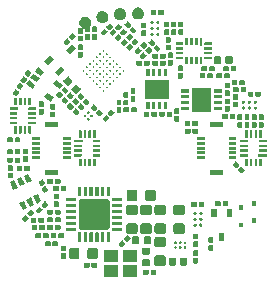
<source format=gts>
G04 #@! TF.GenerationSoftware,KiCad,Pcbnew,5.0.2-bee76a0~70~ubuntu18.04.1*
G04 #@! TF.CreationDate,2019-07-22T04:32:19+02:00*
G04 #@! TF.ProjectId,mainboard,6d61696e-626f-4617-9264-2e6b69636164,rev?*
G04 #@! TF.SameCoordinates,Original*
G04 #@! TF.FileFunction,Soldermask,Top*
G04 #@! TF.FilePolarity,Negative*
%FSLAX46Y46*%
G04 Gerber Fmt 4.6, Leading zero omitted, Abs format (unit mm)*
G04 Created by KiCad (PCBNEW 5.0.2-bee76a0~70~ubuntu18.04.1) date Mo 22 Jul 2019 04:32:19 CEST*
%MOMM*%
%LPD*%
G01*
G04 APERTURE LIST*
%ADD10C,0.100000*%
G04 APERTURE END LIST*
D10*
G36*
X233760Y-10871060D02*
X-986240Y-10871060D01*
X-986240Y-9851060D01*
X233760Y-9851060D01*
X233760Y-10871060D01*
X233760Y-10871060D01*
G37*
G36*
X-1366240Y-10871060D02*
X-2586240Y-10871060D01*
X-2586240Y-9851060D01*
X-1366240Y-9851060D01*
X-1366240Y-10871060D01*
X-1366240Y-10871060D01*
G37*
G36*
X1795558Y-10291774D02*
X1810523Y-10296314D01*
X1824312Y-10303684D01*
X1836398Y-10313602D01*
X1846316Y-10325688D01*
X1853686Y-10339477D01*
X1858226Y-10354442D01*
X1860000Y-10372454D01*
X1860000Y-10627546D01*
X1858226Y-10645558D01*
X1853686Y-10660523D01*
X1846316Y-10674312D01*
X1836398Y-10686398D01*
X1824312Y-10696316D01*
X1810523Y-10703686D01*
X1795558Y-10708226D01*
X1777546Y-10710000D01*
X1462454Y-10710000D01*
X1444442Y-10708226D01*
X1429477Y-10703686D01*
X1415688Y-10696316D01*
X1403602Y-10686398D01*
X1393684Y-10674312D01*
X1386314Y-10660523D01*
X1381774Y-10645558D01*
X1380000Y-10627546D01*
X1380000Y-10372454D01*
X1381774Y-10354442D01*
X1386314Y-10339477D01*
X1393684Y-10325688D01*
X1403602Y-10313602D01*
X1415688Y-10303684D01*
X1429477Y-10296314D01*
X1444442Y-10291774D01*
X1462454Y-10290000D01*
X1777546Y-10290000D01*
X1795558Y-10291774D01*
X1795558Y-10291774D01*
G37*
G36*
X1155558Y-10291774D02*
X1170523Y-10296314D01*
X1184312Y-10303684D01*
X1196398Y-10313602D01*
X1206316Y-10325688D01*
X1213686Y-10339477D01*
X1218226Y-10354442D01*
X1220000Y-10372454D01*
X1220000Y-10627546D01*
X1218226Y-10645558D01*
X1213686Y-10660523D01*
X1206316Y-10674312D01*
X1196398Y-10686398D01*
X1184312Y-10696316D01*
X1170523Y-10703686D01*
X1155558Y-10708226D01*
X1137546Y-10710000D01*
X822454Y-10710000D01*
X804442Y-10708226D01*
X789477Y-10703686D01*
X775688Y-10696316D01*
X763602Y-10686398D01*
X753684Y-10674312D01*
X746314Y-10660523D01*
X741774Y-10645558D01*
X740000Y-10627546D01*
X740000Y-10372454D01*
X741774Y-10354442D01*
X746314Y-10339477D01*
X753684Y-10325688D01*
X763602Y-10313602D01*
X775688Y-10303684D01*
X789477Y-10296314D01*
X804442Y-10291774D01*
X822454Y-10290000D01*
X1137546Y-10290000D01*
X1155558Y-10291774D01*
X1155558Y-10291774D01*
G37*
G36*
X-3204442Y-9691774D02*
X-3189477Y-9696314D01*
X-3175688Y-9703684D01*
X-3163602Y-9713602D01*
X-3153684Y-9725688D01*
X-3146314Y-9739477D01*
X-3141774Y-9754442D01*
X-3140000Y-9772454D01*
X-3140000Y-10027546D01*
X-3141774Y-10045558D01*
X-3146314Y-10060523D01*
X-3153684Y-10074312D01*
X-3163602Y-10086398D01*
X-3175688Y-10096316D01*
X-3189477Y-10103686D01*
X-3204442Y-10108226D01*
X-3222454Y-10110000D01*
X-3537546Y-10110000D01*
X-3555558Y-10108226D01*
X-3570523Y-10103686D01*
X-3584312Y-10096316D01*
X-3596398Y-10086398D01*
X-3606316Y-10074312D01*
X-3613686Y-10060523D01*
X-3618226Y-10045558D01*
X-3620000Y-10027546D01*
X-3620000Y-9772454D01*
X-3618226Y-9754442D01*
X-3613686Y-9739477D01*
X-3606316Y-9725688D01*
X-3596398Y-9713602D01*
X-3584312Y-9703684D01*
X-3570523Y-9696314D01*
X-3555558Y-9691774D01*
X-3537546Y-9690000D01*
X-3222454Y-9690000D01*
X-3204442Y-9691774D01*
X-3204442Y-9691774D01*
G37*
G36*
X-3844442Y-9691774D02*
X-3829477Y-9696314D01*
X-3815688Y-9703684D01*
X-3803602Y-9713602D01*
X-3793684Y-9725688D01*
X-3786314Y-9739477D01*
X-3781774Y-9754442D01*
X-3780000Y-9772454D01*
X-3780000Y-10027546D01*
X-3781774Y-10045558D01*
X-3786314Y-10060523D01*
X-3793684Y-10074312D01*
X-3803602Y-10086398D01*
X-3815688Y-10096316D01*
X-3829477Y-10103686D01*
X-3844442Y-10108226D01*
X-3862454Y-10110000D01*
X-4177546Y-10110000D01*
X-4195558Y-10108226D01*
X-4210523Y-10103686D01*
X-4224312Y-10096316D01*
X-4236398Y-10086398D01*
X-4246316Y-10074312D01*
X-4253686Y-10060523D01*
X-4258226Y-10045558D01*
X-4260000Y-10027546D01*
X-4260000Y-9772454D01*
X-4258226Y-9754442D01*
X-4253686Y-9739477D01*
X-4246316Y-9725688D01*
X-4236398Y-9713602D01*
X-4224312Y-9703684D01*
X-4210523Y-9696314D01*
X-4195558Y-9691774D01*
X-4177546Y-9690000D01*
X-3862454Y-9690000D01*
X-3844442Y-9691774D01*
X-3844442Y-9691774D01*
G37*
G36*
X1227327Y-9382687D02*
X1251199Y-9389928D01*
X1273199Y-9401687D01*
X1292484Y-9417516D01*
X1308313Y-9436801D01*
X1320072Y-9458801D01*
X1327313Y-9482673D01*
X1330000Y-9509954D01*
X1330000Y-9860046D01*
X1327313Y-9887327D01*
X1320072Y-9911199D01*
X1308313Y-9933199D01*
X1292484Y-9952484D01*
X1273199Y-9968313D01*
X1251199Y-9980072D01*
X1227327Y-9987313D01*
X1200046Y-9990000D01*
X799954Y-9990000D01*
X772673Y-9987313D01*
X748801Y-9980072D01*
X726801Y-9968313D01*
X707516Y-9952484D01*
X691687Y-9933199D01*
X679928Y-9911199D01*
X672687Y-9887327D01*
X670000Y-9860046D01*
X670000Y-9509954D01*
X672687Y-9482673D01*
X679928Y-9458801D01*
X691687Y-9436801D01*
X707516Y-9417516D01*
X726801Y-9401687D01*
X748801Y-9389928D01*
X772673Y-9382687D01*
X799954Y-9380000D01*
X1200046Y-9380000D01*
X1227327Y-9382687D01*
X1227327Y-9382687D01*
G37*
G36*
X2516777Y-9078956D02*
X2554016Y-9090252D01*
X2588335Y-9108597D01*
X2618417Y-9133283D01*
X2643103Y-9163365D01*
X2661448Y-9197684D01*
X2672744Y-9234923D01*
X2676800Y-9276104D01*
X2676800Y-9768696D01*
X2672744Y-9809877D01*
X2661448Y-9847116D01*
X2643103Y-9881435D01*
X2618417Y-9911517D01*
X2588335Y-9936203D01*
X2554016Y-9954548D01*
X2516777Y-9965844D01*
X2475596Y-9969900D01*
X1908004Y-9969900D01*
X1866823Y-9965844D01*
X1829584Y-9954548D01*
X1795265Y-9936203D01*
X1765183Y-9911517D01*
X1740497Y-9881435D01*
X1722152Y-9847116D01*
X1710856Y-9809877D01*
X1706800Y-9768696D01*
X1706800Y-9276104D01*
X1710856Y-9234923D01*
X1722152Y-9197684D01*
X1740497Y-9163365D01*
X1765183Y-9133283D01*
X1795265Y-9108597D01*
X1829584Y-9090252D01*
X1866823Y-9078956D01*
X1908004Y-9074900D01*
X2475596Y-9074900D01*
X2516777Y-9078956D01*
X2516777Y-9078956D01*
G37*
G36*
X4387327Y-9272687D02*
X4411199Y-9279928D01*
X4433199Y-9291687D01*
X4452484Y-9307516D01*
X4468313Y-9326801D01*
X4480072Y-9348801D01*
X4487313Y-9372673D01*
X4490000Y-9399954D01*
X4490000Y-9800046D01*
X4487313Y-9827327D01*
X4480072Y-9851199D01*
X4468313Y-9873199D01*
X4452484Y-9892484D01*
X4433199Y-9908313D01*
X4411199Y-9920072D01*
X4387327Y-9927313D01*
X4360046Y-9930000D01*
X4009954Y-9930000D01*
X3982673Y-9927313D01*
X3958801Y-9920072D01*
X3936801Y-9908313D01*
X3917516Y-9892484D01*
X3901687Y-9873199D01*
X3889928Y-9851199D01*
X3882687Y-9827327D01*
X3880000Y-9800046D01*
X3880000Y-9399954D01*
X3882687Y-9372673D01*
X3889928Y-9348801D01*
X3901687Y-9326801D01*
X3917516Y-9307516D01*
X3936801Y-9291687D01*
X3958801Y-9279928D01*
X3982673Y-9272687D01*
X4009954Y-9270000D01*
X4360046Y-9270000D01*
X4387327Y-9272687D01*
X4387327Y-9272687D01*
G37*
G36*
X3417327Y-9272687D02*
X3441199Y-9279928D01*
X3463199Y-9291687D01*
X3482484Y-9307516D01*
X3498313Y-9326801D01*
X3510072Y-9348801D01*
X3517313Y-9372673D01*
X3520000Y-9399954D01*
X3520000Y-9800046D01*
X3517313Y-9827327D01*
X3510072Y-9851199D01*
X3498313Y-9873199D01*
X3482484Y-9892484D01*
X3463199Y-9908313D01*
X3441199Y-9920072D01*
X3417327Y-9927313D01*
X3390046Y-9930000D01*
X3039954Y-9930000D01*
X3012673Y-9927313D01*
X2988801Y-9920072D01*
X2966801Y-9908313D01*
X2947516Y-9892484D01*
X2931687Y-9873199D01*
X2919928Y-9851199D01*
X2912687Y-9827327D01*
X2910000Y-9800046D01*
X2910000Y-9399954D01*
X2912687Y-9372673D01*
X2919928Y-9348801D01*
X2931687Y-9326801D01*
X2947516Y-9307516D01*
X2966801Y-9291687D01*
X2988801Y-9279928D01*
X3012673Y-9272687D01*
X3039954Y-9270000D01*
X3390046Y-9270000D01*
X3417327Y-9272687D01*
X3417327Y-9272687D01*
G37*
G36*
X5345558Y-9281774D02*
X5360523Y-9286314D01*
X5374312Y-9293684D01*
X5386398Y-9303602D01*
X5396316Y-9315688D01*
X5403686Y-9329477D01*
X5408226Y-9344442D01*
X5410000Y-9362454D01*
X5410000Y-9677546D01*
X5408226Y-9695558D01*
X5403686Y-9710523D01*
X5396316Y-9724312D01*
X5386398Y-9736398D01*
X5374312Y-9746316D01*
X5360523Y-9753686D01*
X5345558Y-9758226D01*
X5327546Y-9760000D01*
X5072454Y-9760000D01*
X5054442Y-9758226D01*
X5039477Y-9753686D01*
X5025688Y-9746316D01*
X5013602Y-9736398D01*
X5003684Y-9724312D01*
X4996314Y-9710523D01*
X4991774Y-9695558D01*
X4990000Y-9677546D01*
X4990000Y-9362454D01*
X4991774Y-9344442D01*
X4996314Y-9329477D01*
X5003684Y-9315688D01*
X5013602Y-9303602D01*
X5025688Y-9293684D01*
X5039477Y-9286314D01*
X5054442Y-9281774D01*
X5072454Y-9280000D01*
X5327546Y-9280000D01*
X5345558Y-9281774D01*
X5345558Y-9281774D01*
G37*
G36*
X-1366240Y-9671060D02*
X-2586240Y-9671060D01*
X-2586240Y-8651060D01*
X-1366240Y-8651060D01*
X-1366240Y-9671060D01*
X-1366240Y-9671060D01*
G37*
G36*
X233760Y-9671060D02*
X-986240Y-9671060D01*
X-986240Y-8651060D01*
X233760Y-8651060D01*
X233760Y-9671060D01*
X233760Y-9671060D01*
G37*
G36*
X-3225023Y-8419056D02*
X-3187784Y-8430352D01*
X-3153465Y-8448697D01*
X-3123383Y-8473383D01*
X-3098697Y-8503465D01*
X-3080352Y-8537784D01*
X-3069056Y-8575023D01*
X-3065000Y-8616204D01*
X-3065000Y-9183796D01*
X-3069056Y-9224977D01*
X-3080352Y-9262216D01*
X-3098697Y-9296535D01*
X-3123383Y-9326617D01*
X-3153465Y-9351303D01*
X-3187784Y-9369648D01*
X-3225023Y-9380944D01*
X-3266204Y-9385000D01*
X-3758796Y-9385000D01*
X-3799977Y-9380944D01*
X-3837216Y-9369648D01*
X-3871535Y-9351303D01*
X-3901617Y-9326617D01*
X-3926303Y-9296535D01*
X-3944648Y-9262216D01*
X-3955944Y-9224977D01*
X-3960000Y-9183796D01*
X-3960000Y-8616204D01*
X-3955944Y-8575023D01*
X-3944648Y-8537784D01*
X-3926303Y-8503465D01*
X-3901617Y-8473383D01*
X-3871535Y-8448697D01*
X-3837216Y-8430352D01*
X-3799977Y-8419056D01*
X-3758796Y-8415000D01*
X-3266204Y-8415000D01*
X-3225023Y-8419056D01*
X-3225023Y-8419056D01*
G37*
G36*
X-4800023Y-8419056D02*
X-4762784Y-8430352D01*
X-4728465Y-8448697D01*
X-4698383Y-8473383D01*
X-4673697Y-8503465D01*
X-4655352Y-8537784D01*
X-4644056Y-8575023D01*
X-4640000Y-8616204D01*
X-4640000Y-9183796D01*
X-4644056Y-9224977D01*
X-4655352Y-9262216D01*
X-4673697Y-9296535D01*
X-4698383Y-9326617D01*
X-4728465Y-9351303D01*
X-4762784Y-9369648D01*
X-4800023Y-9380944D01*
X-4841204Y-9385000D01*
X-5333796Y-9385000D01*
X-5374977Y-9380944D01*
X-5412216Y-9369648D01*
X-5446535Y-9351303D01*
X-5476617Y-9326617D01*
X-5501303Y-9296535D01*
X-5519648Y-9262216D01*
X-5530944Y-9224977D01*
X-5535000Y-9183796D01*
X-5535000Y-8616204D01*
X-5530944Y-8575023D01*
X-5519648Y-8537784D01*
X-5501303Y-8503465D01*
X-5476617Y-8473383D01*
X-5446535Y-8448697D01*
X-5412216Y-8430352D01*
X-5374977Y-8419056D01*
X-5333796Y-8415000D01*
X-4841204Y-8415000D01*
X-4800023Y-8419056D01*
X-4800023Y-8419056D01*
G37*
G36*
X-5854442Y-8881774D02*
X-5839477Y-8886314D01*
X-5825688Y-8893684D01*
X-5813602Y-8903602D01*
X-5803684Y-8915688D01*
X-5796314Y-8929477D01*
X-5791774Y-8944442D01*
X-5790000Y-8962454D01*
X-5790000Y-9277546D01*
X-5791774Y-9295558D01*
X-5796314Y-9310523D01*
X-5803684Y-9324312D01*
X-5813602Y-9336398D01*
X-5825688Y-9346316D01*
X-5839477Y-9353686D01*
X-5854442Y-9358226D01*
X-5872454Y-9360000D01*
X-6127546Y-9360000D01*
X-6145558Y-9358226D01*
X-6160523Y-9353686D01*
X-6174312Y-9346316D01*
X-6186398Y-9336398D01*
X-6196316Y-9324312D01*
X-6203686Y-9310523D01*
X-6208226Y-9295558D01*
X-6210000Y-9277546D01*
X-6210000Y-8962454D01*
X-6208226Y-8944442D01*
X-6203686Y-8929477D01*
X-6196316Y-8915688D01*
X-6186398Y-8903602D01*
X-6174312Y-8893684D01*
X-6160523Y-8886314D01*
X-6145558Y-8881774D01*
X-6127546Y-8880000D01*
X-5872454Y-8880000D01*
X-5854442Y-8881774D01*
X-5854442Y-8881774D01*
G37*
G36*
X5345558Y-8641774D02*
X5360523Y-8646314D01*
X5374312Y-8653684D01*
X5386398Y-8663602D01*
X5396316Y-8675688D01*
X5403686Y-8689477D01*
X5408226Y-8704442D01*
X5410000Y-8722454D01*
X5410000Y-9037546D01*
X5408226Y-9055558D01*
X5403686Y-9070523D01*
X5396316Y-9084312D01*
X5386398Y-9096398D01*
X5374312Y-9106316D01*
X5360523Y-9113686D01*
X5345558Y-9118226D01*
X5327546Y-9120000D01*
X5072454Y-9120000D01*
X5054442Y-9118226D01*
X5039477Y-9113686D01*
X5025688Y-9106316D01*
X5013602Y-9096398D01*
X5003684Y-9084312D01*
X4996314Y-9070523D01*
X4991774Y-9055558D01*
X4990000Y-9037546D01*
X4990000Y-8722454D01*
X4991774Y-8704442D01*
X4996314Y-8689477D01*
X5003684Y-8675688D01*
X5013602Y-8663602D01*
X5025688Y-8653684D01*
X5039477Y-8646314D01*
X5054442Y-8641774D01*
X5072454Y-8640000D01*
X5327546Y-8640000D01*
X5345558Y-8641774D01*
X5345558Y-8641774D01*
G37*
G36*
X1227327Y-8412687D02*
X1251199Y-8419928D01*
X1273199Y-8431687D01*
X1292484Y-8447516D01*
X1308313Y-8466801D01*
X1320072Y-8488801D01*
X1327313Y-8512673D01*
X1330000Y-8539954D01*
X1330000Y-8890046D01*
X1327313Y-8917327D01*
X1320072Y-8941199D01*
X1308313Y-8963199D01*
X1292484Y-8982484D01*
X1273199Y-8998313D01*
X1251199Y-9010072D01*
X1227327Y-9017313D01*
X1200046Y-9020000D01*
X799954Y-9020000D01*
X772673Y-9017313D01*
X748801Y-9010072D01*
X726801Y-8998313D01*
X707516Y-8982484D01*
X691687Y-8963199D01*
X679928Y-8941199D01*
X672687Y-8917327D01*
X670000Y-8890046D01*
X670000Y-8539954D01*
X672687Y-8512673D01*
X679928Y-8488801D01*
X691687Y-8466801D01*
X707516Y-8447516D01*
X726801Y-8431687D01*
X748801Y-8419928D01*
X772673Y-8412687D01*
X799954Y-8410000D01*
X1200046Y-8410000D01*
X1227327Y-8412687D01*
X1227327Y-8412687D01*
G37*
G36*
X-5854442Y-8241774D02*
X-5839477Y-8246314D01*
X-5825688Y-8253684D01*
X-5813602Y-8263602D01*
X-5803684Y-8275688D01*
X-5796314Y-8289477D01*
X-5791774Y-8304442D01*
X-5790000Y-8322454D01*
X-5790000Y-8637546D01*
X-5791774Y-8655558D01*
X-5796314Y-8670523D01*
X-5803684Y-8684312D01*
X-5813602Y-8696398D01*
X-5825688Y-8706316D01*
X-5839477Y-8713686D01*
X-5854442Y-8718226D01*
X-5872454Y-8720000D01*
X-6127546Y-8720000D01*
X-6145558Y-8718226D01*
X-6160523Y-8713686D01*
X-6174312Y-8706316D01*
X-6186398Y-8696398D01*
X-6196316Y-8684312D01*
X-6203686Y-8670523D01*
X-6208226Y-8655558D01*
X-6210000Y-8637546D01*
X-6210000Y-8322454D01*
X-6208226Y-8304442D01*
X-6203686Y-8289477D01*
X-6196316Y-8275688D01*
X-6186398Y-8263602D01*
X-6174312Y-8253684D01*
X-6160523Y-8246314D01*
X-6145558Y-8241774D01*
X-6127546Y-8240000D01*
X-5872454Y-8240000D01*
X-5854442Y-8241774D01*
X-5854442Y-8241774D01*
G37*
G36*
X6645558Y-8181774D02*
X6660523Y-8186314D01*
X6674312Y-8193684D01*
X6686398Y-8203602D01*
X6696316Y-8215688D01*
X6703686Y-8229477D01*
X6708226Y-8244442D01*
X6710000Y-8262454D01*
X6710000Y-8577546D01*
X6708226Y-8595558D01*
X6703686Y-8610523D01*
X6696316Y-8624312D01*
X6686398Y-8636398D01*
X6674312Y-8646316D01*
X6660523Y-8653686D01*
X6645558Y-8658226D01*
X6627546Y-8660000D01*
X6372454Y-8660000D01*
X6354442Y-8658226D01*
X6339477Y-8653686D01*
X6325688Y-8646316D01*
X6313602Y-8636398D01*
X6303684Y-8624312D01*
X6296314Y-8610523D01*
X6291774Y-8595558D01*
X6290000Y-8577546D01*
X6290000Y-8262454D01*
X6291774Y-8244442D01*
X6296314Y-8229477D01*
X6303684Y-8215688D01*
X6313602Y-8203602D01*
X6325688Y-8193684D01*
X6339477Y-8186314D01*
X6354442Y-8181774D01*
X6372454Y-8180000D01*
X6627546Y-8180000D01*
X6645558Y-8181774D01*
X6645558Y-8181774D01*
G37*
G36*
X3521460Y-8292113D02*
X3532086Y-8294227D01*
X3552104Y-8302519D01*
X3564082Y-8310523D01*
X3570124Y-8314560D01*
X3585440Y-8329876D01*
X3585442Y-8329879D01*
X3597481Y-8347896D01*
X3605773Y-8367914D01*
X3605773Y-8367915D01*
X3610000Y-8389165D01*
X3610000Y-8410835D01*
X3608365Y-8419056D01*
X3605773Y-8432086D01*
X3597481Y-8452104D01*
X3587660Y-8466801D01*
X3585440Y-8470124D01*
X3570124Y-8485440D01*
X3570121Y-8485442D01*
X3552104Y-8497481D01*
X3532086Y-8505773D01*
X3521460Y-8507886D01*
X3510835Y-8510000D01*
X3489165Y-8510000D01*
X3478540Y-8507886D01*
X3467914Y-8505773D01*
X3447896Y-8497481D01*
X3429879Y-8485442D01*
X3429876Y-8485440D01*
X3414560Y-8470124D01*
X3412340Y-8466801D01*
X3402519Y-8452104D01*
X3394227Y-8432086D01*
X3391635Y-8419056D01*
X3390000Y-8410835D01*
X3390000Y-8389165D01*
X3394227Y-8367915D01*
X3394227Y-8367914D01*
X3402519Y-8347896D01*
X3414558Y-8329879D01*
X3414560Y-8329876D01*
X3429876Y-8314560D01*
X3435918Y-8310523D01*
X3447896Y-8302519D01*
X3467914Y-8294227D01*
X3478540Y-8292113D01*
X3489165Y-8290000D01*
X3510835Y-8290000D01*
X3521460Y-8292113D01*
X3521460Y-8292113D01*
G37*
G36*
X3921460Y-8292113D02*
X3932086Y-8294227D01*
X3952104Y-8302519D01*
X3964082Y-8310523D01*
X3970124Y-8314560D01*
X3985440Y-8329876D01*
X3985442Y-8329879D01*
X3997481Y-8347896D01*
X4005773Y-8367914D01*
X4005773Y-8367915D01*
X4010000Y-8389165D01*
X4010000Y-8410835D01*
X4008365Y-8419056D01*
X4005773Y-8432086D01*
X3997481Y-8452104D01*
X3987660Y-8466801D01*
X3985440Y-8470124D01*
X3970124Y-8485440D01*
X3970121Y-8485442D01*
X3952104Y-8497481D01*
X3932086Y-8505773D01*
X3921460Y-8507886D01*
X3910835Y-8510000D01*
X3889165Y-8510000D01*
X3878540Y-8507886D01*
X3867914Y-8505773D01*
X3847896Y-8497481D01*
X3829879Y-8485442D01*
X3829876Y-8485440D01*
X3814560Y-8470124D01*
X3812340Y-8466801D01*
X3802519Y-8452104D01*
X3794227Y-8432086D01*
X3791635Y-8419056D01*
X3790000Y-8410835D01*
X3790000Y-8389165D01*
X3794227Y-8367915D01*
X3794227Y-8367914D01*
X3802519Y-8347896D01*
X3814558Y-8329879D01*
X3814560Y-8329876D01*
X3829876Y-8314560D01*
X3835918Y-8310523D01*
X3847896Y-8302519D01*
X3867914Y-8294227D01*
X3878540Y-8292113D01*
X3889165Y-8290000D01*
X3910835Y-8290000D01*
X3921460Y-8292113D01*
X3921460Y-8292113D01*
G37*
G36*
X4321460Y-8292113D02*
X4332086Y-8294227D01*
X4352104Y-8302519D01*
X4364082Y-8310523D01*
X4370124Y-8314560D01*
X4385440Y-8329876D01*
X4385442Y-8329879D01*
X4397481Y-8347896D01*
X4405773Y-8367914D01*
X4405773Y-8367915D01*
X4410000Y-8389165D01*
X4410000Y-8410835D01*
X4408365Y-8419056D01*
X4405773Y-8432086D01*
X4397481Y-8452104D01*
X4387660Y-8466801D01*
X4385440Y-8470124D01*
X4370124Y-8485440D01*
X4370121Y-8485442D01*
X4352104Y-8497481D01*
X4332086Y-8505773D01*
X4321460Y-8507886D01*
X4310835Y-8510000D01*
X4289165Y-8510000D01*
X4278540Y-8507886D01*
X4267914Y-8505773D01*
X4247896Y-8497481D01*
X4229879Y-8485442D01*
X4229876Y-8485440D01*
X4214560Y-8470124D01*
X4212340Y-8466801D01*
X4202519Y-8452104D01*
X4194227Y-8432086D01*
X4191635Y-8419056D01*
X4190000Y-8410835D01*
X4190000Y-8389165D01*
X4194227Y-8367915D01*
X4194227Y-8367914D01*
X4202519Y-8347896D01*
X4214558Y-8329879D01*
X4214560Y-8329876D01*
X4229876Y-8314560D01*
X4235918Y-8310523D01*
X4247896Y-8302519D01*
X4267914Y-8294227D01*
X4278540Y-8292113D01*
X4289165Y-8290000D01*
X4310835Y-8290000D01*
X4321460Y-8292113D01*
X4321460Y-8292113D01*
G37*
G36*
X2516777Y-7503956D02*
X2554016Y-7515252D01*
X2588335Y-7533597D01*
X2618417Y-7558283D01*
X2643103Y-7588365D01*
X2661448Y-7622684D01*
X2672744Y-7659923D01*
X2676800Y-7701104D01*
X2676800Y-8193696D01*
X2672744Y-8234877D01*
X2661448Y-8272116D01*
X2643103Y-8306435D01*
X2618417Y-8336517D01*
X2588335Y-8361203D01*
X2554016Y-8379548D01*
X2516777Y-8390844D01*
X2475596Y-8394900D01*
X1908004Y-8394900D01*
X1866823Y-8390844D01*
X1829584Y-8379548D01*
X1795265Y-8361203D01*
X1765183Y-8336517D01*
X1740497Y-8306435D01*
X1722152Y-8272116D01*
X1710856Y-8234877D01*
X1706800Y-8193696D01*
X1706800Y-7701104D01*
X1710856Y-7659923D01*
X1722152Y-7622684D01*
X1740497Y-7588365D01*
X1765183Y-7558283D01*
X1795265Y-7533597D01*
X1829584Y-7515252D01*
X1866823Y-7503956D01*
X1908004Y-7499900D01*
X2475596Y-7499900D01*
X2516777Y-7503956D01*
X2516777Y-7503956D01*
G37*
G36*
X-1005063Y-7799047D02*
X-990098Y-7803587D01*
X-976309Y-7810957D01*
X-962312Y-7822444D01*
X-781944Y-8002812D01*
X-770457Y-8016809D01*
X-763087Y-8030598D01*
X-758547Y-8045563D01*
X-757015Y-8061121D01*
X-758547Y-8076679D01*
X-763087Y-8091644D01*
X-770457Y-8105433D01*
X-781944Y-8119430D01*
X-1004738Y-8342224D01*
X-1018735Y-8353711D01*
X-1032524Y-8361081D01*
X-1047489Y-8365621D01*
X-1063047Y-8367153D01*
X-1078605Y-8365621D01*
X-1093570Y-8361081D01*
X-1107359Y-8353711D01*
X-1121356Y-8342224D01*
X-1301724Y-8161856D01*
X-1313211Y-8147859D01*
X-1320581Y-8134070D01*
X-1325121Y-8119105D01*
X-1326653Y-8103547D01*
X-1325121Y-8087989D01*
X-1320581Y-8073024D01*
X-1313211Y-8059235D01*
X-1301724Y-8045238D01*
X-1078930Y-7822444D01*
X-1064933Y-7810957D01*
X-1051144Y-7803587D01*
X-1036179Y-7799047D01*
X-1020621Y-7797515D01*
X-1005063Y-7799047D01*
X-1005063Y-7799047D01*
G37*
G36*
X5345558Y-7881774D02*
X5360523Y-7886314D01*
X5374312Y-7893684D01*
X5386398Y-7903602D01*
X5396316Y-7915688D01*
X5403686Y-7929477D01*
X5408226Y-7944442D01*
X5410000Y-7962454D01*
X5410000Y-8277546D01*
X5408226Y-8295558D01*
X5403686Y-8310523D01*
X5396316Y-8324312D01*
X5386398Y-8336398D01*
X5374312Y-8346316D01*
X5360523Y-8353686D01*
X5345558Y-8358226D01*
X5327546Y-8360000D01*
X5072454Y-8360000D01*
X5054442Y-8358226D01*
X5039477Y-8353686D01*
X5025688Y-8346316D01*
X5013602Y-8336398D01*
X5003684Y-8324312D01*
X4996314Y-8310523D01*
X4991774Y-8295558D01*
X4990000Y-8277546D01*
X4990000Y-7962454D01*
X4991774Y-7944442D01*
X4996314Y-7929477D01*
X5003684Y-7915688D01*
X5013602Y-7903602D01*
X5025688Y-7893684D01*
X5039477Y-7886314D01*
X5054442Y-7881774D01*
X5072454Y-7880000D01*
X5327546Y-7880000D01*
X5345558Y-7881774D01*
X5345558Y-7881774D01*
G37*
G36*
X-7144442Y-7891774D02*
X-7129477Y-7896314D01*
X-7115688Y-7903684D01*
X-7103602Y-7913602D01*
X-7093684Y-7925688D01*
X-7086314Y-7939477D01*
X-7081774Y-7954442D01*
X-7080000Y-7972454D01*
X-7080000Y-8227546D01*
X-7081774Y-8245558D01*
X-7086314Y-8260523D01*
X-7093684Y-8274312D01*
X-7103602Y-8286398D01*
X-7115688Y-8296316D01*
X-7129477Y-8303686D01*
X-7144442Y-8308226D01*
X-7162454Y-8310000D01*
X-7477546Y-8310000D01*
X-7495558Y-8308226D01*
X-7510523Y-8303686D01*
X-7524312Y-8296316D01*
X-7536398Y-8286398D01*
X-7546316Y-8274312D01*
X-7553686Y-8260523D01*
X-7558226Y-8245558D01*
X-7560000Y-8227546D01*
X-7560000Y-7972454D01*
X-7558226Y-7954442D01*
X-7553686Y-7939477D01*
X-7546316Y-7925688D01*
X-7536398Y-7913602D01*
X-7524312Y-7903684D01*
X-7510523Y-7896314D01*
X-7495558Y-7891774D01*
X-7477546Y-7890000D01*
X-7162454Y-7890000D01*
X-7144442Y-7891774D01*
X-7144442Y-7891774D01*
G37*
G36*
X-6504442Y-7891774D02*
X-6489477Y-7896314D01*
X-6475688Y-7903684D01*
X-6463602Y-7913602D01*
X-6453684Y-7925688D01*
X-6446314Y-7939477D01*
X-6441774Y-7954442D01*
X-6440000Y-7972454D01*
X-6440000Y-8227546D01*
X-6441774Y-8245558D01*
X-6446314Y-8260523D01*
X-6453684Y-8274312D01*
X-6463602Y-8286398D01*
X-6475688Y-8296316D01*
X-6489477Y-8303686D01*
X-6504442Y-8308226D01*
X-6522454Y-8310000D01*
X-6837546Y-8310000D01*
X-6855558Y-8308226D01*
X-6870523Y-8303686D01*
X-6884312Y-8296316D01*
X-6896398Y-8286398D01*
X-6906316Y-8274312D01*
X-6913686Y-8260523D01*
X-6918226Y-8245558D01*
X-6920000Y-8227546D01*
X-6920000Y-7972454D01*
X-6918226Y-7954442D01*
X-6913686Y-7939477D01*
X-6906316Y-7925688D01*
X-6896398Y-7913602D01*
X-6884312Y-7903684D01*
X-6870523Y-7896314D01*
X-6855558Y-7891774D01*
X-6837546Y-7890000D01*
X-6522454Y-7890000D01*
X-6504442Y-7891774D01*
X-6504442Y-7891774D01*
G37*
G36*
X341947Y-7470327D02*
X365819Y-7477568D01*
X387819Y-7489327D01*
X407104Y-7505156D01*
X422933Y-7524441D01*
X434692Y-7546441D01*
X441933Y-7570313D01*
X444620Y-7597594D01*
X444620Y-7997686D01*
X441933Y-8024967D01*
X434692Y-8048839D01*
X422933Y-8070839D01*
X407104Y-8090124D01*
X387819Y-8105953D01*
X365819Y-8117712D01*
X341947Y-8124953D01*
X314666Y-8127640D01*
X-35426Y-8127640D01*
X-62707Y-8124953D01*
X-86579Y-8117712D01*
X-108579Y-8105953D01*
X-127864Y-8090124D01*
X-143693Y-8070839D01*
X-155452Y-8048839D01*
X-162693Y-8024967D01*
X-165380Y-7997686D01*
X-165380Y-7597594D01*
X-162693Y-7570313D01*
X-155452Y-7546441D01*
X-143693Y-7524441D01*
X-127864Y-7505156D01*
X-108579Y-7489327D01*
X-86579Y-7477568D01*
X-62707Y-7470327D01*
X-35426Y-7467640D01*
X314666Y-7467640D01*
X341947Y-7470327D01*
X341947Y-7470327D01*
G37*
G36*
X1311947Y-7470327D02*
X1335819Y-7477568D01*
X1357819Y-7489327D01*
X1377104Y-7505156D01*
X1392933Y-7524441D01*
X1404692Y-7546441D01*
X1411933Y-7570313D01*
X1414620Y-7597594D01*
X1414620Y-7997686D01*
X1411933Y-8024967D01*
X1404692Y-8048839D01*
X1392933Y-8070839D01*
X1377104Y-8090124D01*
X1357819Y-8105953D01*
X1335819Y-8117712D01*
X1311947Y-8124953D01*
X1284666Y-8127640D01*
X934574Y-8127640D01*
X907293Y-8124953D01*
X883421Y-8117712D01*
X861421Y-8105953D01*
X842136Y-8090124D01*
X826307Y-8070839D01*
X814548Y-8048839D01*
X807307Y-8024967D01*
X804620Y-7997686D01*
X804620Y-7597594D01*
X807307Y-7570313D01*
X814548Y-7546441D01*
X826307Y-7524441D01*
X842136Y-7505156D01*
X861421Y-7489327D01*
X883421Y-7477568D01*
X907293Y-7470327D01*
X934574Y-7467640D01*
X1284666Y-7467640D01*
X1311947Y-7470327D01*
X1311947Y-7470327D01*
G37*
G36*
X4319753Y-7891774D02*
X4332086Y-7894227D01*
X4352104Y-7902519D01*
X4361104Y-7908533D01*
X4370124Y-7914560D01*
X4385440Y-7929876D01*
X4385442Y-7929879D01*
X4397481Y-7947896D01*
X4403511Y-7962454D01*
X4405773Y-7967915D01*
X4409172Y-7985000D01*
X4410000Y-7989166D01*
X4410000Y-8010834D01*
X4405773Y-8032086D01*
X4397481Y-8052104D01*
X4389956Y-8063365D01*
X4385440Y-8070124D01*
X4370124Y-8085440D01*
X4370121Y-8085442D01*
X4352104Y-8097481D01*
X4332086Y-8105773D01*
X4321460Y-8107886D01*
X4310835Y-8110000D01*
X4289165Y-8110000D01*
X4278540Y-8107886D01*
X4267914Y-8105773D01*
X4247896Y-8097481D01*
X4229879Y-8085442D01*
X4229876Y-8085440D01*
X4214560Y-8070124D01*
X4210044Y-8063365D01*
X4202519Y-8052104D01*
X4194227Y-8032086D01*
X4190000Y-8010834D01*
X4190000Y-7989166D01*
X4190829Y-7985000D01*
X4194227Y-7967915D01*
X4196489Y-7962454D01*
X4202519Y-7947896D01*
X4214558Y-7929879D01*
X4214560Y-7929876D01*
X4229876Y-7914560D01*
X4238896Y-7908533D01*
X4247896Y-7902519D01*
X4267914Y-7894227D01*
X4280247Y-7891774D01*
X4289165Y-7890000D01*
X4310835Y-7890000D01*
X4319753Y-7891774D01*
X4319753Y-7891774D01*
G37*
G36*
X3519753Y-7891774D02*
X3532086Y-7894227D01*
X3552104Y-7902519D01*
X3561104Y-7908533D01*
X3570124Y-7914560D01*
X3585440Y-7929876D01*
X3585442Y-7929879D01*
X3597481Y-7947896D01*
X3603511Y-7962454D01*
X3605773Y-7967915D01*
X3609172Y-7985000D01*
X3610000Y-7989166D01*
X3610000Y-8010834D01*
X3605773Y-8032086D01*
X3597481Y-8052104D01*
X3589956Y-8063365D01*
X3585440Y-8070124D01*
X3570124Y-8085440D01*
X3570121Y-8085442D01*
X3552104Y-8097481D01*
X3532086Y-8105773D01*
X3521460Y-8107886D01*
X3510835Y-8110000D01*
X3489165Y-8110000D01*
X3478540Y-8107886D01*
X3467914Y-8105773D01*
X3447896Y-8097481D01*
X3429879Y-8085442D01*
X3429876Y-8085440D01*
X3414560Y-8070124D01*
X3410044Y-8063365D01*
X3402519Y-8052104D01*
X3394227Y-8032086D01*
X3390000Y-8010834D01*
X3390000Y-7989166D01*
X3390829Y-7985000D01*
X3394227Y-7967915D01*
X3396489Y-7962454D01*
X3402519Y-7947896D01*
X3414558Y-7929879D01*
X3414560Y-7929876D01*
X3429876Y-7914560D01*
X3438896Y-7908533D01*
X3447896Y-7902519D01*
X3467914Y-7894227D01*
X3480247Y-7891774D01*
X3489165Y-7890000D01*
X3510835Y-7890000D01*
X3519753Y-7891774D01*
X3519753Y-7891774D01*
G37*
G36*
X3919753Y-7891774D02*
X3932086Y-7894227D01*
X3952104Y-7902519D01*
X3961104Y-7908533D01*
X3970124Y-7914560D01*
X3985440Y-7929876D01*
X3985442Y-7929879D01*
X3997481Y-7947896D01*
X4003511Y-7962454D01*
X4005773Y-7967915D01*
X4009172Y-7985000D01*
X4010000Y-7989166D01*
X4010000Y-8010834D01*
X4005773Y-8032086D01*
X3997481Y-8052104D01*
X3989956Y-8063365D01*
X3985440Y-8070124D01*
X3970124Y-8085440D01*
X3970121Y-8085442D01*
X3952104Y-8097481D01*
X3932086Y-8105773D01*
X3921460Y-8107886D01*
X3910835Y-8110000D01*
X3889165Y-8110000D01*
X3878540Y-8107886D01*
X3867914Y-8105773D01*
X3847896Y-8097481D01*
X3829879Y-8085442D01*
X3829876Y-8085440D01*
X3814560Y-8070124D01*
X3810044Y-8063365D01*
X3802519Y-8052104D01*
X3794227Y-8032086D01*
X3790000Y-8010834D01*
X3790000Y-7989166D01*
X3790829Y-7985000D01*
X3794227Y-7967915D01*
X3796489Y-7962454D01*
X3802519Y-7947896D01*
X3814558Y-7929879D01*
X3814560Y-7929876D01*
X3829876Y-7914560D01*
X3838896Y-7908533D01*
X3847896Y-7902519D01*
X3867914Y-7894227D01*
X3880247Y-7891774D01*
X3889165Y-7890000D01*
X3910835Y-7890000D01*
X3919753Y-7891774D01*
X3919753Y-7891774D01*
G37*
G36*
X6645558Y-7541774D02*
X6660523Y-7546314D01*
X6674312Y-7553684D01*
X6686398Y-7563602D01*
X6696316Y-7575688D01*
X6703686Y-7589477D01*
X6708226Y-7604442D01*
X6710000Y-7622454D01*
X6710000Y-7937546D01*
X6708226Y-7955558D01*
X6703686Y-7970523D01*
X6696316Y-7984312D01*
X6686398Y-7996398D01*
X6674312Y-8006316D01*
X6660523Y-8013686D01*
X6645558Y-8018226D01*
X6627546Y-8020000D01*
X6372454Y-8020000D01*
X6354442Y-8018226D01*
X6339477Y-8013686D01*
X6325688Y-8006316D01*
X6313602Y-7996398D01*
X6303684Y-7984312D01*
X6296314Y-7970523D01*
X6291774Y-7955558D01*
X6290000Y-7937546D01*
X6290000Y-7622454D01*
X6291774Y-7604442D01*
X6296314Y-7589477D01*
X6303684Y-7575688D01*
X6313602Y-7563602D01*
X6325688Y-7553684D01*
X6339477Y-7546314D01*
X6354442Y-7541774D01*
X6372454Y-7540000D01*
X6627546Y-7540000D01*
X6645558Y-7541774D01*
X6645558Y-7541774D01*
G37*
G36*
X-3549258Y-7116053D02*
X-3541328Y-7118459D01*
X-3534025Y-7122362D01*
X-3527620Y-7127620D01*
X-3522362Y-7134025D01*
X-3518459Y-7141328D01*
X-3516053Y-7149258D01*
X-3515000Y-7159953D01*
X-3515000Y-7915047D01*
X-3516053Y-7925742D01*
X-3518459Y-7933672D01*
X-3522362Y-7940975D01*
X-3527620Y-7947380D01*
X-3534025Y-7952638D01*
X-3541328Y-7956541D01*
X-3549258Y-7958947D01*
X-3559953Y-7960000D01*
X-3740047Y-7960000D01*
X-3750742Y-7958947D01*
X-3758672Y-7956541D01*
X-3765975Y-7952638D01*
X-3772380Y-7947380D01*
X-3777638Y-7940975D01*
X-3781541Y-7933672D01*
X-3783947Y-7925742D01*
X-3785000Y-7915047D01*
X-3785000Y-7159953D01*
X-3783947Y-7149258D01*
X-3781541Y-7141328D01*
X-3777638Y-7134025D01*
X-3772380Y-7127620D01*
X-3765975Y-7122362D01*
X-3758672Y-7118459D01*
X-3750742Y-7116053D01*
X-3740047Y-7115000D01*
X-3559953Y-7115000D01*
X-3549258Y-7116053D01*
X-3549258Y-7116053D01*
G37*
G36*
X-2049258Y-7116053D02*
X-2041328Y-7118459D01*
X-2034025Y-7122362D01*
X-2027620Y-7127620D01*
X-2022362Y-7134025D01*
X-2018459Y-7141328D01*
X-2016053Y-7149258D01*
X-2015000Y-7159953D01*
X-2015000Y-7915047D01*
X-2016053Y-7925742D01*
X-2018459Y-7933672D01*
X-2022362Y-7940975D01*
X-2027620Y-7947380D01*
X-2034025Y-7952638D01*
X-2041328Y-7956541D01*
X-2049258Y-7958947D01*
X-2059953Y-7960000D01*
X-2240047Y-7960000D01*
X-2250742Y-7958947D01*
X-2258672Y-7956541D01*
X-2265975Y-7952638D01*
X-2272380Y-7947380D01*
X-2277638Y-7940975D01*
X-2281541Y-7933672D01*
X-2283947Y-7925742D01*
X-2285000Y-7915047D01*
X-2285000Y-7159953D01*
X-2283947Y-7149258D01*
X-2281541Y-7141328D01*
X-2277638Y-7134025D01*
X-2272380Y-7127620D01*
X-2265975Y-7122362D01*
X-2258672Y-7118459D01*
X-2250742Y-7116053D01*
X-2240047Y-7115000D01*
X-2059953Y-7115000D01*
X-2049258Y-7116053D01*
X-2049258Y-7116053D01*
G37*
G36*
X-2549258Y-7116053D02*
X-2541328Y-7118459D01*
X-2534025Y-7122362D01*
X-2527620Y-7127620D01*
X-2522362Y-7134025D01*
X-2518459Y-7141328D01*
X-2516053Y-7149258D01*
X-2515000Y-7159953D01*
X-2515000Y-7915047D01*
X-2516053Y-7925742D01*
X-2518459Y-7933672D01*
X-2522362Y-7940975D01*
X-2527620Y-7947380D01*
X-2534025Y-7952638D01*
X-2541328Y-7956541D01*
X-2549258Y-7958947D01*
X-2559953Y-7960000D01*
X-2740047Y-7960000D01*
X-2750742Y-7958947D01*
X-2758672Y-7956541D01*
X-2765975Y-7952638D01*
X-2772380Y-7947380D01*
X-2777638Y-7940975D01*
X-2781541Y-7933672D01*
X-2783947Y-7925742D01*
X-2785000Y-7915047D01*
X-2785000Y-7159953D01*
X-2783947Y-7149258D01*
X-2781541Y-7141328D01*
X-2777638Y-7134025D01*
X-2772380Y-7127620D01*
X-2765975Y-7122362D01*
X-2758672Y-7118459D01*
X-2750742Y-7116053D01*
X-2740047Y-7115000D01*
X-2559953Y-7115000D01*
X-2549258Y-7116053D01*
X-2549258Y-7116053D01*
G37*
G36*
X-3049258Y-7116053D02*
X-3041328Y-7118459D01*
X-3034025Y-7122362D01*
X-3027620Y-7127620D01*
X-3022362Y-7134025D01*
X-3018459Y-7141328D01*
X-3016053Y-7149258D01*
X-3015000Y-7159953D01*
X-3015000Y-7915047D01*
X-3016053Y-7925742D01*
X-3018459Y-7933672D01*
X-3022362Y-7940975D01*
X-3027620Y-7947380D01*
X-3034025Y-7952638D01*
X-3041328Y-7956541D01*
X-3049258Y-7958947D01*
X-3059953Y-7960000D01*
X-3240047Y-7960000D01*
X-3250742Y-7958947D01*
X-3258672Y-7956541D01*
X-3265975Y-7952638D01*
X-3272380Y-7947380D01*
X-3277638Y-7940975D01*
X-3281541Y-7933672D01*
X-3283947Y-7925742D01*
X-3285000Y-7915047D01*
X-3285000Y-7159953D01*
X-3283947Y-7149258D01*
X-3281541Y-7141328D01*
X-3277638Y-7134025D01*
X-3272380Y-7127620D01*
X-3265975Y-7122362D01*
X-3258672Y-7118459D01*
X-3250742Y-7116053D01*
X-3240047Y-7115000D01*
X-3059953Y-7115000D01*
X-3049258Y-7116053D01*
X-3049258Y-7116053D01*
G37*
G36*
X-4049258Y-7116053D02*
X-4041328Y-7118459D01*
X-4034025Y-7122362D01*
X-4027620Y-7127620D01*
X-4022362Y-7134025D01*
X-4018459Y-7141328D01*
X-4016053Y-7149258D01*
X-4015000Y-7159953D01*
X-4015000Y-7915047D01*
X-4016053Y-7925742D01*
X-4018459Y-7933672D01*
X-4022362Y-7940975D01*
X-4027620Y-7947380D01*
X-4034025Y-7952638D01*
X-4041328Y-7956541D01*
X-4049258Y-7958947D01*
X-4059953Y-7960000D01*
X-4240047Y-7960000D01*
X-4250742Y-7958947D01*
X-4258672Y-7956541D01*
X-4265975Y-7952638D01*
X-4272380Y-7947380D01*
X-4277638Y-7940975D01*
X-4281541Y-7933672D01*
X-4283947Y-7925742D01*
X-4285000Y-7915047D01*
X-4285000Y-7159953D01*
X-4283947Y-7149258D01*
X-4281541Y-7141328D01*
X-4277638Y-7134025D01*
X-4272380Y-7127620D01*
X-4265975Y-7122362D01*
X-4258672Y-7118459D01*
X-4250742Y-7116053D01*
X-4240047Y-7115000D01*
X-4059953Y-7115000D01*
X-4049258Y-7116053D01*
X-4049258Y-7116053D01*
G37*
G36*
X-4549258Y-7116053D02*
X-4541328Y-7118459D01*
X-4534025Y-7122362D01*
X-4527620Y-7127620D01*
X-4522362Y-7134025D01*
X-4518459Y-7141328D01*
X-4516053Y-7149258D01*
X-4515000Y-7159953D01*
X-4515000Y-7915047D01*
X-4516053Y-7925742D01*
X-4518459Y-7933672D01*
X-4522362Y-7940975D01*
X-4527620Y-7947380D01*
X-4534025Y-7952638D01*
X-4541328Y-7956541D01*
X-4549258Y-7958947D01*
X-4559953Y-7960000D01*
X-4740047Y-7960000D01*
X-4750742Y-7958947D01*
X-4758672Y-7956541D01*
X-4765975Y-7952638D01*
X-4772380Y-7947380D01*
X-4777638Y-7940975D01*
X-4781541Y-7933672D01*
X-4783947Y-7925742D01*
X-4785000Y-7915047D01*
X-4785000Y-7159953D01*
X-4783947Y-7149258D01*
X-4781541Y-7141328D01*
X-4777638Y-7134025D01*
X-4772380Y-7127620D01*
X-4765975Y-7122362D01*
X-4758672Y-7118459D01*
X-4750742Y-7116053D01*
X-4740047Y-7115000D01*
X-4559953Y-7115000D01*
X-4549258Y-7116053D01*
X-4549258Y-7116053D01*
G37*
G36*
X-552515Y-7346499D02*
X-537550Y-7351039D01*
X-523761Y-7358409D01*
X-509764Y-7369896D01*
X-329396Y-7550264D01*
X-317909Y-7564261D01*
X-310539Y-7578050D01*
X-305999Y-7593015D01*
X-304467Y-7608573D01*
X-305999Y-7624131D01*
X-310539Y-7639096D01*
X-317909Y-7652885D01*
X-329396Y-7666882D01*
X-552190Y-7889676D01*
X-566187Y-7901163D01*
X-579976Y-7908533D01*
X-594941Y-7913073D01*
X-610499Y-7914605D01*
X-626057Y-7913073D01*
X-641022Y-7908533D01*
X-654811Y-7901163D01*
X-668808Y-7889676D01*
X-849176Y-7709308D01*
X-860663Y-7695311D01*
X-868033Y-7681522D01*
X-872573Y-7666557D01*
X-874105Y-7650999D01*
X-872573Y-7635441D01*
X-868033Y-7620476D01*
X-860663Y-7606687D01*
X-849176Y-7592690D01*
X-626382Y-7369896D01*
X-612385Y-7358409D01*
X-598596Y-7351039D01*
X-583631Y-7346499D01*
X-568073Y-7344967D01*
X-552515Y-7346499D01*
X-552515Y-7346499D01*
G37*
G36*
X7635000Y-7860000D02*
X7165000Y-7860000D01*
X7165000Y-7140000D01*
X7635000Y-7140000D01*
X7635000Y-7860000D01*
X7635000Y-7860000D01*
G37*
G36*
X5345558Y-7241774D02*
X5360523Y-7246314D01*
X5374312Y-7253684D01*
X5386398Y-7263602D01*
X5396316Y-7275688D01*
X5403686Y-7289477D01*
X5408226Y-7304442D01*
X5410000Y-7322454D01*
X5410000Y-7637546D01*
X5408226Y-7655558D01*
X5403686Y-7670523D01*
X5396316Y-7684312D01*
X5386398Y-7696398D01*
X5374312Y-7706316D01*
X5360523Y-7713686D01*
X5345558Y-7718226D01*
X5327546Y-7720000D01*
X5072454Y-7720000D01*
X5054442Y-7718226D01*
X5039477Y-7713686D01*
X5025688Y-7706316D01*
X5013602Y-7696398D01*
X5003684Y-7684312D01*
X4996314Y-7670523D01*
X4991774Y-7655558D01*
X4990000Y-7637546D01*
X4990000Y-7322454D01*
X4991774Y-7304442D01*
X4996314Y-7289477D01*
X5003684Y-7275688D01*
X5013602Y-7263602D01*
X5025688Y-7253684D01*
X5039477Y-7246314D01*
X5054442Y-7241774D01*
X5072454Y-7240000D01*
X5327546Y-7240000D01*
X5345558Y-7241774D01*
X5345558Y-7241774D01*
G37*
G36*
X-6004442Y-7191774D02*
X-5989477Y-7196314D01*
X-5975688Y-7203684D01*
X-5963602Y-7213602D01*
X-5953684Y-7225688D01*
X-5946314Y-7239477D01*
X-5941774Y-7254442D01*
X-5940000Y-7272454D01*
X-5940000Y-7527546D01*
X-5941774Y-7545558D01*
X-5946314Y-7560523D01*
X-5953684Y-7574312D01*
X-5963602Y-7586398D01*
X-5975688Y-7596316D01*
X-5989477Y-7603686D01*
X-6004442Y-7608226D01*
X-6022454Y-7610000D01*
X-6337546Y-7610000D01*
X-6355558Y-7608226D01*
X-6370523Y-7603686D01*
X-6384312Y-7596316D01*
X-6396398Y-7586398D01*
X-6406316Y-7574312D01*
X-6413686Y-7560523D01*
X-6418226Y-7545558D01*
X-6420000Y-7527546D01*
X-6420000Y-7272454D01*
X-6418226Y-7254442D01*
X-6413686Y-7239477D01*
X-6406316Y-7225688D01*
X-6396398Y-7213602D01*
X-6384312Y-7203684D01*
X-6370523Y-7196314D01*
X-6355558Y-7191774D01*
X-6337546Y-7190000D01*
X-6022454Y-7190000D01*
X-6004442Y-7191774D01*
X-6004442Y-7191774D01*
G37*
G36*
X-7944442Y-7191774D02*
X-7929477Y-7196314D01*
X-7915688Y-7203684D01*
X-7903602Y-7213602D01*
X-7893684Y-7225688D01*
X-7886314Y-7239477D01*
X-7881774Y-7254442D01*
X-7880000Y-7272454D01*
X-7880000Y-7527546D01*
X-7881774Y-7545558D01*
X-7886314Y-7560523D01*
X-7893684Y-7574312D01*
X-7903602Y-7586398D01*
X-7915688Y-7596316D01*
X-7929477Y-7603686D01*
X-7944442Y-7608226D01*
X-7962454Y-7610000D01*
X-8277546Y-7610000D01*
X-8295558Y-7608226D01*
X-8310523Y-7603686D01*
X-8324312Y-7596316D01*
X-8336398Y-7586398D01*
X-8346316Y-7574312D01*
X-8353686Y-7560523D01*
X-8358226Y-7545558D01*
X-8360000Y-7527546D01*
X-8360000Y-7272454D01*
X-8358226Y-7254442D01*
X-8353686Y-7239477D01*
X-8346316Y-7225688D01*
X-8336398Y-7213602D01*
X-8324312Y-7203684D01*
X-8310523Y-7196314D01*
X-8295558Y-7191774D01*
X-8277546Y-7190000D01*
X-7962454Y-7190000D01*
X-7944442Y-7191774D01*
X-7944442Y-7191774D01*
G37*
G36*
X-6644442Y-7191774D02*
X-6629477Y-7196314D01*
X-6615688Y-7203684D01*
X-6603602Y-7213602D01*
X-6593684Y-7225688D01*
X-6586314Y-7239477D01*
X-6581774Y-7254442D01*
X-6580000Y-7272454D01*
X-6580000Y-7527546D01*
X-6581774Y-7545558D01*
X-6586314Y-7560523D01*
X-6593684Y-7574312D01*
X-6603602Y-7586398D01*
X-6615688Y-7596316D01*
X-6629477Y-7603686D01*
X-6644442Y-7608226D01*
X-6662454Y-7610000D01*
X-6977546Y-7610000D01*
X-6995558Y-7608226D01*
X-7010523Y-7603686D01*
X-7024312Y-7596316D01*
X-7036398Y-7586398D01*
X-7046316Y-7574312D01*
X-7053686Y-7560523D01*
X-7058226Y-7545558D01*
X-7060000Y-7527546D01*
X-7060000Y-7272454D01*
X-7058226Y-7254442D01*
X-7053686Y-7239477D01*
X-7046316Y-7225688D01*
X-7036398Y-7213602D01*
X-7024312Y-7203684D01*
X-7010523Y-7196314D01*
X-6995558Y-7191774D01*
X-6977546Y-7190000D01*
X-6662454Y-7190000D01*
X-6644442Y-7191774D01*
X-6644442Y-7191774D01*
G37*
G36*
X-7304442Y-7191774D02*
X-7289477Y-7196314D01*
X-7275688Y-7203684D01*
X-7263602Y-7213602D01*
X-7253684Y-7225688D01*
X-7246314Y-7239477D01*
X-7241774Y-7254442D01*
X-7240000Y-7272454D01*
X-7240000Y-7527546D01*
X-7241774Y-7545558D01*
X-7246314Y-7560523D01*
X-7253684Y-7574312D01*
X-7263602Y-7586398D01*
X-7275688Y-7596316D01*
X-7289477Y-7603686D01*
X-7304442Y-7608226D01*
X-7322454Y-7610000D01*
X-7637546Y-7610000D01*
X-7655558Y-7608226D01*
X-7670523Y-7603686D01*
X-7684312Y-7596316D01*
X-7696398Y-7586398D01*
X-7706316Y-7574312D01*
X-7713686Y-7560523D01*
X-7718226Y-7545558D01*
X-7720000Y-7527546D01*
X-7720000Y-7272454D01*
X-7718226Y-7254442D01*
X-7713686Y-7239477D01*
X-7706316Y-7225688D01*
X-7696398Y-7213602D01*
X-7684312Y-7203684D01*
X-7670523Y-7196314D01*
X-7655558Y-7191774D01*
X-7637546Y-7190000D01*
X-7322454Y-7190000D01*
X-7304442Y-7191774D01*
X-7304442Y-7191774D01*
G37*
G36*
X124977Y-6344056D02*
X162216Y-6355352D01*
X196535Y-6373697D01*
X226617Y-6398383D01*
X251303Y-6428465D01*
X269648Y-6462784D01*
X280944Y-6500023D01*
X285000Y-6541204D01*
X285000Y-7033796D01*
X280944Y-7074977D01*
X269648Y-7112216D01*
X251303Y-7146535D01*
X226617Y-7176617D01*
X196535Y-7201303D01*
X162216Y-7219648D01*
X124977Y-7230944D01*
X83796Y-7235000D01*
X-483796Y-7235000D01*
X-524977Y-7230944D01*
X-562216Y-7219648D01*
X-596535Y-7201303D01*
X-626617Y-7176617D01*
X-651303Y-7146535D01*
X-669648Y-7112216D01*
X-680944Y-7074977D01*
X-685000Y-7033796D01*
X-685000Y-6541204D01*
X-680944Y-6500023D01*
X-669648Y-6462784D01*
X-651303Y-6428465D01*
X-626617Y-6398383D01*
X-596535Y-6373697D01*
X-562216Y-6355352D01*
X-524977Y-6344056D01*
X-483796Y-6340000D01*
X83796Y-6340000D01*
X124977Y-6344056D01*
X124977Y-6344056D01*
G37*
G36*
X1324977Y-6344056D02*
X1362216Y-6355352D01*
X1396535Y-6373697D01*
X1426617Y-6398383D01*
X1451303Y-6428465D01*
X1469648Y-6462784D01*
X1480944Y-6500023D01*
X1485000Y-6541204D01*
X1485000Y-7033796D01*
X1480944Y-7074977D01*
X1469648Y-7112216D01*
X1451303Y-7146535D01*
X1426617Y-7176617D01*
X1396535Y-7201303D01*
X1362216Y-7219648D01*
X1324977Y-7230944D01*
X1283796Y-7235000D01*
X716204Y-7235000D01*
X675023Y-7230944D01*
X637784Y-7219648D01*
X603465Y-7201303D01*
X573383Y-7176617D01*
X548697Y-7146535D01*
X530352Y-7112216D01*
X519056Y-7074977D01*
X515000Y-7033796D01*
X515000Y-6541204D01*
X519056Y-6500023D01*
X530352Y-6462784D01*
X548697Y-6428465D01*
X573383Y-6398383D01*
X603465Y-6373697D01*
X637784Y-6355352D01*
X675023Y-6344056D01*
X716204Y-6340000D01*
X1283796Y-6340000D01*
X1324977Y-6344056D01*
X1324977Y-6344056D01*
G37*
G36*
X2524977Y-6344056D02*
X2562216Y-6355352D01*
X2596535Y-6373697D01*
X2626617Y-6398383D01*
X2651303Y-6428465D01*
X2669648Y-6462784D01*
X2680944Y-6500023D01*
X2685000Y-6541204D01*
X2685000Y-7033796D01*
X2680944Y-7074977D01*
X2669648Y-7112216D01*
X2651303Y-7146535D01*
X2626617Y-7176617D01*
X2596535Y-7201303D01*
X2562216Y-7219648D01*
X2524977Y-7230944D01*
X2483796Y-7235000D01*
X1916204Y-7235000D01*
X1875023Y-7230944D01*
X1837784Y-7219648D01*
X1803465Y-7201303D01*
X1773383Y-7176617D01*
X1748697Y-7146535D01*
X1730352Y-7112216D01*
X1719056Y-7074977D01*
X1715000Y-7033796D01*
X1715000Y-6541204D01*
X1719056Y-6500023D01*
X1730352Y-6462784D01*
X1748697Y-6428465D01*
X1773383Y-6398383D01*
X1803465Y-6373697D01*
X1837784Y-6355352D01*
X1875023Y-6344056D01*
X1916204Y-6340000D01*
X2483796Y-6340000D01*
X2524977Y-6344056D01*
X2524977Y-6344056D01*
G37*
G36*
X4124977Y-6344056D02*
X4162216Y-6355352D01*
X4196535Y-6373697D01*
X4226617Y-6398383D01*
X4251303Y-6428465D01*
X4269648Y-6462784D01*
X4280944Y-6500023D01*
X4285000Y-6541204D01*
X4285000Y-7033796D01*
X4280944Y-7074977D01*
X4269648Y-7112216D01*
X4251303Y-7146535D01*
X4226617Y-7176617D01*
X4196535Y-7201303D01*
X4162216Y-7219648D01*
X4124977Y-7230944D01*
X4083796Y-7235000D01*
X3516204Y-7235000D01*
X3475023Y-7230944D01*
X3437784Y-7219648D01*
X3403465Y-7201303D01*
X3373383Y-7176617D01*
X3348697Y-7146535D01*
X3330352Y-7112216D01*
X3319056Y-7074977D01*
X3315000Y-7033796D01*
X3315000Y-6541204D01*
X3319056Y-6500023D01*
X3330352Y-6462784D01*
X3348697Y-6428465D01*
X3373383Y-6398383D01*
X3403465Y-6373697D01*
X3437784Y-6355352D01*
X3475023Y-6344056D01*
X3516204Y-6340000D01*
X4083796Y-6340000D01*
X4124977Y-6344056D01*
X4124977Y-6344056D01*
G37*
G36*
X-4949258Y-6716053D02*
X-4941328Y-6718459D01*
X-4934025Y-6722362D01*
X-4927620Y-6727620D01*
X-4922362Y-6734025D01*
X-4918459Y-6741328D01*
X-4916053Y-6749258D01*
X-4915000Y-6759953D01*
X-4915000Y-6940047D01*
X-4916053Y-6950742D01*
X-4918459Y-6958672D01*
X-4922362Y-6965975D01*
X-4927620Y-6972380D01*
X-4934025Y-6977638D01*
X-4941328Y-6981541D01*
X-4949258Y-6983947D01*
X-4959953Y-6985000D01*
X-5715047Y-6985000D01*
X-5725742Y-6983947D01*
X-5733672Y-6981541D01*
X-5740975Y-6977638D01*
X-5747380Y-6972380D01*
X-5752638Y-6965975D01*
X-5756541Y-6958672D01*
X-5758947Y-6950742D01*
X-5760000Y-6940047D01*
X-5760000Y-6759953D01*
X-5758947Y-6749258D01*
X-5756541Y-6741328D01*
X-5752638Y-6734025D01*
X-5747380Y-6727620D01*
X-5740975Y-6722362D01*
X-5733672Y-6718459D01*
X-5725742Y-6716053D01*
X-5715047Y-6715000D01*
X-4959953Y-6715000D01*
X-4949258Y-6716053D01*
X-4949258Y-6716053D01*
G37*
G36*
X-1074258Y-6716053D02*
X-1066328Y-6718459D01*
X-1059025Y-6722362D01*
X-1052620Y-6727620D01*
X-1047362Y-6734025D01*
X-1043459Y-6741328D01*
X-1041053Y-6749258D01*
X-1040000Y-6759953D01*
X-1040000Y-6940047D01*
X-1041053Y-6950742D01*
X-1043459Y-6958672D01*
X-1047362Y-6965975D01*
X-1052620Y-6972380D01*
X-1059025Y-6977638D01*
X-1066328Y-6981541D01*
X-1074258Y-6983947D01*
X-1084953Y-6985000D01*
X-1840047Y-6985000D01*
X-1850742Y-6983947D01*
X-1858672Y-6981541D01*
X-1865975Y-6977638D01*
X-1872380Y-6972380D01*
X-1877638Y-6965975D01*
X-1881541Y-6958672D01*
X-1883947Y-6950742D01*
X-1885000Y-6940047D01*
X-1885000Y-6759953D01*
X-1883947Y-6749258D01*
X-1881541Y-6741328D01*
X-1877638Y-6734025D01*
X-1872380Y-6727620D01*
X-1865975Y-6722362D01*
X-1858672Y-6718459D01*
X-1850742Y-6716053D01*
X-1840047Y-6715000D01*
X-1084953Y-6715000D01*
X-1074258Y-6716053D01*
X-1074258Y-6716053D01*
G37*
G36*
X-6944442Y-6501774D02*
X-6929477Y-6506314D01*
X-6915688Y-6513684D01*
X-6903602Y-6523602D01*
X-6893684Y-6535688D01*
X-6886314Y-6549477D01*
X-6881774Y-6564442D01*
X-6880000Y-6582454D01*
X-6880000Y-6837546D01*
X-6881774Y-6855558D01*
X-6886314Y-6870523D01*
X-6893684Y-6884312D01*
X-6903602Y-6896398D01*
X-6915688Y-6906316D01*
X-6929477Y-6913686D01*
X-6944442Y-6918226D01*
X-6962454Y-6920000D01*
X-7277546Y-6920000D01*
X-7295558Y-6918226D01*
X-7310523Y-6913686D01*
X-7324312Y-6906316D01*
X-7336398Y-6896398D01*
X-7346316Y-6884312D01*
X-7353686Y-6870523D01*
X-7358226Y-6855558D01*
X-7360000Y-6837546D01*
X-7360000Y-6582454D01*
X-7358226Y-6564442D01*
X-7353686Y-6549477D01*
X-7346316Y-6535688D01*
X-7336398Y-6523602D01*
X-7324312Y-6513684D01*
X-7310523Y-6506314D01*
X-7295558Y-6501774D01*
X-7277546Y-6500000D01*
X-6962454Y-6500000D01*
X-6944442Y-6501774D01*
X-6944442Y-6501774D01*
G37*
G36*
X-8264442Y-6501774D02*
X-8249477Y-6506314D01*
X-8235688Y-6513684D01*
X-8223602Y-6523602D01*
X-8213684Y-6535688D01*
X-8206314Y-6549477D01*
X-8201774Y-6564442D01*
X-8200000Y-6582454D01*
X-8200000Y-6837546D01*
X-8201774Y-6855558D01*
X-8206314Y-6870523D01*
X-8213684Y-6884312D01*
X-8223602Y-6896398D01*
X-8235688Y-6906316D01*
X-8249477Y-6913686D01*
X-8264442Y-6918226D01*
X-8282454Y-6920000D01*
X-8597546Y-6920000D01*
X-8615558Y-6918226D01*
X-8630523Y-6913686D01*
X-8644312Y-6906316D01*
X-8656398Y-6896398D01*
X-8666316Y-6884312D01*
X-8673686Y-6870523D01*
X-8678226Y-6855558D01*
X-8680000Y-6837546D01*
X-8680000Y-6582454D01*
X-8678226Y-6564442D01*
X-8673686Y-6549477D01*
X-8666316Y-6535688D01*
X-8656398Y-6523602D01*
X-8644312Y-6513684D01*
X-8630523Y-6506314D01*
X-8615558Y-6501774D01*
X-8597546Y-6500000D01*
X-8282454Y-6500000D01*
X-8264442Y-6501774D01*
X-8264442Y-6501774D01*
G37*
G36*
X-7624442Y-6501774D02*
X-7609477Y-6506314D01*
X-7595688Y-6513684D01*
X-7583602Y-6523602D01*
X-7573684Y-6535688D01*
X-7566314Y-6549477D01*
X-7561774Y-6564442D01*
X-7560000Y-6582454D01*
X-7560000Y-6837546D01*
X-7561774Y-6855558D01*
X-7566314Y-6870523D01*
X-7573684Y-6884312D01*
X-7583602Y-6896398D01*
X-7595688Y-6906316D01*
X-7609477Y-6913686D01*
X-7624442Y-6918226D01*
X-7642454Y-6920000D01*
X-7957546Y-6920000D01*
X-7975558Y-6918226D01*
X-7990523Y-6913686D01*
X-8004312Y-6906316D01*
X-8016398Y-6896398D01*
X-8026316Y-6884312D01*
X-8033686Y-6870523D01*
X-8038226Y-6855558D01*
X-8040000Y-6837546D01*
X-8040000Y-6582454D01*
X-8038226Y-6564442D01*
X-8033686Y-6549477D01*
X-8026316Y-6535688D01*
X-8016398Y-6523602D01*
X-8004312Y-6513684D01*
X-7990523Y-6506314D01*
X-7975558Y-6501774D01*
X-7957546Y-6500000D01*
X-7642454Y-6500000D01*
X-7624442Y-6501774D01*
X-7624442Y-6501774D01*
G37*
G36*
X-6304442Y-6501774D02*
X-6289477Y-6506314D01*
X-6275688Y-6513684D01*
X-6263602Y-6523602D01*
X-6253684Y-6535688D01*
X-6246314Y-6549477D01*
X-6241774Y-6564442D01*
X-6240000Y-6582454D01*
X-6240000Y-6837546D01*
X-6241774Y-6855558D01*
X-6246314Y-6870523D01*
X-6253684Y-6884312D01*
X-6263602Y-6896398D01*
X-6275688Y-6906316D01*
X-6289477Y-6913686D01*
X-6304442Y-6918226D01*
X-6322454Y-6920000D01*
X-6637546Y-6920000D01*
X-6655558Y-6918226D01*
X-6670523Y-6913686D01*
X-6684312Y-6906316D01*
X-6696398Y-6896398D01*
X-6706316Y-6884312D01*
X-6713686Y-6870523D01*
X-6718226Y-6855558D01*
X-6720000Y-6837546D01*
X-6720000Y-6582454D01*
X-6718226Y-6564442D01*
X-6713686Y-6549477D01*
X-6706316Y-6535688D01*
X-6696398Y-6523602D01*
X-6684312Y-6513684D01*
X-6670523Y-6506314D01*
X-6655558Y-6501774D01*
X-6637546Y-6500000D01*
X-6322454Y-6500000D01*
X-6304442Y-6501774D01*
X-6304442Y-6501774D01*
G37*
G36*
X-2260317Y-4294301D02*
X-2220679Y-4306325D01*
X-2184147Y-4325852D01*
X-2152129Y-4352129D01*
X-2125852Y-4384147D01*
X-2106325Y-4420679D01*
X-2094301Y-4460317D01*
X-2090000Y-4503991D01*
X-2090000Y-6696009D01*
X-2094301Y-6739683D01*
X-2106325Y-6779321D01*
X-2125852Y-6815853D01*
X-2152129Y-6847871D01*
X-2184147Y-6874148D01*
X-2220679Y-6893675D01*
X-2260317Y-6905699D01*
X-2303991Y-6910000D01*
X-4496009Y-6910000D01*
X-4539683Y-6905699D01*
X-4579321Y-6893675D01*
X-4615853Y-6874148D01*
X-4647871Y-6847871D01*
X-4674148Y-6815853D01*
X-4693675Y-6779321D01*
X-4705699Y-6739683D01*
X-4710000Y-6696009D01*
X-4710000Y-4503991D01*
X-4705699Y-4460317D01*
X-4693675Y-4420679D01*
X-4674148Y-4384147D01*
X-4647871Y-4352129D01*
X-4615853Y-4325852D01*
X-4579321Y-4306325D01*
X-4539683Y-4294301D01*
X-4496009Y-4290000D01*
X-2303991Y-4290000D01*
X-2260317Y-4294301D01*
X-2260317Y-4294301D01*
G37*
G36*
X9225000Y-6660000D02*
X8855000Y-6660000D01*
X8855000Y-6290000D01*
X9225000Y-6290000D01*
X9225000Y-6660000D01*
X9225000Y-6660000D01*
G37*
G36*
X5168485Y-6366032D02*
X5189378Y-6370188D01*
X5197567Y-6373580D01*
X5213944Y-6380363D01*
X5236061Y-6395141D01*
X5254859Y-6413939D01*
X5269637Y-6436056D01*
X5275719Y-6450742D01*
X5279812Y-6460622D01*
X5285000Y-6486704D01*
X5285000Y-6513296D01*
X5279812Y-6539378D01*
X5276793Y-6546665D01*
X5269637Y-6563944D01*
X5254859Y-6586061D01*
X5236061Y-6604859D01*
X5213944Y-6619637D01*
X5197567Y-6626420D01*
X5189378Y-6629812D01*
X5168485Y-6633968D01*
X5163297Y-6635000D01*
X5136703Y-6635000D01*
X5131515Y-6633968D01*
X5110622Y-6629812D01*
X5102433Y-6626420D01*
X5086056Y-6619637D01*
X5063939Y-6604859D01*
X5045141Y-6586061D01*
X5030363Y-6563944D01*
X5023207Y-6546665D01*
X5020188Y-6539378D01*
X5015000Y-6513296D01*
X5015000Y-6486704D01*
X5020188Y-6460622D01*
X5024281Y-6450742D01*
X5030363Y-6436056D01*
X5045141Y-6413939D01*
X5063939Y-6395141D01*
X5086056Y-6380363D01*
X5102433Y-6373580D01*
X5110622Y-6370188D01*
X5131515Y-6366032D01*
X5136703Y-6365000D01*
X5163297Y-6365000D01*
X5168485Y-6366032D01*
X5168485Y-6366032D01*
G37*
G36*
X5668485Y-6366032D02*
X5689378Y-6370188D01*
X5697567Y-6373580D01*
X5713944Y-6380363D01*
X5736061Y-6395141D01*
X5754859Y-6413939D01*
X5769637Y-6436056D01*
X5775719Y-6450742D01*
X5779812Y-6460622D01*
X5785000Y-6486704D01*
X5785000Y-6513296D01*
X5779812Y-6539378D01*
X5776793Y-6546665D01*
X5769637Y-6563944D01*
X5754859Y-6586061D01*
X5736061Y-6604859D01*
X5713944Y-6619637D01*
X5697567Y-6626420D01*
X5689378Y-6629812D01*
X5668485Y-6633968D01*
X5663297Y-6635000D01*
X5636703Y-6635000D01*
X5631515Y-6633968D01*
X5610622Y-6629812D01*
X5602433Y-6626420D01*
X5586056Y-6619637D01*
X5563939Y-6604859D01*
X5545141Y-6586061D01*
X5530363Y-6563944D01*
X5523207Y-6546665D01*
X5520188Y-6539378D01*
X5515000Y-6513296D01*
X5515000Y-6486704D01*
X5520188Y-6460622D01*
X5524281Y-6450742D01*
X5530363Y-6436056D01*
X5545141Y-6413939D01*
X5563939Y-6395141D01*
X5586056Y-6380363D01*
X5602433Y-6373580D01*
X5610622Y-6370188D01*
X5631515Y-6366032D01*
X5636703Y-6365000D01*
X5663297Y-6365000D01*
X5668485Y-6366032D01*
X5668485Y-6366032D01*
G37*
G36*
X-4949258Y-6216053D02*
X-4941328Y-6218459D01*
X-4934025Y-6222362D01*
X-4927620Y-6227620D01*
X-4922362Y-6234025D01*
X-4918459Y-6241328D01*
X-4916053Y-6249258D01*
X-4915000Y-6259953D01*
X-4915000Y-6440047D01*
X-4916053Y-6450742D01*
X-4918459Y-6458672D01*
X-4922362Y-6465975D01*
X-4927620Y-6472380D01*
X-4934025Y-6477638D01*
X-4941328Y-6481541D01*
X-4949258Y-6483947D01*
X-4959953Y-6485000D01*
X-5715047Y-6485000D01*
X-5725742Y-6483947D01*
X-5733672Y-6481541D01*
X-5740975Y-6477638D01*
X-5747380Y-6472380D01*
X-5752638Y-6465975D01*
X-5756541Y-6458672D01*
X-5758947Y-6450742D01*
X-5760000Y-6440047D01*
X-5760000Y-6259953D01*
X-5758947Y-6249258D01*
X-5756541Y-6241328D01*
X-5752638Y-6234025D01*
X-5747380Y-6227620D01*
X-5740975Y-6222362D01*
X-5733672Y-6218459D01*
X-5725742Y-6216053D01*
X-5715047Y-6215000D01*
X-4959953Y-6215000D01*
X-4949258Y-6216053D01*
X-4949258Y-6216053D01*
G37*
G36*
X-1074258Y-6216053D02*
X-1066328Y-6218459D01*
X-1059025Y-6222362D01*
X-1052620Y-6227620D01*
X-1047362Y-6234025D01*
X-1043459Y-6241328D01*
X-1041053Y-6249258D01*
X-1040000Y-6259953D01*
X-1040000Y-6440047D01*
X-1041053Y-6450742D01*
X-1043459Y-6458672D01*
X-1047362Y-6465975D01*
X-1052620Y-6472380D01*
X-1059025Y-6477638D01*
X-1066328Y-6481541D01*
X-1074258Y-6483947D01*
X-1084953Y-6485000D01*
X-1840047Y-6485000D01*
X-1850742Y-6483947D01*
X-1858672Y-6481541D01*
X-1865975Y-6477638D01*
X-1872380Y-6472380D01*
X-1877638Y-6465975D01*
X-1881541Y-6458672D01*
X-1883947Y-6450742D01*
X-1885000Y-6440047D01*
X-1885000Y-6259953D01*
X-1883947Y-6249258D01*
X-1881541Y-6241328D01*
X-1877638Y-6234025D01*
X-1872380Y-6227620D01*
X-1865975Y-6222362D01*
X-1858672Y-6218459D01*
X-1850742Y-6216053D01*
X-1840047Y-6215000D01*
X-1084953Y-6215000D01*
X-1074258Y-6216053D01*
X-1074258Y-6216053D01*
G37*
G36*
X-8344442Y-5891774D02*
X-8329477Y-5896314D01*
X-8315688Y-5903684D01*
X-8303602Y-5913602D01*
X-8293684Y-5925688D01*
X-8286314Y-5939477D01*
X-8281774Y-5954442D01*
X-8280000Y-5972454D01*
X-8280000Y-6227546D01*
X-8281774Y-6245558D01*
X-8286314Y-6260523D01*
X-8293684Y-6274312D01*
X-8303602Y-6286398D01*
X-8315688Y-6296316D01*
X-8329477Y-6303686D01*
X-8344442Y-6308226D01*
X-8362454Y-6310000D01*
X-8677546Y-6310000D01*
X-8695558Y-6308226D01*
X-8710523Y-6303686D01*
X-8724312Y-6296316D01*
X-8736398Y-6286398D01*
X-8746316Y-6274312D01*
X-8753686Y-6260523D01*
X-8758226Y-6245558D01*
X-8760000Y-6227546D01*
X-8760000Y-5972454D01*
X-8758226Y-5954442D01*
X-8753686Y-5939477D01*
X-8746316Y-5925688D01*
X-8736398Y-5913602D01*
X-8724312Y-5903684D01*
X-8710523Y-5896314D01*
X-8695558Y-5891774D01*
X-8677546Y-5890000D01*
X-8362454Y-5890000D01*
X-8344442Y-5891774D01*
X-8344442Y-5891774D01*
G37*
G36*
X-7704442Y-5891774D02*
X-7689477Y-5896314D01*
X-7675688Y-5903684D01*
X-7663602Y-5913602D01*
X-7653684Y-5925688D01*
X-7646314Y-5939477D01*
X-7641774Y-5954442D01*
X-7640000Y-5972454D01*
X-7640000Y-6227546D01*
X-7641774Y-6245558D01*
X-7646314Y-6260523D01*
X-7653684Y-6274312D01*
X-7663602Y-6286398D01*
X-7675688Y-6296316D01*
X-7689477Y-6303686D01*
X-7704442Y-6308226D01*
X-7722454Y-6310000D01*
X-8037546Y-6310000D01*
X-8055558Y-6308226D01*
X-8070523Y-6303686D01*
X-8084312Y-6296316D01*
X-8096398Y-6286398D01*
X-8106316Y-6274312D01*
X-8113686Y-6260523D01*
X-8118226Y-6245558D01*
X-8120000Y-6227546D01*
X-8120000Y-5972454D01*
X-8118226Y-5954442D01*
X-8113686Y-5939477D01*
X-8106316Y-5925688D01*
X-8096398Y-5913602D01*
X-8084312Y-5903684D01*
X-8070523Y-5896314D01*
X-8055558Y-5891774D01*
X-8037546Y-5890000D01*
X-7722454Y-5890000D01*
X-7704442Y-5891774D01*
X-7704442Y-5891774D01*
G37*
G36*
X10325000Y-6310000D02*
X9955000Y-6310000D01*
X9955000Y-5940000D01*
X10325000Y-5940000D01*
X10325000Y-6310000D01*
X10325000Y-6310000D01*
G37*
G36*
X-6304442Y-5861774D02*
X-6289477Y-5866314D01*
X-6275688Y-5873684D01*
X-6263602Y-5883602D01*
X-6253684Y-5895688D01*
X-6246314Y-5909477D01*
X-6241774Y-5924442D01*
X-6240000Y-5942454D01*
X-6240000Y-6197546D01*
X-6241774Y-6215558D01*
X-6246314Y-6230523D01*
X-6253684Y-6244312D01*
X-6263602Y-6256398D01*
X-6275688Y-6266316D01*
X-6289477Y-6273686D01*
X-6304442Y-6278226D01*
X-6322454Y-6280000D01*
X-6637546Y-6280000D01*
X-6655558Y-6278226D01*
X-6670523Y-6273686D01*
X-6684312Y-6266316D01*
X-6696398Y-6256398D01*
X-6706316Y-6244312D01*
X-6713686Y-6230523D01*
X-6718226Y-6215558D01*
X-6720000Y-6197546D01*
X-6720000Y-5942454D01*
X-6718226Y-5924442D01*
X-6713686Y-5909477D01*
X-6706316Y-5895688D01*
X-6696398Y-5883602D01*
X-6684312Y-5873684D01*
X-6670523Y-5866314D01*
X-6655558Y-5861774D01*
X-6637546Y-5860000D01*
X-6322454Y-5860000D01*
X-6304442Y-5861774D01*
X-6304442Y-5861774D01*
G37*
G36*
X-6944442Y-5861774D02*
X-6929477Y-5866314D01*
X-6915688Y-5873684D01*
X-6903602Y-5883602D01*
X-6893684Y-5895688D01*
X-6886314Y-5909477D01*
X-6881774Y-5924442D01*
X-6880000Y-5942454D01*
X-6880000Y-6197546D01*
X-6881774Y-6215558D01*
X-6886314Y-6230523D01*
X-6893684Y-6244312D01*
X-6903602Y-6256398D01*
X-6915688Y-6266316D01*
X-6929477Y-6273686D01*
X-6944442Y-6278226D01*
X-6962454Y-6280000D01*
X-7277546Y-6280000D01*
X-7295558Y-6278226D01*
X-7310523Y-6273686D01*
X-7324312Y-6266316D01*
X-7336398Y-6256398D01*
X-7346316Y-6244312D01*
X-7353686Y-6230523D01*
X-7358226Y-6215558D01*
X-7360000Y-6197546D01*
X-7360000Y-5942454D01*
X-7358226Y-5924442D01*
X-7353686Y-5909477D01*
X-7346316Y-5895688D01*
X-7336398Y-5883602D01*
X-7324312Y-5873684D01*
X-7310523Y-5866314D01*
X-7295558Y-5861774D01*
X-7277546Y-5860000D01*
X-6962454Y-5860000D01*
X-6944442Y-5861774D01*
X-6944442Y-5861774D01*
G37*
G36*
X-9189503Y-5642987D02*
X-9174538Y-5647527D01*
X-9160749Y-5654897D01*
X-9146752Y-5666384D01*
X-8966384Y-5846752D01*
X-8954897Y-5860749D01*
X-8947527Y-5874538D01*
X-8942987Y-5889503D01*
X-8941455Y-5905061D01*
X-8942987Y-5920619D01*
X-8947527Y-5935584D01*
X-8954897Y-5949373D01*
X-8966384Y-5963370D01*
X-9189178Y-6186164D01*
X-9203175Y-6197651D01*
X-9216964Y-6205021D01*
X-9231929Y-6209561D01*
X-9247487Y-6211093D01*
X-9263045Y-6209561D01*
X-9278010Y-6205021D01*
X-9291799Y-6197651D01*
X-9305796Y-6186164D01*
X-9486164Y-6005796D01*
X-9497651Y-5991799D01*
X-9505021Y-5978010D01*
X-9509561Y-5963045D01*
X-9511093Y-5947487D01*
X-9509561Y-5931929D01*
X-9505021Y-5916964D01*
X-9497651Y-5903175D01*
X-9486164Y-5889178D01*
X-9263370Y-5666384D01*
X-9249373Y-5654897D01*
X-9235584Y-5647527D01*
X-9220619Y-5642987D01*
X-9205061Y-5641455D01*
X-9189503Y-5642987D01*
X-9189503Y-5642987D01*
G37*
G36*
X5168485Y-5866032D02*
X5189378Y-5870188D01*
X5196748Y-5873241D01*
X5213944Y-5880363D01*
X5236061Y-5895141D01*
X5254859Y-5913939D01*
X5269637Y-5936056D01*
X5274371Y-5947487D01*
X5279812Y-5960622D01*
X5285000Y-5986704D01*
X5285000Y-6013296D01*
X5279812Y-6039378D01*
X5276420Y-6047567D01*
X5269637Y-6063944D01*
X5254859Y-6086061D01*
X5236061Y-6104859D01*
X5213944Y-6119637D01*
X5197567Y-6126420D01*
X5189378Y-6129812D01*
X5168485Y-6133968D01*
X5163297Y-6135000D01*
X5136703Y-6135000D01*
X5131515Y-6133968D01*
X5110622Y-6129812D01*
X5102433Y-6126420D01*
X5086056Y-6119637D01*
X5063939Y-6104859D01*
X5045141Y-6086061D01*
X5030363Y-6063944D01*
X5023580Y-6047567D01*
X5020188Y-6039378D01*
X5015000Y-6013296D01*
X5015000Y-5986704D01*
X5020188Y-5960622D01*
X5025629Y-5947487D01*
X5030363Y-5936056D01*
X5045141Y-5913939D01*
X5063939Y-5895141D01*
X5086056Y-5880363D01*
X5103252Y-5873241D01*
X5110622Y-5870188D01*
X5131515Y-5866032D01*
X5136703Y-5865000D01*
X5163297Y-5865000D01*
X5168485Y-5866032D01*
X5168485Y-5866032D01*
G37*
G36*
X5668485Y-5866032D02*
X5689378Y-5870188D01*
X5696748Y-5873241D01*
X5713944Y-5880363D01*
X5736061Y-5895141D01*
X5754859Y-5913939D01*
X5769637Y-5936056D01*
X5774371Y-5947487D01*
X5779812Y-5960622D01*
X5785000Y-5986704D01*
X5785000Y-6013296D01*
X5779812Y-6039378D01*
X5776420Y-6047567D01*
X5769637Y-6063944D01*
X5754859Y-6086061D01*
X5736061Y-6104859D01*
X5713944Y-6119637D01*
X5697567Y-6126420D01*
X5689378Y-6129812D01*
X5668485Y-6133968D01*
X5663297Y-6135000D01*
X5636703Y-6135000D01*
X5631515Y-6133968D01*
X5610622Y-6129812D01*
X5602433Y-6126420D01*
X5586056Y-6119637D01*
X5563939Y-6104859D01*
X5545141Y-6086061D01*
X5530363Y-6063944D01*
X5523580Y-6047567D01*
X5520188Y-6039378D01*
X5515000Y-6013296D01*
X5515000Y-5986704D01*
X5520188Y-5960622D01*
X5525629Y-5947487D01*
X5530363Y-5936056D01*
X5545141Y-5913939D01*
X5563939Y-5895141D01*
X5586056Y-5880363D01*
X5603252Y-5873241D01*
X5610622Y-5870188D01*
X5631515Y-5866032D01*
X5636703Y-5865000D01*
X5663297Y-5865000D01*
X5668485Y-5866032D01*
X5668485Y-5866032D01*
G37*
G36*
X-1074258Y-5716053D02*
X-1066328Y-5718459D01*
X-1059025Y-5722362D01*
X-1052620Y-5727620D01*
X-1047362Y-5734025D01*
X-1043459Y-5741328D01*
X-1041053Y-5749258D01*
X-1040000Y-5759953D01*
X-1040000Y-5940047D01*
X-1041053Y-5950742D01*
X-1043459Y-5958672D01*
X-1047362Y-5965975D01*
X-1052620Y-5972380D01*
X-1059025Y-5977638D01*
X-1066328Y-5981541D01*
X-1074258Y-5983947D01*
X-1084953Y-5985000D01*
X-1840047Y-5985000D01*
X-1850742Y-5983947D01*
X-1858672Y-5981541D01*
X-1865975Y-5977638D01*
X-1872380Y-5972380D01*
X-1877638Y-5965975D01*
X-1881541Y-5958672D01*
X-1883947Y-5950742D01*
X-1885000Y-5940047D01*
X-1885000Y-5759953D01*
X-1883947Y-5749258D01*
X-1881541Y-5741328D01*
X-1877638Y-5734025D01*
X-1872380Y-5727620D01*
X-1865975Y-5722362D01*
X-1858672Y-5718459D01*
X-1850742Y-5716053D01*
X-1840047Y-5715000D01*
X-1084953Y-5715000D01*
X-1074258Y-5716053D01*
X-1074258Y-5716053D01*
G37*
G36*
X-4949258Y-5716053D02*
X-4941328Y-5718459D01*
X-4934025Y-5722362D01*
X-4927620Y-5727620D01*
X-4922362Y-5734025D01*
X-4918459Y-5741328D01*
X-4916053Y-5749258D01*
X-4915000Y-5759953D01*
X-4915000Y-5940047D01*
X-4916053Y-5950742D01*
X-4918459Y-5958672D01*
X-4922362Y-5965975D01*
X-4927620Y-5972380D01*
X-4934025Y-5977638D01*
X-4941328Y-5981541D01*
X-4949258Y-5983947D01*
X-4959953Y-5985000D01*
X-5715047Y-5985000D01*
X-5725742Y-5983947D01*
X-5733672Y-5981541D01*
X-5740975Y-5977638D01*
X-5747380Y-5972380D01*
X-5752638Y-5965975D01*
X-5756541Y-5958672D01*
X-5758947Y-5950742D01*
X-5760000Y-5940047D01*
X-5760000Y-5759953D01*
X-5758947Y-5749258D01*
X-5756541Y-5741328D01*
X-5752638Y-5734025D01*
X-5747380Y-5727620D01*
X-5740975Y-5722362D01*
X-5733672Y-5718459D01*
X-5725742Y-5716053D01*
X-5715047Y-5715000D01*
X-4959953Y-5715000D01*
X-4949258Y-5716053D01*
X-4949258Y-5716053D01*
G37*
G36*
X6985000Y-5860000D02*
X6515000Y-5860000D01*
X6515000Y-5140000D01*
X6985000Y-5140000D01*
X6985000Y-5860000D01*
X6985000Y-5860000D01*
G37*
G36*
X8285000Y-5860000D02*
X7815000Y-5860000D01*
X7815000Y-5140000D01*
X8285000Y-5140000D01*
X8285000Y-5860000D01*
X8285000Y-5860000D01*
G37*
G36*
X-8736955Y-5190439D02*
X-8721990Y-5194979D01*
X-8708201Y-5202349D01*
X-8694204Y-5213836D01*
X-8513836Y-5394204D01*
X-8502349Y-5408201D01*
X-8494979Y-5421990D01*
X-8490439Y-5436955D01*
X-8488907Y-5452513D01*
X-8490439Y-5468071D01*
X-8494979Y-5483036D01*
X-8502349Y-5496825D01*
X-8513836Y-5510822D01*
X-8736630Y-5733616D01*
X-8750627Y-5745103D01*
X-8764416Y-5752473D01*
X-8779381Y-5757013D01*
X-8794939Y-5758545D01*
X-8810497Y-5757013D01*
X-8825462Y-5752473D01*
X-8839251Y-5745103D01*
X-8853248Y-5733616D01*
X-9033616Y-5553248D01*
X-9045103Y-5539251D01*
X-9052473Y-5525462D01*
X-9057013Y-5510497D01*
X-9058545Y-5494939D01*
X-9057013Y-5479381D01*
X-9052473Y-5464416D01*
X-9045103Y-5450627D01*
X-9033616Y-5436630D01*
X-8810822Y-5213836D01*
X-8796825Y-5202349D01*
X-8783036Y-5194979D01*
X-8768071Y-5190439D01*
X-8752513Y-5188907D01*
X-8736955Y-5190439D01*
X-8736955Y-5190439D01*
G37*
G36*
X1324977Y-4769056D02*
X1362216Y-4780352D01*
X1396535Y-4798697D01*
X1426617Y-4823383D01*
X1451303Y-4853465D01*
X1469648Y-4887784D01*
X1480944Y-4925023D01*
X1485000Y-4966204D01*
X1485000Y-5458796D01*
X1480944Y-5499977D01*
X1469648Y-5537216D01*
X1451303Y-5571535D01*
X1426617Y-5601617D01*
X1396535Y-5626303D01*
X1362216Y-5644648D01*
X1324977Y-5655944D01*
X1283796Y-5660000D01*
X716204Y-5660000D01*
X675023Y-5655944D01*
X637784Y-5644648D01*
X603465Y-5626303D01*
X573383Y-5601617D01*
X548697Y-5571535D01*
X530352Y-5537216D01*
X519056Y-5499977D01*
X515000Y-5458796D01*
X515000Y-4966204D01*
X519056Y-4925023D01*
X530352Y-4887784D01*
X548697Y-4853465D01*
X573383Y-4823383D01*
X603465Y-4798697D01*
X637784Y-4780352D01*
X675023Y-4769056D01*
X716204Y-4765000D01*
X1283796Y-4765000D01*
X1324977Y-4769056D01*
X1324977Y-4769056D01*
G37*
G36*
X124977Y-4769056D02*
X162216Y-4780352D01*
X196535Y-4798697D01*
X226617Y-4823383D01*
X251303Y-4853465D01*
X269648Y-4887784D01*
X280944Y-4925023D01*
X285000Y-4966204D01*
X285000Y-5458796D01*
X280944Y-5499977D01*
X269648Y-5537216D01*
X251303Y-5571535D01*
X226617Y-5601617D01*
X196535Y-5626303D01*
X162216Y-5644648D01*
X124977Y-5655944D01*
X83796Y-5660000D01*
X-483796Y-5660000D01*
X-524977Y-5655944D01*
X-562216Y-5644648D01*
X-596535Y-5626303D01*
X-626617Y-5601617D01*
X-651303Y-5571535D01*
X-669648Y-5537216D01*
X-680944Y-5499977D01*
X-685000Y-5458796D01*
X-685000Y-4966204D01*
X-680944Y-4925023D01*
X-669648Y-4887784D01*
X-651303Y-4853465D01*
X-626617Y-4823383D01*
X-596535Y-4798697D01*
X-562216Y-4780352D01*
X-524977Y-4769056D01*
X-483796Y-4765000D01*
X83796Y-4765000D01*
X124977Y-4769056D01*
X124977Y-4769056D01*
G37*
G36*
X4124977Y-4769056D02*
X4162216Y-4780352D01*
X4196535Y-4798697D01*
X4226617Y-4823383D01*
X4251303Y-4853465D01*
X4269648Y-4887784D01*
X4280944Y-4925023D01*
X4285000Y-4966204D01*
X4285000Y-5458796D01*
X4280944Y-5499977D01*
X4269648Y-5537216D01*
X4251303Y-5571535D01*
X4226617Y-5601617D01*
X4196535Y-5626303D01*
X4162216Y-5644648D01*
X4124977Y-5655944D01*
X4083796Y-5660000D01*
X3516204Y-5660000D01*
X3475023Y-5655944D01*
X3437784Y-5644648D01*
X3403465Y-5626303D01*
X3373383Y-5601617D01*
X3348697Y-5571535D01*
X3330352Y-5537216D01*
X3319056Y-5499977D01*
X3315000Y-5458796D01*
X3315000Y-4966204D01*
X3319056Y-4925023D01*
X3330352Y-4887784D01*
X3348697Y-4853465D01*
X3373383Y-4823383D01*
X3403465Y-4798697D01*
X3437784Y-4780352D01*
X3475023Y-4769056D01*
X3516204Y-4765000D01*
X4083796Y-4765000D01*
X4124977Y-4769056D01*
X4124977Y-4769056D01*
G37*
G36*
X2524977Y-4769056D02*
X2562216Y-4780352D01*
X2596535Y-4798697D01*
X2626617Y-4823383D01*
X2651303Y-4853465D01*
X2669648Y-4887784D01*
X2680944Y-4925023D01*
X2685000Y-4966204D01*
X2685000Y-5458796D01*
X2680944Y-5499977D01*
X2669648Y-5537216D01*
X2651303Y-5571535D01*
X2626617Y-5601617D01*
X2596535Y-5626303D01*
X2562216Y-5644648D01*
X2524977Y-5655944D01*
X2483796Y-5660000D01*
X1916204Y-5660000D01*
X1875023Y-5655944D01*
X1837784Y-5644648D01*
X1803465Y-5626303D01*
X1773383Y-5601617D01*
X1748697Y-5571535D01*
X1730352Y-5537216D01*
X1719056Y-5499977D01*
X1715000Y-5458796D01*
X1715000Y-4966204D01*
X1719056Y-4925023D01*
X1730352Y-4887784D01*
X1748697Y-4853465D01*
X1773383Y-4823383D01*
X1803465Y-4798697D01*
X1837784Y-4780352D01*
X1875023Y-4769056D01*
X1916204Y-4765000D01*
X2483796Y-4765000D01*
X2524977Y-4769056D01*
X2524977Y-4769056D01*
G37*
G36*
X5168485Y-5366032D02*
X5189378Y-5370188D01*
X5197567Y-5373580D01*
X5213944Y-5380363D01*
X5236061Y-5395141D01*
X5254859Y-5413939D01*
X5269637Y-5436056D01*
X5275672Y-5450627D01*
X5279812Y-5460622D01*
X5285000Y-5486704D01*
X5285000Y-5513296D01*
X5279812Y-5539378D01*
X5277408Y-5545182D01*
X5269637Y-5563944D01*
X5254859Y-5586061D01*
X5236061Y-5604859D01*
X5213944Y-5619637D01*
X5197849Y-5626303D01*
X5189378Y-5629812D01*
X5168485Y-5633968D01*
X5163297Y-5635000D01*
X5136703Y-5635000D01*
X5131515Y-5633968D01*
X5110622Y-5629812D01*
X5102151Y-5626303D01*
X5086056Y-5619637D01*
X5063939Y-5604859D01*
X5045141Y-5586061D01*
X5030363Y-5563944D01*
X5022592Y-5545182D01*
X5020188Y-5539378D01*
X5015000Y-5513296D01*
X5015000Y-5486704D01*
X5020188Y-5460622D01*
X5024328Y-5450627D01*
X5030363Y-5436056D01*
X5045141Y-5413939D01*
X5063939Y-5395141D01*
X5086056Y-5380363D01*
X5102433Y-5373580D01*
X5110622Y-5370188D01*
X5131515Y-5366032D01*
X5136703Y-5365000D01*
X5163297Y-5365000D01*
X5168485Y-5366032D01*
X5168485Y-5366032D01*
G37*
G36*
X5668485Y-5366032D02*
X5689378Y-5370188D01*
X5697567Y-5373580D01*
X5713944Y-5380363D01*
X5736061Y-5395141D01*
X5754859Y-5413939D01*
X5769637Y-5436056D01*
X5775672Y-5450627D01*
X5779812Y-5460622D01*
X5785000Y-5486704D01*
X5785000Y-5513296D01*
X5779812Y-5539378D01*
X5777408Y-5545182D01*
X5769637Y-5563944D01*
X5754859Y-5586061D01*
X5736061Y-5604859D01*
X5713944Y-5619637D01*
X5697849Y-5626303D01*
X5689378Y-5629812D01*
X5668485Y-5633968D01*
X5663297Y-5635000D01*
X5636703Y-5635000D01*
X5631515Y-5633968D01*
X5610622Y-5629812D01*
X5602151Y-5626303D01*
X5586056Y-5619637D01*
X5563939Y-5604859D01*
X5545141Y-5586061D01*
X5530363Y-5563944D01*
X5522592Y-5545182D01*
X5520188Y-5539378D01*
X5515000Y-5513296D01*
X5515000Y-5486704D01*
X5520188Y-5460622D01*
X5524328Y-5450627D01*
X5530363Y-5436056D01*
X5545141Y-5413939D01*
X5563939Y-5395141D01*
X5586056Y-5380363D01*
X5602433Y-5373580D01*
X5610622Y-5370188D01*
X5631515Y-5366032D01*
X5636703Y-5365000D01*
X5663297Y-5365000D01*
X5668485Y-5366032D01*
X5668485Y-5366032D01*
G37*
G36*
X-6304442Y-5191774D02*
X-6289477Y-5196314D01*
X-6275688Y-5203684D01*
X-6263602Y-5213602D01*
X-6253684Y-5225688D01*
X-6246314Y-5239477D01*
X-6241774Y-5254442D01*
X-6240000Y-5272454D01*
X-6240000Y-5527546D01*
X-6241774Y-5545558D01*
X-6246314Y-5560523D01*
X-6253684Y-5574312D01*
X-6263602Y-5586398D01*
X-6275688Y-5596316D01*
X-6289477Y-5603686D01*
X-6304442Y-5608226D01*
X-6322454Y-5610000D01*
X-6637546Y-5610000D01*
X-6655558Y-5608226D01*
X-6670523Y-5603686D01*
X-6684312Y-5596316D01*
X-6696398Y-5586398D01*
X-6706316Y-5574312D01*
X-6713686Y-5560523D01*
X-6718226Y-5545558D01*
X-6720000Y-5527546D01*
X-6720000Y-5272454D01*
X-6718226Y-5254442D01*
X-6713686Y-5239477D01*
X-6706316Y-5225688D01*
X-6696398Y-5213602D01*
X-6684312Y-5203684D01*
X-6670523Y-5196314D01*
X-6655558Y-5191774D01*
X-6637546Y-5190000D01*
X-6322454Y-5190000D01*
X-6304442Y-5191774D01*
X-6304442Y-5191774D01*
G37*
G36*
X-6944442Y-5191774D02*
X-6929477Y-5196314D01*
X-6915688Y-5203684D01*
X-6903602Y-5213602D01*
X-6893684Y-5225688D01*
X-6886314Y-5239477D01*
X-6881774Y-5254442D01*
X-6880000Y-5272454D01*
X-6880000Y-5527546D01*
X-6881774Y-5545558D01*
X-6886314Y-5560523D01*
X-6893684Y-5574312D01*
X-6903602Y-5586398D01*
X-6915688Y-5596316D01*
X-6929477Y-5603686D01*
X-6944442Y-5608226D01*
X-6962454Y-5610000D01*
X-7277546Y-5610000D01*
X-7295558Y-5608226D01*
X-7310523Y-5603686D01*
X-7324312Y-5596316D01*
X-7336398Y-5586398D01*
X-7346316Y-5574312D01*
X-7353686Y-5560523D01*
X-7358226Y-5545558D01*
X-7360000Y-5527546D01*
X-7360000Y-5272454D01*
X-7358226Y-5254442D01*
X-7353686Y-5239477D01*
X-7346316Y-5225688D01*
X-7336398Y-5213602D01*
X-7324312Y-5203684D01*
X-7310523Y-5196314D01*
X-7295558Y-5191774D01*
X-7277546Y-5190000D01*
X-6962454Y-5190000D01*
X-6944442Y-5191774D01*
X-6944442Y-5191774D01*
G37*
G36*
X-7989503Y-4942987D02*
X-7974538Y-4947527D01*
X-7960749Y-4954897D01*
X-7946752Y-4966384D01*
X-7766384Y-5146752D01*
X-7754897Y-5160749D01*
X-7747527Y-5174538D01*
X-7742987Y-5189503D01*
X-7741455Y-5205061D01*
X-7742987Y-5220619D01*
X-7747527Y-5235584D01*
X-7754897Y-5249373D01*
X-7766384Y-5263370D01*
X-7989178Y-5486164D01*
X-8003175Y-5497651D01*
X-8016964Y-5505021D01*
X-8031929Y-5509561D01*
X-8047487Y-5511093D01*
X-8063045Y-5509561D01*
X-8078010Y-5505021D01*
X-8091799Y-5497651D01*
X-8105796Y-5486164D01*
X-8286164Y-5305796D01*
X-8297651Y-5291799D01*
X-8305021Y-5278010D01*
X-8309561Y-5263045D01*
X-8311093Y-5247487D01*
X-8309561Y-5231929D01*
X-8305021Y-5216964D01*
X-8297651Y-5203175D01*
X-8286164Y-5189178D01*
X-8063370Y-4966384D01*
X-8049373Y-4954897D01*
X-8035584Y-4947527D01*
X-8020619Y-4942987D01*
X-8005061Y-4941455D01*
X-7989503Y-4942987D01*
X-7989503Y-4942987D01*
G37*
G36*
X-1074258Y-5216053D02*
X-1066328Y-5218459D01*
X-1059025Y-5222362D01*
X-1052620Y-5227620D01*
X-1047362Y-5234025D01*
X-1043459Y-5241328D01*
X-1041053Y-5249258D01*
X-1040000Y-5259953D01*
X-1040000Y-5440047D01*
X-1041053Y-5450742D01*
X-1043459Y-5458672D01*
X-1047362Y-5465975D01*
X-1052620Y-5472380D01*
X-1059025Y-5477638D01*
X-1066328Y-5481541D01*
X-1074258Y-5483947D01*
X-1084953Y-5485000D01*
X-1840047Y-5485000D01*
X-1850742Y-5483947D01*
X-1858672Y-5481541D01*
X-1865975Y-5477638D01*
X-1872380Y-5472380D01*
X-1877638Y-5465975D01*
X-1881541Y-5458672D01*
X-1883947Y-5450742D01*
X-1885000Y-5440047D01*
X-1885000Y-5259953D01*
X-1883947Y-5249258D01*
X-1881541Y-5241328D01*
X-1877638Y-5234025D01*
X-1872380Y-5227620D01*
X-1865975Y-5222362D01*
X-1858672Y-5218459D01*
X-1850742Y-5216053D01*
X-1840047Y-5215000D01*
X-1084953Y-5215000D01*
X-1074258Y-5216053D01*
X-1074258Y-5216053D01*
G37*
G36*
X-4949258Y-5216053D02*
X-4941328Y-5218459D01*
X-4934025Y-5222362D01*
X-4927620Y-5227620D01*
X-4922362Y-5234025D01*
X-4918459Y-5241328D01*
X-4916053Y-5249258D01*
X-4915000Y-5259953D01*
X-4915000Y-5440047D01*
X-4916053Y-5450742D01*
X-4918459Y-5458672D01*
X-4922362Y-5465975D01*
X-4927620Y-5472380D01*
X-4934025Y-5477638D01*
X-4941328Y-5481541D01*
X-4949258Y-5483947D01*
X-4959953Y-5485000D01*
X-5715047Y-5485000D01*
X-5725742Y-5483947D01*
X-5733672Y-5481541D01*
X-5740975Y-5477638D01*
X-5747380Y-5472380D01*
X-5752638Y-5465975D01*
X-5756541Y-5458672D01*
X-5758947Y-5450742D01*
X-5760000Y-5440047D01*
X-5760000Y-5259953D01*
X-5758947Y-5249258D01*
X-5756541Y-5241328D01*
X-5752638Y-5234025D01*
X-5747380Y-5227620D01*
X-5740975Y-5222362D01*
X-5733672Y-5218459D01*
X-5725742Y-5216053D01*
X-5715047Y-5215000D01*
X-4959953Y-5215000D01*
X-4949258Y-5216053D01*
X-4949258Y-5216053D01*
G37*
G36*
X-9058254Y-5045103D02*
X-9055711Y-5050558D01*
X-9436361Y-5228057D01*
X-9451163Y-5196314D01*
X-9719515Y-4620831D01*
X-9719515Y-4620830D01*
X-9338865Y-4443331D01*
X-9058254Y-5045103D01*
X-9058254Y-5045103D01*
G37*
G36*
X9225000Y-5210000D02*
X8855000Y-5210000D01*
X8855000Y-4840000D01*
X9225000Y-4840000D01*
X9225000Y-5210000D01*
X9225000Y-5210000D01*
G37*
G36*
X-7536955Y-4490439D02*
X-7521990Y-4494979D01*
X-7508201Y-4502349D01*
X-7494204Y-4513836D01*
X-7313836Y-4694204D01*
X-7302349Y-4708201D01*
X-7294979Y-4721990D01*
X-7290439Y-4736955D01*
X-7288907Y-4752513D01*
X-7290439Y-4768071D01*
X-7294979Y-4783036D01*
X-7302349Y-4796825D01*
X-7313836Y-4810822D01*
X-7536630Y-5033616D01*
X-7550627Y-5045103D01*
X-7564416Y-5052473D01*
X-7579381Y-5057013D01*
X-7594939Y-5058545D01*
X-7610497Y-5057013D01*
X-7625462Y-5052473D01*
X-7639251Y-5045103D01*
X-7653248Y-5033616D01*
X-7833616Y-4853248D01*
X-7845103Y-4839251D01*
X-7852473Y-4825462D01*
X-7857013Y-4810497D01*
X-7858545Y-4794939D01*
X-7857013Y-4779381D01*
X-7852473Y-4764416D01*
X-7845103Y-4750627D01*
X-7833616Y-4736630D01*
X-7610822Y-4513836D01*
X-7596825Y-4502349D01*
X-7583036Y-4494979D01*
X-7568071Y-4490439D01*
X-7552513Y-4488907D01*
X-7536955Y-4490439D01*
X-7536955Y-4490439D01*
G37*
G36*
X5877638Y-4566814D02*
X5892603Y-4571354D01*
X5906392Y-4578724D01*
X5918478Y-4588642D01*
X5928396Y-4600728D01*
X5935766Y-4614517D01*
X5940306Y-4629482D01*
X5942080Y-4647494D01*
X5942080Y-4902586D01*
X5940306Y-4920598D01*
X5935766Y-4935563D01*
X5928396Y-4949352D01*
X5918478Y-4961438D01*
X5906392Y-4971356D01*
X5892603Y-4978726D01*
X5877638Y-4983266D01*
X5859626Y-4985040D01*
X5544534Y-4985040D01*
X5526522Y-4983266D01*
X5511557Y-4978726D01*
X5497768Y-4971356D01*
X5485682Y-4961438D01*
X5475764Y-4949352D01*
X5468394Y-4935563D01*
X5463854Y-4920598D01*
X5462080Y-4902586D01*
X5462080Y-4647494D01*
X5463854Y-4629482D01*
X5468394Y-4614517D01*
X5475764Y-4600728D01*
X5485682Y-4588642D01*
X5497768Y-4578724D01*
X5511557Y-4571354D01*
X5526522Y-4566814D01*
X5544534Y-4565040D01*
X5859626Y-4565040D01*
X5877638Y-4566814D01*
X5877638Y-4566814D01*
G37*
G36*
X5237638Y-4566814D02*
X5252603Y-4571354D01*
X5266392Y-4578724D01*
X5278478Y-4588642D01*
X5288396Y-4600728D01*
X5295766Y-4614517D01*
X5300306Y-4629482D01*
X5302080Y-4647494D01*
X5302080Y-4902586D01*
X5300306Y-4920598D01*
X5295766Y-4935563D01*
X5288396Y-4949352D01*
X5278478Y-4961438D01*
X5266392Y-4971356D01*
X5252603Y-4978726D01*
X5237638Y-4983266D01*
X5219626Y-4985040D01*
X4904534Y-4985040D01*
X4886522Y-4983266D01*
X4871557Y-4978726D01*
X4857768Y-4971356D01*
X4845682Y-4961438D01*
X4835764Y-4949352D01*
X4828394Y-4935563D01*
X4823854Y-4920598D01*
X4822080Y-4902586D01*
X4822080Y-4647494D01*
X4823854Y-4629482D01*
X4828394Y-4614517D01*
X4835764Y-4600728D01*
X4845682Y-4588642D01*
X4857768Y-4578724D01*
X4871557Y-4571354D01*
X4886522Y-4566814D01*
X4904534Y-4565040D01*
X5219626Y-4565040D01*
X5237638Y-4566814D01*
X5237638Y-4566814D01*
G37*
G36*
X-1074258Y-4716053D02*
X-1066328Y-4718459D01*
X-1059025Y-4722362D01*
X-1052620Y-4727620D01*
X-1047362Y-4734025D01*
X-1043459Y-4741328D01*
X-1041053Y-4749258D01*
X-1040000Y-4759953D01*
X-1040000Y-4940047D01*
X-1041053Y-4950742D01*
X-1043459Y-4958672D01*
X-1047362Y-4965975D01*
X-1052620Y-4972380D01*
X-1059025Y-4977638D01*
X-1066328Y-4981541D01*
X-1074258Y-4983947D01*
X-1084953Y-4985000D01*
X-1840047Y-4985000D01*
X-1850742Y-4983947D01*
X-1858672Y-4981541D01*
X-1865975Y-4977638D01*
X-1872380Y-4972380D01*
X-1877638Y-4965975D01*
X-1881541Y-4958672D01*
X-1883947Y-4950742D01*
X-1885000Y-4940047D01*
X-1885000Y-4759953D01*
X-1883947Y-4749258D01*
X-1881541Y-4741328D01*
X-1877638Y-4734025D01*
X-1872380Y-4727620D01*
X-1865975Y-4722362D01*
X-1858672Y-4718459D01*
X-1850742Y-4716053D01*
X-1840047Y-4715000D01*
X-1084953Y-4715000D01*
X-1074258Y-4716053D01*
X-1074258Y-4716053D01*
G37*
G36*
X-4949258Y-4716053D02*
X-4941328Y-4718459D01*
X-4934025Y-4722362D01*
X-4927620Y-4727620D01*
X-4922362Y-4734025D01*
X-4918459Y-4741328D01*
X-4916053Y-4749258D01*
X-4915000Y-4759953D01*
X-4915000Y-4940047D01*
X-4916053Y-4950742D01*
X-4918459Y-4958672D01*
X-4922362Y-4965975D01*
X-4927620Y-4972380D01*
X-4934025Y-4977638D01*
X-4941328Y-4981541D01*
X-4949258Y-4983947D01*
X-4959953Y-4985000D01*
X-5715047Y-4985000D01*
X-5725742Y-4983947D01*
X-5733672Y-4981541D01*
X-5740975Y-4977638D01*
X-5747380Y-4972380D01*
X-5752638Y-4965975D01*
X-5756541Y-4958672D01*
X-5758947Y-4950742D01*
X-5760000Y-4940047D01*
X-5760000Y-4759953D01*
X-5758947Y-4749258D01*
X-5756541Y-4741328D01*
X-5752638Y-4734025D01*
X-5747380Y-4727620D01*
X-5740975Y-4722362D01*
X-5733672Y-4718459D01*
X-5725742Y-4716053D01*
X-5715047Y-4715000D01*
X-4959953Y-4715000D01*
X-4949258Y-4716053D01*
X-4949258Y-4716053D01*
G37*
G36*
X-6454442Y-4481774D02*
X-6439477Y-4486314D01*
X-6425688Y-4493684D01*
X-6413602Y-4503602D01*
X-6403684Y-4515688D01*
X-6396314Y-4529477D01*
X-6391774Y-4544442D01*
X-6390000Y-4562454D01*
X-6390000Y-4877546D01*
X-6391774Y-4895558D01*
X-6396314Y-4910523D01*
X-6403684Y-4924312D01*
X-6413602Y-4936398D01*
X-6425688Y-4946316D01*
X-6439477Y-4953686D01*
X-6454442Y-4958226D01*
X-6472454Y-4960000D01*
X-6727546Y-4960000D01*
X-6745558Y-4958226D01*
X-6760523Y-4953686D01*
X-6774312Y-4946316D01*
X-6786398Y-4936398D01*
X-6796316Y-4924312D01*
X-6803686Y-4910523D01*
X-6808226Y-4895558D01*
X-6810000Y-4877546D01*
X-6810000Y-4562454D01*
X-6808226Y-4544442D01*
X-6803686Y-4529477D01*
X-6796316Y-4515688D01*
X-6786398Y-4503602D01*
X-6774312Y-4493684D01*
X-6760523Y-4486314D01*
X-6745558Y-4481774D01*
X-6727546Y-4480000D01*
X-6472454Y-4480000D01*
X-6454442Y-4481774D01*
X-6454442Y-4481774D01*
G37*
G36*
X-8467263Y-4774455D02*
X-8466611Y-4775855D01*
X-8847261Y-4953354D01*
X-9130415Y-4346128D01*
X-9130415Y-4346127D01*
X-8749765Y-4168628D01*
X-8467263Y-4774455D01*
X-8467263Y-4774455D01*
G37*
G36*
X7895558Y-4491774D02*
X7910523Y-4496314D01*
X7924312Y-4503684D01*
X7936398Y-4513602D01*
X7946316Y-4525688D01*
X7953686Y-4539477D01*
X7958226Y-4554442D01*
X7960000Y-4572454D01*
X7960000Y-4827546D01*
X7958226Y-4845558D01*
X7953686Y-4860523D01*
X7946316Y-4874312D01*
X7936398Y-4886398D01*
X7924312Y-4896316D01*
X7910523Y-4903686D01*
X7895558Y-4908226D01*
X7877546Y-4910000D01*
X7562454Y-4910000D01*
X7544442Y-4908226D01*
X7529477Y-4903686D01*
X7515688Y-4896316D01*
X7503602Y-4886398D01*
X7493684Y-4874312D01*
X7486314Y-4860523D01*
X7481774Y-4845558D01*
X7480000Y-4827546D01*
X7480000Y-4572454D01*
X7481774Y-4554442D01*
X7486314Y-4539477D01*
X7493684Y-4525688D01*
X7503602Y-4513602D01*
X7515688Y-4503684D01*
X7529477Y-4496314D01*
X7544442Y-4491774D01*
X7562454Y-4490000D01*
X7877546Y-4490000D01*
X7895558Y-4491774D01*
X7895558Y-4491774D01*
G37*
G36*
X7255558Y-4491774D02*
X7270523Y-4496314D01*
X7284312Y-4503684D01*
X7296398Y-4513602D01*
X7306316Y-4525688D01*
X7313686Y-4539477D01*
X7318226Y-4554442D01*
X7320000Y-4572454D01*
X7320000Y-4827546D01*
X7318226Y-4845558D01*
X7313686Y-4860523D01*
X7306316Y-4874312D01*
X7296398Y-4886398D01*
X7284312Y-4896316D01*
X7270523Y-4903686D01*
X7255558Y-4908226D01*
X7237546Y-4910000D01*
X6922454Y-4910000D01*
X6904442Y-4908226D01*
X6889477Y-4903686D01*
X6875688Y-4896316D01*
X6863602Y-4886398D01*
X6853684Y-4874312D01*
X6846314Y-4860523D01*
X6841774Y-4845558D01*
X6840000Y-4827546D01*
X6840000Y-4572454D01*
X6841774Y-4554442D01*
X6846314Y-4539477D01*
X6853684Y-4525688D01*
X6863602Y-4513602D01*
X6875688Y-4503684D01*
X6889477Y-4496314D01*
X6904442Y-4491774D01*
X6922454Y-4490000D01*
X7237546Y-4490000D01*
X7255558Y-4491774D01*
X7255558Y-4491774D01*
G37*
G36*
X10325000Y-4860000D02*
X9955000Y-4860000D01*
X9955000Y-4490000D01*
X10325000Y-4490000D01*
X10325000Y-4860000D01*
X10325000Y-4860000D01*
G37*
G36*
X-7877565Y-4501038D02*
X-7877511Y-4501155D01*
X-8258161Y-4678654D01*
X-8300134Y-4588642D01*
X-8541315Y-4071428D01*
X-8541315Y-4071427D01*
X-8160665Y-3893928D01*
X-7877565Y-4501038D01*
X-7877565Y-4501038D01*
G37*
G36*
X1674977Y-3519056D02*
X1712216Y-3530352D01*
X1746535Y-3548697D01*
X1776617Y-3573383D01*
X1801303Y-3603465D01*
X1819648Y-3637784D01*
X1830944Y-3675023D01*
X1835000Y-3716204D01*
X1835000Y-4283796D01*
X1830944Y-4324977D01*
X1819648Y-4362216D01*
X1801303Y-4396535D01*
X1776617Y-4426617D01*
X1746535Y-4451303D01*
X1712216Y-4469648D01*
X1674977Y-4480944D01*
X1633796Y-4485000D01*
X1141204Y-4485000D01*
X1100023Y-4480944D01*
X1062784Y-4469648D01*
X1028465Y-4451303D01*
X998383Y-4426617D01*
X973697Y-4396535D01*
X955352Y-4362216D01*
X944056Y-4324977D01*
X940000Y-4283796D01*
X940000Y-3716204D01*
X944056Y-3675023D01*
X955352Y-3637784D01*
X973697Y-3603465D01*
X998383Y-3573383D01*
X1028465Y-3548697D01*
X1062784Y-3530352D01*
X1100023Y-3519056D01*
X1141204Y-3515000D01*
X1633796Y-3515000D01*
X1674977Y-3519056D01*
X1674977Y-3519056D01*
G37*
G36*
X99977Y-3519056D02*
X137216Y-3530352D01*
X171535Y-3548697D01*
X201617Y-3573383D01*
X226303Y-3603465D01*
X244648Y-3637784D01*
X255944Y-3675023D01*
X260000Y-3716204D01*
X260000Y-4283796D01*
X255944Y-4324977D01*
X244648Y-4362216D01*
X226303Y-4396535D01*
X201617Y-4426617D01*
X171535Y-4451303D01*
X137216Y-4469648D01*
X99977Y-4480944D01*
X58796Y-4485000D01*
X-433796Y-4485000D01*
X-474977Y-4480944D01*
X-512216Y-4469648D01*
X-546535Y-4451303D01*
X-576617Y-4426617D01*
X-601303Y-4396535D01*
X-619648Y-4362216D01*
X-630944Y-4324977D01*
X-635000Y-4283796D01*
X-635000Y-3716204D01*
X-630944Y-3675023D01*
X-619648Y-3637784D01*
X-601303Y-3603465D01*
X-576617Y-3573383D01*
X-546535Y-3548697D01*
X-512216Y-3530352D01*
X-474977Y-3519056D01*
X-433796Y-3515000D01*
X58796Y-3515000D01*
X99977Y-3519056D01*
X99977Y-3519056D01*
G37*
G36*
X-1074258Y-4216053D02*
X-1066328Y-4218459D01*
X-1059025Y-4222362D01*
X-1052620Y-4227620D01*
X-1047362Y-4234025D01*
X-1043459Y-4241328D01*
X-1041053Y-4249258D01*
X-1040000Y-4259953D01*
X-1040000Y-4440047D01*
X-1041053Y-4450742D01*
X-1043459Y-4458672D01*
X-1047362Y-4465975D01*
X-1052620Y-4472380D01*
X-1059025Y-4477638D01*
X-1066328Y-4481541D01*
X-1074258Y-4483947D01*
X-1084953Y-4485000D01*
X-1840047Y-4485000D01*
X-1850742Y-4483947D01*
X-1858672Y-4481541D01*
X-1865975Y-4477638D01*
X-1872380Y-4472380D01*
X-1877638Y-4465975D01*
X-1881541Y-4458672D01*
X-1883947Y-4450742D01*
X-1885000Y-4440047D01*
X-1885000Y-4259953D01*
X-1883947Y-4249258D01*
X-1881541Y-4241328D01*
X-1877638Y-4234025D01*
X-1872380Y-4227620D01*
X-1865975Y-4222362D01*
X-1858672Y-4218459D01*
X-1850742Y-4216053D01*
X-1840047Y-4215000D01*
X-1084953Y-4215000D01*
X-1074258Y-4216053D01*
X-1074258Y-4216053D01*
G37*
G36*
X-4949258Y-4216053D02*
X-4941328Y-4218459D01*
X-4934025Y-4222362D01*
X-4927620Y-4227620D01*
X-4922362Y-4234025D01*
X-4918459Y-4241328D01*
X-4916053Y-4249258D01*
X-4915000Y-4259953D01*
X-4915000Y-4440047D01*
X-4916053Y-4450742D01*
X-4918459Y-4458672D01*
X-4922362Y-4465975D01*
X-4927620Y-4472380D01*
X-4934025Y-4477638D01*
X-4941328Y-4481541D01*
X-4949258Y-4483947D01*
X-4959953Y-4485000D01*
X-5715047Y-4485000D01*
X-5725742Y-4483947D01*
X-5733672Y-4481541D01*
X-5740975Y-4477638D01*
X-5747380Y-4472380D01*
X-5752638Y-4465975D01*
X-5756541Y-4458672D01*
X-5758947Y-4450742D01*
X-5760000Y-4440047D01*
X-5760000Y-4259953D01*
X-5758947Y-4249258D01*
X-5756541Y-4241328D01*
X-5752638Y-4234025D01*
X-5747380Y-4227620D01*
X-5740975Y-4222362D01*
X-5733672Y-4218459D01*
X-5725742Y-4216053D01*
X-5715047Y-4215000D01*
X-4959953Y-4215000D01*
X-4949258Y-4216053D01*
X-4949258Y-4216053D01*
G37*
G36*
X-6454442Y-3841774D02*
X-6439477Y-3846314D01*
X-6425688Y-3853684D01*
X-6413602Y-3863602D01*
X-6403684Y-3875688D01*
X-6396314Y-3889477D01*
X-6391774Y-3904442D01*
X-6390000Y-3922454D01*
X-6390000Y-4237546D01*
X-6391774Y-4255558D01*
X-6396314Y-4270523D01*
X-6403684Y-4284312D01*
X-6413602Y-4296398D01*
X-6425688Y-4306316D01*
X-6439477Y-4313686D01*
X-6454442Y-4318226D01*
X-6472454Y-4320000D01*
X-6727546Y-4320000D01*
X-6745558Y-4318226D01*
X-6760523Y-4313686D01*
X-6774312Y-4306316D01*
X-6786398Y-4296398D01*
X-6796316Y-4284312D01*
X-6803686Y-4270523D01*
X-6808226Y-4255558D01*
X-6810000Y-4237546D01*
X-6810000Y-3922454D01*
X-6808226Y-3904442D01*
X-6803686Y-3889477D01*
X-6796316Y-3875688D01*
X-6786398Y-3863602D01*
X-6774312Y-3853684D01*
X-6760523Y-3846314D01*
X-6745558Y-3841774D01*
X-6727546Y-3840000D01*
X-6472454Y-3840000D01*
X-6454442Y-3841774D01*
X-6454442Y-3841774D01*
G37*
G36*
X-2049258Y-3241053D02*
X-2041328Y-3243459D01*
X-2034025Y-3247362D01*
X-2027620Y-3252620D01*
X-2022362Y-3259025D01*
X-2018459Y-3266328D01*
X-2016053Y-3274258D01*
X-2015000Y-3284953D01*
X-2015000Y-4040047D01*
X-2016053Y-4050742D01*
X-2018459Y-4058672D01*
X-2022362Y-4065975D01*
X-2027620Y-4072380D01*
X-2034025Y-4077638D01*
X-2041328Y-4081541D01*
X-2049258Y-4083947D01*
X-2059953Y-4085000D01*
X-2240047Y-4085000D01*
X-2250742Y-4083947D01*
X-2258672Y-4081541D01*
X-2265975Y-4077638D01*
X-2272380Y-4072380D01*
X-2277638Y-4065975D01*
X-2281541Y-4058672D01*
X-2283947Y-4050742D01*
X-2285000Y-4040047D01*
X-2285000Y-3284953D01*
X-2283947Y-3274258D01*
X-2281541Y-3266328D01*
X-2277638Y-3259025D01*
X-2272380Y-3252620D01*
X-2265975Y-3247362D01*
X-2258672Y-3243459D01*
X-2250742Y-3241053D01*
X-2240047Y-3240000D01*
X-2059953Y-3240000D01*
X-2049258Y-3241053D01*
X-2049258Y-3241053D01*
G37*
G36*
X-4549258Y-3241053D02*
X-4541328Y-3243459D01*
X-4534025Y-3247362D01*
X-4527620Y-3252620D01*
X-4522362Y-3259025D01*
X-4518459Y-3266328D01*
X-4516053Y-3274258D01*
X-4515000Y-3284953D01*
X-4515000Y-4040047D01*
X-4516053Y-4050742D01*
X-4518459Y-4058672D01*
X-4522362Y-4065975D01*
X-4527620Y-4072380D01*
X-4534025Y-4077638D01*
X-4541328Y-4081541D01*
X-4549258Y-4083947D01*
X-4559953Y-4085000D01*
X-4740047Y-4085000D01*
X-4750742Y-4083947D01*
X-4758672Y-4081541D01*
X-4765975Y-4077638D01*
X-4772380Y-4072380D01*
X-4777638Y-4065975D01*
X-4781541Y-4058672D01*
X-4783947Y-4050742D01*
X-4785000Y-4040047D01*
X-4785000Y-3284953D01*
X-4783947Y-3274258D01*
X-4781541Y-3266328D01*
X-4777638Y-3259025D01*
X-4772380Y-3252620D01*
X-4765975Y-3247362D01*
X-4758672Y-3243459D01*
X-4750742Y-3241053D01*
X-4740047Y-3240000D01*
X-4559953Y-3240000D01*
X-4549258Y-3241053D01*
X-4549258Y-3241053D01*
G37*
G36*
X-4049258Y-3241053D02*
X-4041328Y-3243459D01*
X-4034025Y-3247362D01*
X-4027620Y-3252620D01*
X-4022362Y-3259025D01*
X-4018459Y-3266328D01*
X-4016053Y-3274258D01*
X-4015000Y-3284953D01*
X-4015000Y-4040047D01*
X-4016053Y-4050742D01*
X-4018459Y-4058672D01*
X-4022362Y-4065975D01*
X-4027620Y-4072380D01*
X-4034025Y-4077638D01*
X-4041328Y-4081541D01*
X-4049258Y-4083947D01*
X-4059953Y-4085000D01*
X-4240047Y-4085000D01*
X-4250742Y-4083947D01*
X-4258672Y-4081541D01*
X-4265975Y-4077638D01*
X-4272380Y-4072380D01*
X-4277638Y-4065975D01*
X-4281541Y-4058672D01*
X-4283947Y-4050742D01*
X-4285000Y-4040047D01*
X-4285000Y-3284953D01*
X-4283947Y-3274258D01*
X-4281541Y-3266328D01*
X-4277638Y-3259025D01*
X-4272380Y-3252620D01*
X-4265975Y-3247362D01*
X-4258672Y-3243459D01*
X-4250742Y-3241053D01*
X-4240047Y-3240000D01*
X-4059953Y-3240000D01*
X-4049258Y-3241053D01*
X-4049258Y-3241053D01*
G37*
G36*
X-3549258Y-3241053D02*
X-3541328Y-3243459D01*
X-3534025Y-3247362D01*
X-3527620Y-3252620D01*
X-3522362Y-3259025D01*
X-3518459Y-3266328D01*
X-3516053Y-3274258D01*
X-3515000Y-3284953D01*
X-3515000Y-4040047D01*
X-3516053Y-4050742D01*
X-3518459Y-4058672D01*
X-3522362Y-4065975D01*
X-3527620Y-4072380D01*
X-3534025Y-4077638D01*
X-3541328Y-4081541D01*
X-3549258Y-4083947D01*
X-3559953Y-4085000D01*
X-3740047Y-4085000D01*
X-3750742Y-4083947D01*
X-3758672Y-4081541D01*
X-3765975Y-4077638D01*
X-3772380Y-4072380D01*
X-3777638Y-4065975D01*
X-3781541Y-4058672D01*
X-3783947Y-4050742D01*
X-3785000Y-4040047D01*
X-3785000Y-3284953D01*
X-3783947Y-3274258D01*
X-3781541Y-3266328D01*
X-3777638Y-3259025D01*
X-3772380Y-3252620D01*
X-3765975Y-3247362D01*
X-3758672Y-3243459D01*
X-3750742Y-3241053D01*
X-3740047Y-3240000D01*
X-3559953Y-3240000D01*
X-3549258Y-3241053D01*
X-3549258Y-3241053D01*
G37*
G36*
X-3049258Y-3241053D02*
X-3041328Y-3243459D01*
X-3034025Y-3247362D01*
X-3027620Y-3252620D01*
X-3022362Y-3259025D01*
X-3018459Y-3266328D01*
X-3016053Y-3274258D01*
X-3015000Y-3284953D01*
X-3015000Y-4040047D01*
X-3016053Y-4050742D01*
X-3018459Y-4058672D01*
X-3022362Y-4065975D01*
X-3027620Y-4072380D01*
X-3034025Y-4077638D01*
X-3041328Y-4081541D01*
X-3049258Y-4083947D01*
X-3059953Y-4085000D01*
X-3240047Y-4085000D01*
X-3250742Y-4083947D01*
X-3258672Y-4081541D01*
X-3265975Y-4077638D01*
X-3272380Y-4072380D01*
X-3277638Y-4065975D01*
X-3281541Y-4058672D01*
X-3283947Y-4050742D01*
X-3285000Y-4040047D01*
X-3285000Y-3284953D01*
X-3283947Y-3274258D01*
X-3281541Y-3266328D01*
X-3277638Y-3259025D01*
X-3272380Y-3252620D01*
X-3265975Y-3247362D01*
X-3258672Y-3243459D01*
X-3250742Y-3241053D01*
X-3240047Y-3240000D01*
X-3059953Y-3240000D01*
X-3049258Y-3241053D01*
X-3049258Y-3241053D01*
G37*
G36*
X-2549258Y-3241053D02*
X-2541328Y-3243459D01*
X-2534025Y-3247362D01*
X-2527620Y-3252620D01*
X-2522362Y-3259025D01*
X-2518459Y-3266328D01*
X-2516053Y-3274258D01*
X-2515000Y-3284953D01*
X-2515000Y-4040047D01*
X-2516053Y-4050742D01*
X-2518459Y-4058672D01*
X-2522362Y-4065975D01*
X-2527620Y-4072380D01*
X-2534025Y-4077638D01*
X-2541328Y-4081541D01*
X-2549258Y-4083947D01*
X-2559953Y-4085000D01*
X-2740047Y-4085000D01*
X-2750742Y-4083947D01*
X-2758672Y-4081541D01*
X-2765975Y-4077638D01*
X-2772380Y-4072380D01*
X-2777638Y-4065975D01*
X-2781541Y-4058672D01*
X-2783947Y-4050742D01*
X-2785000Y-4040047D01*
X-2785000Y-3284953D01*
X-2783947Y-3274258D01*
X-2781541Y-3266328D01*
X-2777638Y-3259025D01*
X-2772380Y-3252620D01*
X-2765975Y-3247362D01*
X-2758672Y-3243459D01*
X-2750742Y-3241053D01*
X-2740047Y-3240000D01*
X-2559953Y-3240000D01*
X-2549258Y-3241053D01*
X-2549258Y-3241053D01*
G37*
G36*
X-7502428Y-3211239D02*
X-7487279Y-3215121D01*
X-7473183Y-3221882D01*
X-7460678Y-3231263D01*
X-7450240Y-3242906D01*
X-7441019Y-3258484D01*
X-7307860Y-3544044D01*
X-7301851Y-3561132D01*
X-7299641Y-3576607D01*
X-7300494Y-3592220D01*
X-7304375Y-3607367D01*
X-7311137Y-3621465D01*
X-7320520Y-3633972D01*
X-7332161Y-3644408D01*
X-7347739Y-3653629D01*
X-7368160Y-3663152D01*
X-7368171Y-3663158D01*
X-7546922Y-3746510D01*
X-7578920Y-3761431D01*
X-7596008Y-3767440D01*
X-7611482Y-3769650D01*
X-7627096Y-3768797D01*
X-7642245Y-3764915D01*
X-7656341Y-3758154D01*
X-7668846Y-3748773D01*
X-7679284Y-3737130D01*
X-7688505Y-3721552D01*
X-7821664Y-3435992D01*
X-7827673Y-3418904D01*
X-7829883Y-3403429D01*
X-7829030Y-3387816D01*
X-7825149Y-3372669D01*
X-7818387Y-3358571D01*
X-7809004Y-3346064D01*
X-7797363Y-3335628D01*
X-7781785Y-3326407D01*
X-7761364Y-3316884D01*
X-7761353Y-3316878D01*
X-7571028Y-3228129D01*
X-7571029Y-3228129D01*
X-7550604Y-3218605D01*
X-7533516Y-3212596D01*
X-7518042Y-3210386D01*
X-7502428Y-3211239D01*
X-7502428Y-3211239D01*
G37*
G36*
X-6444442Y-3191774D02*
X-6429477Y-3196314D01*
X-6415688Y-3203684D01*
X-6403602Y-3213602D01*
X-6393684Y-3225688D01*
X-6386314Y-3239477D01*
X-6381774Y-3254442D01*
X-6380000Y-3272454D01*
X-6380000Y-3527546D01*
X-6381774Y-3545558D01*
X-6386314Y-3560523D01*
X-6393684Y-3574312D01*
X-6403602Y-3586398D01*
X-6415688Y-3596316D01*
X-6429477Y-3603686D01*
X-6444442Y-3608226D01*
X-6462454Y-3610000D01*
X-6777546Y-3610000D01*
X-6795558Y-3608226D01*
X-6810523Y-3603686D01*
X-6824312Y-3596316D01*
X-6836398Y-3586398D01*
X-6846316Y-3574312D01*
X-6853686Y-3560523D01*
X-6858226Y-3545558D01*
X-6860000Y-3527546D01*
X-6860000Y-3272454D01*
X-6858226Y-3254442D01*
X-6853686Y-3239477D01*
X-6846316Y-3225688D01*
X-6836398Y-3213602D01*
X-6824312Y-3203684D01*
X-6810523Y-3196314D01*
X-6795558Y-3191774D01*
X-6777546Y-3190000D01*
X-6462454Y-3190000D01*
X-6444442Y-3191774D01*
X-6444442Y-3191774D01*
G37*
G36*
X-5804442Y-3191774D02*
X-5789477Y-3196314D01*
X-5775688Y-3203684D01*
X-5763602Y-3213602D01*
X-5753684Y-3225688D01*
X-5746314Y-3239477D01*
X-5741774Y-3254442D01*
X-5740000Y-3272454D01*
X-5740000Y-3527546D01*
X-5741774Y-3545558D01*
X-5746314Y-3560523D01*
X-5753684Y-3574312D01*
X-5763602Y-3586398D01*
X-5775688Y-3596316D01*
X-5789477Y-3603686D01*
X-5804442Y-3608226D01*
X-5822454Y-3610000D01*
X-6137546Y-3610000D01*
X-6155558Y-3608226D01*
X-6170523Y-3603686D01*
X-6184312Y-3596316D01*
X-6196398Y-3586398D01*
X-6206316Y-3574312D01*
X-6213686Y-3560523D01*
X-6218226Y-3545558D01*
X-6220000Y-3527546D01*
X-6220000Y-3272454D01*
X-6218226Y-3254442D01*
X-6213686Y-3239477D01*
X-6206316Y-3225688D01*
X-6196398Y-3213602D01*
X-6184312Y-3203684D01*
X-6170523Y-3196314D01*
X-6155558Y-3191774D01*
X-6137546Y-3190000D01*
X-5822454Y-3190000D01*
X-5804442Y-3191774D01*
X-5804442Y-3191774D01*
G37*
G36*
X-9859248Y-3327364D02*
X-9858685Y-3328573D01*
X-10239335Y-3506072D01*
X-10522489Y-2898846D01*
X-10522489Y-2898845D01*
X-10141839Y-2721346D01*
X-9859248Y-3327364D01*
X-9859248Y-3327364D01*
G37*
G36*
X-9274920Y-3042430D02*
X-9269585Y-3053873D01*
X-9650235Y-3231372D01*
X-9933389Y-2624146D01*
X-9933389Y-2624145D01*
X-9552739Y-2446646D01*
X-9274920Y-3042430D01*
X-9274920Y-3042430D01*
G37*
G36*
X-7772904Y-2631203D02*
X-7757755Y-2635085D01*
X-7743659Y-2641846D01*
X-7731154Y-2651227D01*
X-7720716Y-2662870D01*
X-7711495Y-2678448D01*
X-7578336Y-2964008D01*
X-7572327Y-2981096D01*
X-7570117Y-2996571D01*
X-7570970Y-3012184D01*
X-7574851Y-3027331D01*
X-7581613Y-3041429D01*
X-7590996Y-3053936D01*
X-7602637Y-3064372D01*
X-7618215Y-3073593D01*
X-7638636Y-3083116D01*
X-7638647Y-3083122D01*
X-7817398Y-3166474D01*
X-7849396Y-3181395D01*
X-7866484Y-3187404D01*
X-7881958Y-3189614D01*
X-7897572Y-3188761D01*
X-7912721Y-3184879D01*
X-7926817Y-3178118D01*
X-7939322Y-3168737D01*
X-7949760Y-3157094D01*
X-7958981Y-3141516D01*
X-8092140Y-2855956D01*
X-8098149Y-2838868D01*
X-8100359Y-2823393D01*
X-8099506Y-2807780D01*
X-8095625Y-2792633D01*
X-8088863Y-2778535D01*
X-8079480Y-2766028D01*
X-8067839Y-2755592D01*
X-8052261Y-2746371D01*
X-8031840Y-2736848D01*
X-8031829Y-2736842D01*
X-7841504Y-2648093D01*
X-7841505Y-2648093D01*
X-7821080Y-2638569D01*
X-7803992Y-2632560D01*
X-7788518Y-2630350D01*
X-7772904Y-2631203D01*
X-7772904Y-2631203D01*
G37*
G36*
X-6944442Y-2591774D02*
X-6929477Y-2596314D01*
X-6915688Y-2603684D01*
X-6903602Y-2613602D01*
X-6893684Y-2625688D01*
X-6886314Y-2639477D01*
X-6881774Y-2654442D01*
X-6880000Y-2672454D01*
X-6880000Y-2927546D01*
X-6881774Y-2945558D01*
X-6886314Y-2960523D01*
X-6893684Y-2974312D01*
X-6903602Y-2986398D01*
X-6915688Y-2996316D01*
X-6929477Y-3003686D01*
X-6944442Y-3008226D01*
X-6962454Y-3010000D01*
X-7277546Y-3010000D01*
X-7295558Y-3008226D01*
X-7310523Y-3003686D01*
X-7324312Y-2996316D01*
X-7336398Y-2986398D01*
X-7346316Y-2974312D01*
X-7353686Y-2960523D01*
X-7358226Y-2945558D01*
X-7360000Y-2927546D01*
X-7360000Y-2672454D01*
X-7358226Y-2654442D01*
X-7353686Y-2639477D01*
X-7346316Y-2625688D01*
X-7336398Y-2613602D01*
X-7324312Y-2603684D01*
X-7310523Y-2596314D01*
X-7295558Y-2591774D01*
X-7277546Y-2590000D01*
X-6962454Y-2590000D01*
X-6944442Y-2591774D01*
X-6944442Y-2591774D01*
G37*
G36*
X-6304442Y-2591774D02*
X-6289477Y-2596314D01*
X-6275688Y-2603684D01*
X-6263602Y-2613602D01*
X-6253684Y-2625688D01*
X-6246314Y-2639477D01*
X-6241774Y-2654442D01*
X-6240000Y-2672454D01*
X-6240000Y-2927546D01*
X-6241774Y-2945558D01*
X-6246314Y-2960523D01*
X-6253684Y-2974312D01*
X-6263602Y-2986398D01*
X-6275688Y-2996316D01*
X-6289477Y-3003686D01*
X-6304442Y-3008226D01*
X-6322454Y-3010000D01*
X-6637546Y-3010000D01*
X-6655558Y-3008226D01*
X-6670523Y-3003686D01*
X-6684312Y-2996316D01*
X-6696398Y-2986398D01*
X-6706316Y-2974312D01*
X-6713686Y-2960523D01*
X-6718226Y-2945558D01*
X-6720000Y-2927546D01*
X-6720000Y-2672454D01*
X-6718226Y-2654442D01*
X-6713686Y-2639477D01*
X-6706316Y-2625688D01*
X-6696398Y-2613602D01*
X-6684312Y-2603684D01*
X-6670523Y-2596314D01*
X-6655558Y-2591774D01*
X-6637546Y-2590000D01*
X-6322454Y-2590000D01*
X-6304442Y-2591774D01*
X-6304442Y-2591774D01*
G37*
G36*
X-8681247Y-2777534D02*
X-8680485Y-2779170D01*
X-9061135Y-2956669D01*
X-9344289Y-2349443D01*
X-9344289Y-2349442D01*
X-8963639Y-2171943D01*
X-8681247Y-2777534D01*
X-8681247Y-2777534D01*
G37*
G36*
X-10354442Y-2081774D02*
X-10339477Y-2086314D01*
X-10325688Y-2093684D01*
X-10313602Y-2103602D01*
X-10303684Y-2115688D01*
X-10296314Y-2129477D01*
X-10291774Y-2144442D01*
X-10290000Y-2162454D01*
X-10290000Y-2477546D01*
X-10291774Y-2495558D01*
X-10296314Y-2510523D01*
X-10303684Y-2524312D01*
X-10313602Y-2536398D01*
X-10325688Y-2546316D01*
X-10339477Y-2553686D01*
X-10354442Y-2558226D01*
X-10372454Y-2560000D01*
X-10627546Y-2560000D01*
X-10645558Y-2558226D01*
X-10660523Y-2553686D01*
X-10674312Y-2546316D01*
X-10686398Y-2536398D01*
X-10696316Y-2524312D01*
X-10703686Y-2510523D01*
X-10708226Y-2495558D01*
X-10710000Y-2477546D01*
X-10710000Y-2162454D01*
X-10708226Y-2144442D01*
X-10703686Y-2129477D01*
X-10696316Y-2115688D01*
X-10686398Y-2103602D01*
X-10674312Y-2093684D01*
X-10660523Y-2086314D01*
X-10645558Y-2081774D01*
X-10627546Y-2080000D01*
X-10372454Y-2080000D01*
X-10354442Y-2081774D01*
X-10354442Y-2081774D01*
G37*
G36*
X7560000Y-2240000D02*
X6440000Y-2240000D01*
X6440000Y-1840000D01*
X7560000Y-1840000D01*
X7560000Y-2240000D01*
X7560000Y-2240000D01*
G37*
G36*
X-6440000Y-2240000D02*
X-7560000Y-2240000D01*
X-7560000Y-1840000D01*
X-6440000Y-1840000D01*
X-6440000Y-2240000D01*
X-6440000Y-2240000D01*
G37*
G36*
X9072299Y-1563347D02*
X9087264Y-1567887D01*
X9101053Y-1575257D01*
X9115050Y-1586744D01*
X9337844Y-1809538D01*
X9349331Y-1823535D01*
X9356701Y-1837324D01*
X9361241Y-1852289D01*
X9362773Y-1867847D01*
X9361241Y-1883405D01*
X9356701Y-1898370D01*
X9349331Y-1912159D01*
X9337844Y-1926156D01*
X9157476Y-2106524D01*
X9143479Y-2118011D01*
X9129690Y-2125381D01*
X9114725Y-2129921D01*
X9099167Y-2131453D01*
X9083609Y-2129921D01*
X9068644Y-2125381D01*
X9054855Y-2118011D01*
X9040858Y-2106524D01*
X8818064Y-1883730D01*
X8806577Y-1869733D01*
X8799207Y-1855944D01*
X8794667Y-1840979D01*
X8793135Y-1825421D01*
X8794667Y-1809863D01*
X8799207Y-1794898D01*
X8806577Y-1781109D01*
X8818064Y-1767112D01*
X8998432Y-1586744D01*
X9012429Y-1575257D01*
X9026218Y-1567887D01*
X9041183Y-1563347D01*
X9056741Y-1561815D01*
X9072299Y-1563347D01*
X9072299Y-1563347D01*
G37*
G36*
X-10354442Y-1441774D02*
X-10339477Y-1446314D01*
X-10325688Y-1453684D01*
X-10313602Y-1463602D01*
X-10303684Y-1475688D01*
X-10296314Y-1489477D01*
X-10291774Y-1504442D01*
X-10290000Y-1522454D01*
X-10290000Y-1837546D01*
X-10291774Y-1855558D01*
X-10296314Y-1870523D01*
X-10303684Y-1884312D01*
X-10313602Y-1896398D01*
X-10325688Y-1906316D01*
X-10339477Y-1913686D01*
X-10354442Y-1918226D01*
X-10372454Y-1920000D01*
X-10627546Y-1920000D01*
X-10645558Y-1918226D01*
X-10660523Y-1913686D01*
X-10674312Y-1906316D01*
X-10686398Y-1896398D01*
X-10696316Y-1884312D01*
X-10703686Y-1870523D01*
X-10708226Y-1855558D01*
X-10710000Y-1837546D01*
X-10710000Y-1522454D01*
X-10708226Y-1504442D01*
X-10703686Y-1489477D01*
X-10696316Y-1475688D01*
X-10686398Y-1463602D01*
X-10674312Y-1453684D01*
X-10660523Y-1446314D01*
X-10645558Y-1441774D01*
X-10627546Y-1440000D01*
X-10372454Y-1440000D01*
X-10354442Y-1441774D01*
X-10354442Y-1441774D01*
G37*
G36*
X-8904442Y-1491774D02*
X-8889477Y-1496314D01*
X-8875688Y-1503684D01*
X-8863602Y-1513602D01*
X-8853684Y-1525688D01*
X-8846314Y-1539477D01*
X-8841774Y-1554442D01*
X-8840000Y-1572454D01*
X-8840000Y-1827546D01*
X-8841774Y-1845558D01*
X-8846314Y-1860523D01*
X-8853684Y-1874312D01*
X-8863602Y-1886398D01*
X-8875688Y-1896316D01*
X-8889477Y-1903686D01*
X-8904442Y-1908226D01*
X-8922454Y-1910000D01*
X-9237546Y-1910000D01*
X-9255558Y-1908226D01*
X-9270523Y-1903686D01*
X-9284312Y-1896316D01*
X-9296398Y-1886398D01*
X-9306316Y-1874312D01*
X-9313686Y-1860523D01*
X-9318226Y-1845558D01*
X-9320000Y-1827546D01*
X-9320000Y-1572454D01*
X-9318226Y-1554442D01*
X-9313686Y-1539477D01*
X-9306316Y-1525688D01*
X-9296398Y-1513602D01*
X-9284312Y-1503684D01*
X-9270523Y-1496314D01*
X-9255558Y-1491774D01*
X-9237546Y-1490000D01*
X-8922454Y-1490000D01*
X-8904442Y-1491774D01*
X-8904442Y-1491774D01*
G37*
G36*
X-9544442Y-1491774D02*
X-9529477Y-1496314D01*
X-9515688Y-1503684D01*
X-9503602Y-1513602D01*
X-9493684Y-1525688D01*
X-9486314Y-1539477D01*
X-9481774Y-1554442D01*
X-9480000Y-1572454D01*
X-9480000Y-1827546D01*
X-9481774Y-1845558D01*
X-9486314Y-1860523D01*
X-9493684Y-1874312D01*
X-9503602Y-1886398D01*
X-9515688Y-1896316D01*
X-9529477Y-1903686D01*
X-9544442Y-1908226D01*
X-9562454Y-1910000D01*
X-9877546Y-1910000D01*
X-9895558Y-1908226D01*
X-9910523Y-1903686D01*
X-9924312Y-1896316D01*
X-9936398Y-1886398D01*
X-9946316Y-1874312D01*
X-9953686Y-1860523D01*
X-9958226Y-1845558D01*
X-9960000Y-1827546D01*
X-9960000Y-1572454D01*
X-9958226Y-1554442D01*
X-9953686Y-1539477D01*
X-9946316Y-1525688D01*
X-9936398Y-1513602D01*
X-9924312Y-1503684D01*
X-9910523Y-1496314D01*
X-9895558Y-1491774D01*
X-9877546Y-1490000D01*
X-9562454Y-1490000D01*
X-9544442Y-1491774D01*
X-9544442Y-1491774D01*
G37*
G36*
X8619751Y-1110799D02*
X8634716Y-1115339D01*
X8648505Y-1122709D01*
X8662502Y-1134196D01*
X8885296Y-1356990D01*
X8896783Y-1370987D01*
X8904153Y-1384776D01*
X8908693Y-1399741D01*
X8910225Y-1415299D01*
X8908693Y-1430857D01*
X8904153Y-1445822D01*
X8896783Y-1459611D01*
X8885296Y-1473608D01*
X8704928Y-1653976D01*
X8690931Y-1665463D01*
X8677142Y-1672833D01*
X8662177Y-1677373D01*
X8646619Y-1678905D01*
X8631061Y-1677373D01*
X8616096Y-1672833D01*
X8602307Y-1665463D01*
X8588310Y-1653976D01*
X8365516Y-1431182D01*
X8354029Y-1417185D01*
X8346659Y-1403396D01*
X8342119Y-1388431D01*
X8340587Y-1372873D01*
X8342119Y-1357315D01*
X8346659Y-1342350D01*
X8354029Y-1328561D01*
X8365516Y-1314564D01*
X8545884Y-1134196D01*
X8559881Y-1122709D01*
X8573670Y-1115339D01*
X8588635Y-1110799D01*
X8604193Y-1109267D01*
X8619751Y-1110799D01*
X8619751Y-1110799D01*
G37*
G36*
X10785802Y-890813D02*
X10791390Y-892508D01*
X10796534Y-895257D01*
X10801043Y-898957D01*
X10804743Y-903466D01*
X10807492Y-908610D01*
X10809187Y-914198D01*
X10810000Y-922453D01*
X10810000Y-1477547D01*
X10809187Y-1485802D01*
X10807492Y-1491390D01*
X10804743Y-1496534D01*
X10801043Y-1501043D01*
X10796534Y-1504743D01*
X10791390Y-1507492D01*
X10785802Y-1509187D01*
X10777547Y-1510000D01*
X10622453Y-1510000D01*
X10614198Y-1509187D01*
X10608610Y-1507492D01*
X10603466Y-1504743D01*
X10598957Y-1501043D01*
X10595257Y-1496534D01*
X10592508Y-1491390D01*
X10590813Y-1485802D01*
X10590000Y-1477547D01*
X10590000Y-922453D01*
X10590813Y-914198D01*
X10592508Y-908610D01*
X10595257Y-903466D01*
X10598957Y-898957D01*
X10603466Y-895257D01*
X10608610Y-892508D01*
X10614198Y-890813D01*
X10622453Y-890000D01*
X10777547Y-890000D01*
X10785802Y-890813D01*
X10785802Y-890813D01*
G37*
G36*
X10385802Y-890813D02*
X10391390Y-892508D01*
X10396534Y-895257D01*
X10401043Y-898957D01*
X10404743Y-903466D01*
X10407492Y-908610D01*
X10409187Y-914198D01*
X10410000Y-922453D01*
X10410000Y-1477547D01*
X10409187Y-1485802D01*
X10407492Y-1491390D01*
X10404743Y-1496534D01*
X10401043Y-1501043D01*
X10396534Y-1504743D01*
X10391390Y-1507492D01*
X10385802Y-1509187D01*
X10377547Y-1510000D01*
X10222453Y-1510000D01*
X10214198Y-1509187D01*
X10208610Y-1507492D01*
X10203466Y-1504743D01*
X10198957Y-1501043D01*
X10195257Y-1496534D01*
X10192508Y-1491390D01*
X10190813Y-1485802D01*
X10190000Y-1477547D01*
X10190000Y-922453D01*
X10190813Y-914198D01*
X10192508Y-908610D01*
X10195257Y-903466D01*
X10198957Y-898957D01*
X10203466Y-895257D01*
X10208610Y-892508D01*
X10214198Y-890813D01*
X10222453Y-890000D01*
X10377547Y-890000D01*
X10385802Y-890813D01*
X10385802Y-890813D01*
G37*
G36*
X9985802Y-890813D02*
X9991390Y-892508D01*
X9996534Y-895257D01*
X10001043Y-898957D01*
X10004743Y-903466D01*
X10007492Y-908610D01*
X10009187Y-914198D01*
X10010000Y-922453D01*
X10010000Y-1477547D01*
X10009187Y-1485802D01*
X10007492Y-1491390D01*
X10004743Y-1496534D01*
X10001043Y-1501043D01*
X9996534Y-1504743D01*
X9991390Y-1507492D01*
X9985802Y-1509187D01*
X9977547Y-1510000D01*
X9822453Y-1510000D01*
X9814198Y-1509187D01*
X9808610Y-1507492D01*
X9803466Y-1504743D01*
X9798957Y-1501043D01*
X9795257Y-1496534D01*
X9792508Y-1491390D01*
X9790813Y-1485802D01*
X9790000Y-1477547D01*
X9790000Y-922453D01*
X9790813Y-914198D01*
X9792508Y-908610D01*
X9795257Y-903466D01*
X9798957Y-898957D01*
X9803466Y-895257D01*
X9808610Y-892508D01*
X9814198Y-890813D01*
X9822453Y-890000D01*
X9977547Y-890000D01*
X9985802Y-890813D01*
X9985802Y-890813D01*
G37*
G36*
X9585802Y-890813D02*
X9591390Y-892508D01*
X9596534Y-895257D01*
X9601043Y-898957D01*
X9604743Y-903466D01*
X9607492Y-908610D01*
X9609187Y-914198D01*
X9610000Y-922453D01*
X9610000Y-1477547D01*
X9609187Y-1485802D01*
X9607492Y-1491390D01*
X9604743Y-1496534D01*
X9601043Y-1501043D01*
X9596534Y-1504743D01*
X9591390Y-1507492D01*
X9585802Y-1509187D01*
X9577547Y-1510000D01*
X9422453Y-1510000D01*
X9414198Y-1509187D01*
X9408610Y-1507492D01*
X9403466Y-1504743D01*
X9398957Y-1501043D01*
X9395257Y-1496534D01*
X9392508Y-1491390D01*
X9390813Y-1485802D01*
X9390000Y-1477547D01*
X9390000Y-922453D01*
X9390813Y-914198D01*
X9392508Y-908610D01*
X9395257Y-903466D01*
X9398957Y-898957D01*
X9403466Y-895257D01*
X9408610Y-892508D01*
X9414198Y-890813D01*
X9422453Y-890000D01*
X9577547Y-890000D01*
X9585802Y-890813D01*
X9585802Y-890813D01*
G37*
G36*
X-4479358Y-888113D02*
X-4473770Y-889808D01*
X-4468626Y-892557D01*
X-4464117Y-896257D01*
X-4460417Y-900766D01*
X-4457668Y-905910D01*
X-4455973Y-911498D01*
X-4455160Y-919753D01*
X-4455160Y-1474847D01*
X-4455973Y-1483102D01*
X-4457668Y-1488690D01*
X-4460417Y-1493834D01*
X-4464117Y-1498343D01*
X-4468626Y-1502043D01*
X-4473770Y-1504792D01*
X-4479358Y-1506487D01*
X-4487613Y-1507300D01*
X-4642707Y-1507300D01*
X-4650962Y-1506487D01*
X-4656550Y-1504792D01*
X-4661694Y-1502043D01*
X-4666203Y-1498343D01*
X-4669903Y-1493834D01*
X-4672652Y-1488690D01*
X-4674347Y-1483102D01*
X-4675160Y-1474847D01*
X-4675160Y-919753D01*
X-4674347Y-911498D01*
X-4672652Y-905910D01*
X-4669903Y-900766D01*
X-4666203Y-896257D01*
X-4661694Y-892557D01*
X-4656550Y-889808D01*
X-4650962Y-888113D01*
X-4642707Y-887300D01*
X-4487613Y-887300D01*
X-4479358Y-888113D01*
X-4479358Y-888113D01*
G37*
G36*
X-4079358Y-888113D02*
X-4073770Y-889808D01*
X-4068626Y-892557D01*
X-4064117Y-896257D01*
X-4060417Y-900766D01*
X-4057668Y-905910D01*
X-4055973Y-911498D01*
X-4055160Y-919753D01*
X-4055160Y-1474847D01*
X-4055973Y-1483102D01*
X-4057668Y-1488690D01*
X-4060417Y-1493834D01*
X-4064117Y-1498343D01*
X-4068626Y-1502043D01*
X-4073770Y-1504792D01*
X-4079358Y-1506487D01*
X-4087613Y-1507300D01*
X-4242707Y-1507300D01*
X-4250962Y-1506487D01*
X-4256550Y-1504792D01*
X-4261694Y-1502043D01*
X-4266203Y-1498343D01*
X-4269903Y-1493834D01*
X-4272652Y-1488690D01*
X-4274347Y-1483102D01*
X-4275160Y-1474847D01*
X-4275160Y-919753D01*
X-4274347Y-911498D01*
X-4272652Y-905910D01*
X-4269903Y-900766D01*
X-4266203Y-896257D01*
X-4261694Y-892557D01*
X-4256550Y-889808D01*
X-4250962Y-888113D01*
X-4242707Y-887300D01*
X-4087613Y-887300D01*
X-4079358Y-888113D01*
X-4079358Y-888113D01*
G37*
G36*
X-3679358Y-888113D02*
X-3673770Y-889808D01*
X-3668626Y-892557D01*
X-3664117Y-896257D01*
X-3660417Y-900766D01*
X-3657668Y-905910D01*
X-3655973Y-911498D01*
X-3655160Y-919753D01*
X-3655160Y-1474847D01*
X-3655973Y-1483102D01*
X-3657668Y-1488690D01*
X-3660417Y-1493834D01*
X-3664117Y-1498343D01*
X-3668626Y-1502043D01*
X-3673770Y-1504792D01*
X-3679358Y-1506487D01*
X-3687613Y-1507300D01*
X-3842707Y-1507300D01*
X-3850962Y-1506487D01*
X-3856550Y-1504792D01*
X-3861694Y-1502043D01*
X-3866203Y-1498343D01*
X-3869903Y-1493834D01*
X-3872652Y-1488690D01*
X-3874347Y-1483102D01*
X-3875160Y-1474847D01*
X-3875160Y-919753D01*
X-3874347Y-911498D01*
X-3872652Y-905910D01*
X-3869903Y-900766D01*
X-3866203Y-896257D01*
X-3861694Y-892557D01*
X-3856550Y-889808D01*
X-3850962Y-888113D01*
X-3842707Y-887300D01*
X-3687613Y-887300D01*
X-3679358Y-888113D01*
X-3679358Y-888113D01*
G37*
G36*
X-3279358Y-888113D02*
X-3273770Y-889808D01*
X-3268626Y-892557D01*
X-3264117Y-896257D01*
X-3260417Y-900766D01*
X-3257668Y-905910D01*
X-3255973Y-911498D01*
X-3255160Y-919753D01*
X-3255160Y-1474847D01*
X-3255973Y-1483102D01*
X-3257668Y-1488690D01*
X-3260417Y-1493834D01*
X-3264117Y-1498343D01*
X-3268626Y-1502043D01*
X-3273770Y-1504792D01*
X-3279358Y-1506487D01*
X-3287613Y-1507300D01*
X-3442707Y-1507300D01*
X-3450962Y-1506487D01*
X-3456550Y-1504792D01*
X-3461694Y-1502043D01*
X-3466203Y-1498343D01*
X-3469903Y-1493834D01*
X-3472652Y-1488690D01*
X-3474347Y-1483102D01*
X-3475160Y-1474847D01*
X-3475160Y-919753D01*
X-3474347Y-911498D01*
X-3472652Y-905910D01*
X-3469903Y-900766D01*
X-3466203Y-896257D01*
X-3461694Y-892557D01*
X-3456550Y-889808D01*
X-3450962Y-888113D01*
X-3442707Y-887300D01*
X-3287613Y-887300D01*
X-3279358Y-888113D01*
X-3279358Y-888113D01*
G37*
G36*
X-9704442Y-791774D02*
X-9689477Y-796314D01*
X-9675688Y-803684D01*
X-9663602Y-813602D01*
X-9653684Y-825688D01*
X-9646314Y-839477D01*
X-9641774Y-854442D01*
X-9640000Y-872454D01*
X-9640000Y-1127546D01*
X-9641774Y-1145558D01*
X-9646314Y-1160523D01*
X-9653684Y-1174312D01*
X-9663602Y-1186398D01*
X-9675688Y-1196316D01*
X-9689477Y-1203686D01*
X-9704442Y-1208226D01*
X-9722454Y-1210000D01*
X-10037546Y-1210000D01*
X-10055558Y-1208226D01*
X-10070523Y-1203686D01*
X-10084312Y-1196316D01*
X-10096398Y-1186398D01*
X-10106316Y-1174312D01*
X-10113686Y-1160523D01*
X-10118226Y-1145558D01*
X-10120000Y-1127546D01*
X-10120000Y-872454D01*
X-10118226Y-854442D01*
X-10113686Y-839477D01*
X-10106316Y-825688D01*
X-10096398Y-813602D01*
X-10084312Y-803684D01*
X-10070523Y-796314D01*
X-10055558Y-791774D01*
X-10037546Y-790000D01*
X-9722454Y-790000D01*
X-9704442Y-791774D01*
X-9704442Y-791774D01*
G37*
G36*
X-10344442Y-791774D02*
X-10329477Y-796314D01*
X-10315688Y-803684D01*
X-10303602Y-813602D01*
X-10293684Y-825688D01*
X-10286314Y-839477D01*
X-10281774Y-854442D01*
X-10280000Y-872454D01*
X-10280000Y-1127546D01*
X-10281774Y-1145558D01*
X-10286314Y-1160523D01*
X-10293684Y-1174312D01*
X-10303602Y-1186398D01*
X-10315688Y-1196316D01*
X-10329477Y-1203686D01*
X-10344442Y-1208226D01*
X-10362454Y-1210000D01*
X-10677546Y-1210000D01*
X-10695558Y-1208226D01*
X-10710523Y-1203686D01*
X-10724312Y-1196316D01*
X-10736398Y-1186398D01*
X-10746316Y-1174312D01*
X-10753686Y-1160523D01*
X-10758226Y-1145558D01*
X-10760000Y-1127546D01*
X-10760000Y-872454D01*
X-10758226Y-854442D01*
X-10753686Y-839477D01*
X-10746316Y-825688D01*
X-10736398Y-813602D01*
X-10724312Y-803684D01*
X-10710523Y-796314D01*
X-10695558Y-791774D01*
X-10677546Y-790000D01*
X-10362454Y-790000D01*
X-10344442Y-791774D01*
X-10344442Y-791774D01*
G37*
G36*
X-9054442Y-681774D02*
X-9039477Y-686314D01*
X-9025688Y-693684D01*
X-9013602Y-703602D01*
X-9003684Y-715688D01*
X-8996314Y-729477D01*
X-8991774Y-744442D01*
X-8990000Y-762454D01*
X-8990000Y-1077546D01*
X-8991774Y-1095558D01*
X-8996314Y-1110523D01*
X-9003684Y-1124312D01*
X-9013602Y-1136398D01*
X-9025688Y-1146316D01*
X-9039477Y-1153686D01*
X-9054442Y-1158226D01*
X-9072454Y-1160000D01*
X-9327546Y-1160000D01*
X-9345558Y-1158226D01*
X-9360523Y-1153686D01*
X-9374312Y-1146316D01*
X-9386398Y-1136398D01*
X-9396316Y-1124312D01*
X-9403686Y-1110523D01*
X-9408226Y-1095558D01*
X-9410000Y-1077546D01*
X-9410000Y-762454D01*
X-9408226Y-744442D01*
X-9403686Y-729477D01*
X-9396316Y-715688D01*
X-9386398Y-703602D01*
X-9374312Y-693684D01*
X-9360523Y-686314D01*
X-9345558Y-681774D01*
X-9327546Y-680000D01*
X-9072454Y-680000D01*
X-9054442Y-681774D01*
X-9054442Y-681774D01*
G37*
G36*
X-5350000Y-925000D02*
X-6000000Y-925000D01*
X-6000000Y-675000D01*
X-5350000Y-675000D01*
X-5350000Y-925000D01*
X-5350000Y-925000D01*
G37*
G36*
X8650000Y-925000D02*
X8000000Y-925000D01*
X8000000Y-675000D01*
X8650000Y-675000D01*
X8650000Y-925000D01*
X8650000Y-925000D01*
G37*
G36*
X-8000000Y-925000D02*
X-8650000Y-925000D01*
X-8650000Y-675000D01*
X-8000000Y-675000D01*
X-8000000Y-925000D01*
X-8000000Y-925000D01*
G37*
G36*
X6000000Y-925000D02*
X5350000Y-925000D01*
X5350000Y-675000D01*
X6000000Y-675000D01*
X6000000Y-925000D01*
X6000000Y-925000D01*
G37*
G36*
X9585802Y-490813D02*
X9591390Y-492508D01*
X9596534Y-495257D01*
X9601043Y-498957D01*
X9604743Y-503466D01*
X9607492Y-508610D01*
X9609187Y-514198D01*
X9610000Y-522453D01*
X9610000Y-677547D01*
X9609187Y-685802D01*
X9607492Y-691390D01*
X9604743Y-696534D01*
X9601043Y-701043D01*
X9596534Y-704743D01*
X9591390Y-707492D01*
X9585802Y-709187D01*
X9577547Y-710000D01*
X9022453Y-710000D01*
X9014198Y-709187D01*
X9008610Y-707492D01*
X9003466Y-704743D01*
X8998957Y-701043D01*
X8995257Y-696534D01*
X8992508Y-691390D01*
X8990813Y-685802D01*
X8990000Y-677547D01*
X8990000Y-522453D01*
X8990813Y-514198D01*
X8992508Y-508610D01*
X8995257Y-503466D01*
X8998957Y-498957D01*
X9003466Y-495257D01*
X9008610Y-492508D01*
X9014198Y-490813D01*
X9022453Y-490000D01*
X9577547Y-490000D01*
X9585802Y-490813D01*
X9585802Y-490813D01*
G37*
G36*
X11185802Y-490813D02*
X11191390Y-492508D01*
X11196534Y-495257D01*
X11201043Y-498957D01*
X11204743Y-503466D01*
X11207492Y-508610D01*
X11209187Y-514198D01*
X11210000Y-522453D01*
X11210000Y-677547D01*
X11209187Y-685802D01*
X11207492Y-691390D01*
X11204743Y-696534D01*
X11201043Y-701043D01*
X11196534Y-704743D01*
X11191390Y-707492D01*
X11185802Y-709187D01*
X11177547Y-710000D01*
X10522453Y-710000D01*
X10514198Y-709187D01*
X10508610Y-707492D01*
X10503466Y-704743D01*
X10498957Y-701043D01*
X10495257Y-696534D01*
X10492508Y-691390D01*
X10490813Y-685802D01*
X10490000Y-677547D01*
X10490000Y-522453D01*
X10490813Y-514198D01*
X10492508Y-508610D01*
X10495257Y-503466D01*
X10498957Y-498957D01*
X10503466Y-495257D01*
X10508610Y-492508D01*
X10514198Y-490813D01*
X10522453Y-490000D01*
X11177547Y-490000D01*
X11185802Y-490813D01*
X11185802Y-490813D01*
G37*
G36*
X-2879358Y-488113D02*
X-2873770Y-489808D01*
X-2868626Y-492557D01*
X-2864117Y-496257D01*
X-2860417Y-500766D01*
X-2857668Y-505910D01*
X-2855973Y-511498D01*
X-2855160Y-519753D01*
X-2855160Y-674847D01*
X-2855973Y-683102D01*
X-2857668Y-688690D01*
X-2860417Y-693834D01*
X-2864117Y-698343D01*
X-2868626Y-702043D01*
X-2873770Y-704792D01*
X-2879358Y-706487D01*
X-2887613Y-707300D01*
X-3442707Y-707300D01*
X-3450962Y-706487D01*
X-3456550Y-704792D01*
X-3461694Y-702043D01*
X-3466203Y-698343D01*
X-3469903Y-693834D01*
X-3472652Y-688690D01*
X-3474347Y-683102D01*
X-3475160Y-674847D01*
X-3475160Y-519753D01*
X-3474347Y-511498D01*
X-3472652Y-505910D01*
X-3469903Y-500766D01*
X-3466203Y-496257D01*
X-3461694Y-492557D01*
X-3456550Y-489808D01*
X-3450962Y-488113D01*
X-3442707Y-487300D01*
X-2887613Y-487300D01*
X-2879358Y-488113D01*
X-2879358Y-488113D01*
G37*
G36*
X-4479358Y-488113D02*
X-4473770Y-489808D01*
X-4468626Y-492557D01*
X-4464117Y-496257D01*
X-4460417Y-500766D01*
X-4457668Y-505910D01*
X-4455973Y-511498D01*
X-4455160Y-519753D01*
X-4455160Y-674847D01*
X-4455973Y-683102D01*
X-4457668Y-688690D01*
X-4460417Y-693834D01*
X-4464117Y-698343D01*
X-4468626Y-702043D01*
X-4473770Y-704792D01*
X-4479358Y-706487D01*
X-4487613Y-707300D01*
X-5042707Y-707300D01*
X-5050962Y-706487D01*
X-5056550Y-704792D01*
X-5061694Y-702043D01*
X-5066203Y-698343D01*
X-5069903Y-693834D01*
X-5072652Y-688690D01*
X-5074347Y-683102D01*
X-5075160Y-674847D01*
X-5075160Y-519753D01*
X-5074347Y-511498D01*
X-5072652Y-505910D01*
X-5069903Y-500766D01*
X-5066203Y-496257D01*
X-5061694Y-492557D01*
X-5056550Y-489808D01*
X-5050962Y-488113D01*
X-5042707Y-487300D01*
X-4487613Y-487300D01*
X-4479358Y-488113D01*
X-4479358Y-488113D01*
G37*
G36*
X8650000Y-525000D02*
X8000000Y-525000D01*
X8000000Y-275000D01*
X8650000Y-275000D01*
X8650000Y-525000D01*
X8650000Y-525000D01*
G37*
G36*
X6000000Y-525000D02*
X5350000Y-525000D01*
X5350000Y-275000D01*
X6000000Y-275000D01*
X6000000Y-525000D01*
X6000000Y-525000D01*
G37*
G36*
X-8000000Y-525000D02*
X-8650000Y-525000D01*
X-8650000Y-275000D01*
X-8000000Y-275000D01*
X-8000000Y-525000D01*
X-8000000Y-525000D01*
G37*
G36*
X-5350000Y-525000D02*
X-6000000Y-525000D01*
X-6000000Y-275000D01*
X-5350000Y-275000D01*
X-5350000Y-525000D01*
X-5350000Y-525000D01*
G37*
G36*
X-9054442Y-41774D02*
X-9039477Y-46314D01*
X-9025688Y-53684D01*
X-9013602Y-63602D01*
X-9003684Y-75688D01*
X-8996314Y-89477D01*
X-8991774Y-104442D01*
X-8990000Y-122454D01*
X-8990000Y-437546D01*
X-8991774Y-455558D01*
X-8996314Y-470523D01*
X-9003684Y-484312D01*
X-9013602Y-496398D01*
X-9025688Y-506316D01*
X-9039477Y-513686D01*
X-9054442Y-518226D01*
X-9072454Y-520000D01*
X-9327546Y-520000D01*
X-9345558Y-518226D01*
X-9360523Y-513686D01*
X-9374312Y-506316D01*
X-9386398Y-496398D01*
X-9396316Y-484312D01*
X-9403686Y-470523D01*
X-9408226Y-455558D01*
X-9410000Y-437546D01*
X-9410000Y-122454D01*
X-9408226Y-104442D01*
X-9403686Y-89477D01*
X-9396316Y-75688D01*
X-9386398Y-63602D01*
X-9374312Y-53684D01*
X-9360523Y-46314D01*
X-9345558Y-41774D01*
X-9327546Y-40000D01*
X-9072454Y-40000D01*
X-9054442Y-41774D01*
X-9054442Y-41774D01*
G37*
G36*
X-9704442Y-91774D02*
X-9689477Y-96314D01*
X-9675688Y-103684D01*
X-9663602Y-113602D01*
X-9653684Y-125688D01*
X-9646314Y-139477D01*
X-9641774Y-154442D01*
X-9640000Y-172454D01*
X-9640000Y-427546D01*
X-9641774Y-445558D01*
X-9646314Y-460523D01*
X-9653684Y-474312D01*
X-9663602Y-486398D01*
X-9675688Y-496316D01*
X-9689477Y-503686D01*
X-9704442Y-508226D01*
X-9722454Y-510000D01*
X-10037546Y-510000D01*
X-10055558Y-508226D01*
X-10070523Y-503686D01*
X-10084312Y-496316D01*
X-10096398Y-486398D01*
X-10106316Y-474312D01*
X-10113686Y-460523D01*
X-10118226Y-445558D01*
X-10120000Y-427546D01*
X-10120000Y-172454D01*
X-10118226Y-154442D01*
X-10113686Y-139477D01*
X-10106316Y-125688D01*
X-10096398Y-113602D01*
X-10084312Y-103684D01*
X-10070523Y-96314D01*
X-10055558Y-91774D01*
X-10037546Y-90000D01*
X-9722454Y-90000D01*
X-9704442Y-91774D01*
X-9704442Y-91774D01*
G37*
G36*
X-10344442Y-91774D02*
X-10329477Y-96314D01*
X-10315688Y-103684D01*
X-10303602Y-113602D01*
X-10293684Y-125688D01*
X-10286314Y-139477D01*
X-10281774Y-154442D01*
X-10280000Y-172454D01*
X-10280000Y-427546D01*
X-10281774Y-445558D01*
X-10286314Y-460523D01*
X-10293684Y-474312D01*
X-10303602Y-486398D01*
X-10315688Y-496316D01*
X-10329477Y-503686D01*
X-10344442Y-508226D01*
X-10362454Y-510000D01*
X-10677546Y-510000D01*
X-10695558Y-508226D01*
X-10710523Y-503686D01*
X-10724312Y-496316D01*
X-10736398Y-486398D01*
X-10746316Y-474312D01*
X-10753686Y-460523D01*
X-10758226Y-445558D01*
X-10760000Y-427546D01*
X-10760000Y-172454D01*
X-10758226Y-154442D01*
X-10753686Y-139477D01*
X-10746316Y-125688D01*
X-10736398Y-113602D01*
X-10724312Y-103684D01*
X-10710523Y-96314D01*
X-10695558Y-91774D01*
X-10677546Y-90000D01*
X-10362454Y-90000D01*
X-10344442Y-91774D01*
X-10344442Y-91774D01*
G37*
G36*
X11185802Y-90813D02*
X11191390Y-92508D01*
X11196534Y-95257D01*
X11201043Y-98957D01*
X11204743Y-103466D01*
X11207492Y-108610D01*
X11209187Y-114198D01*
X11210000Y-122453D01*
X11210000Y-277547D01*
X11209187Y-285802D01*
X11207492Y-291390D01*
X11204743Y-296534D01*
X11201043Y-301043D01*
X11196534Y-304743D01*
X11191390Y-307492D01*
X11185802Y-309187D01*
X11177547Y-310000D01*
X10622453Y-310000D01*
X10614198Y-309187D01*
X10608610Y-307492D01*
X10603466Y-304743D01*
X10598957Y-301043D01*
X10595257Y-296534D01*
X10592508Y-291390D01*
X10590813Y-285802D01*
X10590000Y-277547D01*
X10590000Y-122453D01*
X10590813Y-114198D01*
X10592508Y-108610D01*
X10595257Y-103466D01*
X10598957Y-98957D01*
X10603466Y-95257D01*
X10608610Y-92508D01*
X10614198Y-90813D01*
X10622453Y-90000D01*
X11177547Y-90000D01*
X11185802Y-90813D01*
X11185802Y-90813D01*
G37*
G36*
X9585802Y-90813D02*
X9591390Y-92508D01*
X9596534Y-95257D01*
X9601043Y-98957D01*
X9604743Y-103466D01*
X9607492Y-108610D01*
X9609187Y-114198D01*
X9610000Y-122453D01*
X9610000Y-277547D01*
X9609187Y-285802D01*
X9607492Y-291390D01*
X9604743Y-296534D01*
X9601043Y-301043D01*
X9596534Y-304743D01*
X9591390Y-307492D01*
X9585802Y-309187D01*
X9577547Y-310000D01*
X9022453Y-310000D01*
X9014198Y-309187D01*
X9008610Y-307492D01*
X9003466Y-304743D01*
X8998957Y-301043D01*
X8995257Y-296534D01*
X8992508Y-291390D01*
X8990813Y-285802D01*
X8990000Y-277547D01*
X8990000Y-122453D01*
X8990813Y-114198D01*
X8992508Y-108610D01*
X8995257Y-103466D01*
X8998957Y-98957D01*
X9003466Y-95257D01*
X9008610Y-92508D01*
X9014198Y-90813D01*
X9022453Y-90000D01*
X9577547Y-90000D01*
X9585802Y-90813D01*
X9585802Y-90813D01*
G37*
G36*
X-2879358Y-88113D02*
X-2873770Y-89808D01*
X-2868626Y-92557D01*
X-2864117Y-96257D01*
X-2860417Y-100766D01*
X-2857668Y-105910D01*
X-2855973Y-111498D01*
X-2855160Y-119753D01*
X-2855160Y-274847D01*
X-2855973Y-283102D01*
X-2857668Y-288690D01*
X-2860417Y-293834D01*
X-2864117Y-298343D01*
X-2868626Y-302043D01*
X-2873770Y-304792D01*
X-2879358Y-306487D01*
X-2887613Y-307300D01*
X-3442707Y-307300D01*
X-3450962Y-306487D01*
X-3456550Y-304792D01*
X-3461694Y-302043D01*
X-3466203Y-298343D01*
X-3469903Y-293834D01*
X-3472652Y-288690D01*
X-3474347Y-283102D01*
X-3475160Y-274847D01*
X-3475160Y-119753D01*
X-3474347Y-111498D01*
X-3472652Y-105910D01*
X-3469903Y-100766D01*
X-3466203Y-96257D01*
X-3461694Y-92557D01*
X-3456550Y-89808D01*
X-3450962Y-88113D01*
X-3442707Y-87300D01*
X-2887613Y-87300D01*
X-2879358Y-88113D01*
X-2879358Y-88113D01*
G37*
G36*
X-4479358Y-88113D02*
X-4473770Y-89808D01*
X-4468626Y-92557D01*
X-4464117Y-96257D01*
X-4460417Y-100766D01*
X-4457668Y-105910D01*
X-4455973Y-111498D01*
X-4455160Y-119753D01*
X-4455160Y-274847D01*
X-4455973Y-283102D01*
X-4457668Y-288690D01*
X-4460417Y-293834D01*
X-4464117Y-298343D01*
X-4468626Y-302043D01*
X-4473770Y-304792D01*
X-4479358Y-306487D01*
X-4487613Y-307300D01*
X-5042707Y-307300D01*
X-5050962Y-306487D01*
X-5056550Y-304792D01*
X-5061694Y-302043D01*
X-5066203Y-298343D01*
X-5069903Y-293834D01*
X-5072652Y-288690D01*
X-5074347Y-283102D01*
X-5075160Y-274847D01*
X-5075160Y-119753D01*
X-5074347Y-111498D01*
X-5072652Y-105910D01*
X-5069903Y-100766D01*
X-5066203Y-96257D01*
X-5061694Y-92557D01*
X-5056550Y-89808D01*
X-5050962Y-88113D01*
X-5042707Y-87300D01*
X-4487613Y-87300D01*
X-4479358Y-88113D01*
X-4479358Y-88113D01*
G37*
G36*
X6000000Y-125000D02*
X5350000Y-125000D01*
X5350000Y125000D01*
X6000000Y125000D01*
X6000000Y-125000D01*
X6000000Y-125000D01*
G37*
G36*
X-5350000Y-125000D02*
X-6000000Y-125000D01*
X-6000000Y125000D01*
X-5350000Y125000D01*
X-5350000Y-125000D01*
X-5350000Y-125000D01*
G37*
G36*
X8650000Y-125000D02*
X8000000Y-125000D01*
X8000000Y125000D01*
X8650000Y125000D01*
X8650000Y-125000D01*
X8650000Y-125000D01*
G37*
G36*
X-8000000Y-125000D02*
X-8650000Y-125000D01*
X-8650000Y125000D01*
X-8000000Y125000D01*
X-8000000Y-125000D01*
X-8000000Y-125000D01*
G37*
G36*
X11185802Y309187D02*
X11191390Y307492D01*
X11196534Y304743D01*
X11201043Y301043D01*
X11204743Y296534D01*
X11207492Y291390D01*
X11209187Y285802D01*
X11210000Y277547D01*
X11210000Y122453D01*
X11209187Y114198D01*
X11207492Y108610D01*
X11204743Y103466D01*
X11201043Y98957D01*
X11196534Y95257D01*
X11191390Y92508D01*
X11185802Y90813D01*
X11177547Y90000D01*
X10622453Y90000D01*
X10614198Y90813D01*
X10608610Y92508D01*
X10603466Y95257D01*
X10598957Y98957D01*
X10595257Y103466D01*
X10592508Y108610D01*
X10590813Y114198D01*
X10590000Y122453D01*
X10590000Y277547D01*
X10590813Y285802D01*
X10592508Y291390D01*
X10595257Y296534D01*
X10598957Y301043D01*
X10603466Y304743D01*
X10608610Y307492D01*
X10614198Y309187D01*
X10622453Y310000D01*
X11177547Y310000D01*
X11185802Y309187D01*
X11185802Y309187D01*
G37*
G36*
X9585802Y309187D02*
X9591390Y307492D01*
X9596534Y304743D01*
X9601043Y301043D01*
X9604743Y296534D01*
X9607492Y291390D01*
X9609187Y285802D01*
X9610000Y277547D01*
X9610000Y122453D01*
X9609187Y114198D01*
X9607492Y108610D01*
X9604743Y103466D01*
X9601043Y98957D01*
X9596534Y95257D01*
X9591390Y92508D01*
X9585802Y90813D01*
X9577547Y90000D01*
X9022453Y90000D01*
X9014198Y90813D01*
X9008610Y92508D01*
X9003466Y95257D01*
X8998957Y98957D01*
X8995257Y103466D01*
X8992508Y108610D01*
X8990813Y114198D01*
X8990000Y122453D01*
X8990000Y277547D01*
X8990813Y285802D01*
X8992508Y291390D01*
X8995257Y296534D01*
X8998957Y301043D01*
X9003466Y304743D01*
X9008610Y307492D01*
X9014198Y309187D01*
X9022453Y310000D01*
X9577547Y310000D01*
X9585802Y309187D01*
X9585802Y309187D01*
G37*
G36*
X-4479358Y311887D02*
X-4473770Y310192D01*
X-4468626Y307443D01*
X-4464117Y303743D01*
X-4460417Y299234D01*
X-4457668Y294090D01*
X-4455973Y288502D01*
X-4455160Y280247D01*
X-4455160Y125153D01*
X-4455973Y116898D01*
X-4457668Y111310D01*
X-4460417Y106166D01*
X-4464117Y101657D01*
X-4468626Y97957D01*
X-4473770Y95208D01*
X-4479358Y93513D01*
X-4487613Y92700D01*
X-5042707Y92700D01*
X-5050962Y93513D01*
X-5056550Y95208D01*
X-5061694Y97957D01*
X-5066203Y101657D01*
X-5069903Y106166D01*
X-5072652Y111310D01*
X-5074347Y116898D01*
X-5075160Y125153D01*
X-5075160Y280247D01*
X-5074347Y288502D01*
X-5072652Y294090D01*
X-5069903Y299234D01*
X-5066203Y303743D01*
X-5061694Y307443D01*
X-5056550Y310192D01*
X-5050962Y311887D01*
X-5042707Y312700D01*
X-4487613Y312700D01*
X-4479358Y311887D01*
X-4479358Y311887D01*
G37*
G36*
X-2879358Y311887D02*
X-2873770Y310192D01*
X-2868626Y307443D01*
X-2864117Y303743D01*
X-2860417Y299234D01*
X-2857668Y294090D01*
X-2855973Y288502D01*
X-2855160Y280247D01*
X-2855160Y125153D01*
X-2855973Y116898D01*
X-2857668Y111310D01*
X-2860417Y106166D01*
X-2864117Y101657D01*
X-2868626Y97957D01*
X-2873770Y95208D01*
X-2879358Y93513D01*
X-2887613Y92700D01*
X-3442707Y92700D01*
X-3450962Y93513D01*
X-3456550Y95208D01*
X-3461694Y97957D01*
X-3466203Y101657D01*
X-3469903Y106166D01*
X-3472652Y111310D01*
X-3474347Y116898D01*
X-3475160Y125153D01*
X-3475160Y280247D01*
X-3474347Y288502D01*
X-3472652Y294090D01*
X-3469903Y299234D01*
X-3466203Y303743D01*
X-3461694Y307443D01*
X-3456550Y310192D01*
X-3450962Y311887D01*
X-3442707Y312700D01*
X-2887613Y312700D01*
X-2879358Y311887D01*
X-2879358Y311887D01*
G37*
G36*
X-5350000Y275000D02*
X-6000000Y275000D01*
X-6000000Y525000D01*
X-5350000Y525000D01*
X-5350000Y275000D01*
X-5350000Y275000D01*
G37*
G36*
X8650000Y275000D02*
X8000000Y275000D01*
X8000000Y525000D01*
X8650000Y525000D01*
X8650000Y275000D01*
X8650000Y275000D01*
G37*
G36*
X-8000000Y275000D02*
X-8650000Y275000D01*
X-8650000Y525000D01*
X-8000000Y525000D01*
X-8000000Y275000D01*
X-8000000Y275000D01*
G37*
G36*
X6000000Y275000D02*
X5350000Y275000D01*
X5350000Y525000D01*
X6000000Y525000D01*
X6000000Y275000D01*
X6000000Y275000D01*
G37*
G36*
X9585802Y709187D02*
X9591390Y707492D01*
X9596534Y704743D01*
X9601043Y701043D01*
X9604743Y696534D01*
X9607492Y691390D01*
X9609187Y685802D01*
X9610000Y677547D01*
X9610000Y522453D01*
X9609187Y514198D01*
X9607492Y508610D01*
X9604743Y503466D01*
X9601043Y498957D01*
X9596534Y495257D01*
X9591390Y492508D01*
X9585802Y490813D01*
X9577547Y490000D01*
X9022453Y490000D01*
X9014198Y490813D01*
X9008610Y492508D01*
X9003466Y495257D01*
X8998957Y498957D01*
X8995257Y503466D01*
X8992508Y508610D01*
X8990813Y514198D01*
X8990000Y522453D01*
X8990000Y677547D01*
X8990813Y685802D01*
X8992508Y691390D01*
X8995257Y696534D01*
X8998957Y701043D01*
X9003466Y704743D01*
X9008610Y707492D01*
X9014198Y709187D01*
X9022453Y710000D01*
X9577547Y710000D01*
X9585802Y709187D01*
X9585802Y709187D01*
G37*
G36*
X11185802Y709187D02*
X11191390Y707492D01*
X11196534Y704743D01*
X11201043Y701043D01*
X11204743Y696534D01*
X11207492Y691390D01*
X11209187Y685802D01*
X11210000Y677547D01*
X11210000Y522453D01*
X11209187Y514198D01*
X11207492Y508610D01*
X11204743Y503466D01*
X11201043Y498957D01*
X11196534Y495257D01*
X11191390Y492508D01*
X11185802Y490813D01*
X11177547Y490000D01*
X10622453Y490000D01*
X10614198Y490813D01*
X10608610Y492508D01*
X10603466Y495257D01*
X10598957Y498957D01*
X10595257Y503466D01*
X10592508Y508610D01*
X10590813Y514198D01*
X10590000Y522453D01*
X10590000Y677547D01*
X10590813Y685802D01*
X10592508Y691390D01*
X10595257Y696534D01*
X10598957Y701043D01*
X10603466Y704743D01*
X10608610Y707492D01*
X10614198Y709187D01*
X10622453Y710000D01*
X11177547Y710000D01*
X11185802Y709187D01*
X11185802Y709187D01*
G37*
G36*
X-10344442Y908226D02*
X-10329477Y903686D01*
X-10315688Y896316D01*
X-10303602Y886398D01*
X-10293684Y874312D01*
X-10286314Y860523D01*
X-10281774Y845558D01*
X-10280000Y827546D01*
X-10280000Y572454D01*
X-10281774Y554442D01*
X-10286314Y539477D01*
X-10293684Y525688D01*
X-10303602Y513602D01*
X-10315688Y503684D01*
X-10329477Y496314D01*
X-10344442Y491774D01*
X-10362454Y490000D01*
X-10677546Y490000D01*
X-10695558Y491774D01*
X-10710523Y496314D01*
X-10724312Y503684D01*
X-10736398Y513602D01*
X-10746316Y525688D01*
X-10753686Y539477D01*
X-10758226Y554442D01*
X-10760000Y572454D01*
X-10760000Y827546D01*
X-10758226Y845558D01*
X-10753686Y860523D01*
X-10746316Y874312D01*
X-10736398Y886398D01*
X-10724312Y896316D01*
X-10710523Y903686D01*
X-10695558Y908226D01*
X-10677546Y910000D01*
X-10362454Y910000D01*
X-10344442Y908226D01*
X-10344442Y908226D01*
G37*
G36*
X-9704442Y908226D02*
X-9689477Y903686D01*
X-9675688Y896316D01*
X-9663602Y886398D01*
X-9653684Y874312D01*
X-9646314Y860523D01*
X-9641774Y845558D01*
X-9640000Y827546D01*
X-9640000Y572454D01*
X-9641774Y554442D01*
X-9646314Y539477D01*
X-9653684Y525688D01*
X-9663602Y513602D01*
X-9675688Y503684D01*
X-9689477Y496314D01*
X-9704442Y491774D01*
X-9722454Y490000D01*
X-10037546Y490000D01*
X-10055558Y491774D01*
X-10070523Y496314D01*
X-10084312Y503684D01*
X-10096398Y513602D01*
X-10106316Y525688D01*
X-10113686Y539477D01*
X-10118226Y554442D01*
X-10120000Y572454D01*
X-10120000Y827546D01*
X-10118226Y845558D01*
X-10113686Y860523D01*
X-10106316Y874312D01*
X-10096398Y886398D01*
X-10084312Y896316D01*
X-10070523Y903686D01*
X-10055558Y908226D01*
X-10037546Y910000D01*
X-9722454Y910000D01*
X-9704442Y908226D01*
X-9704442Y908226D01*
G37*
G36*
X-2879358Y711887D02*
X-2873770Y710192D01*
X-2868626Y707443D01*
X-2864117Y703743D01*
X-2860417Y699234D01*
X-2857668Y694090D01*
X-2855973Y688502D01*
X-2855160Y680247D01*
X-2855160Y525153D01*
X-2855973Y516898D01*
X-2857668Y511310D01*
X-2860417Y506166D01*
X-2864117Y501657D01*
X-2868626Y497957D01*
X-2873770Y495208D01*
X-2879358Y493513D01*
X-2887613Y492700D01*
X-3442707Y492700D01*
X-3450962Y493513D01*
X-3456550Y495208D01*
X-3461694Y497957D01*
X-3466203Y501657D01*
X-3469903Y506166D01*
X-3472652Y511310D01*
X-3474347Y516898D01*
X-3475160Y525153D01*
X-3475160Y680247D01*
X-3474347Y688502D01*
X-3472652Y694090D01*
X-3469903Y699234D01*
X-3466203Y703743D01*
X-3461694Y707443D01*
X-3456550Y710192D01*
X-3450962Y711887D01*
X-3442707Y712700D01*
X-2887613Y712700D01*
X-2879358Y711887D01*
X-2879358Y711887D01*
G37*
G36*
X-4379358Y711887D02*
X-4373770Y710192D01*
X-4368626Y707443D01*
X-4364117Y703743D01*
X-4360417Y699234D01*
X-4357668Y694090D01*
X-4355973Y688502D01*
X-4355160Y680247D01*
X-4355160Y525153D01*
X-4355973Y516898D01*
X-4357668Y511310D01*
X-4360417Y506166D01*
X-4364117Y501657D01*
X-4368626Y497957D01*
X-4373770Y495208D01*
X-4379358Y493513D01*
X-4387613Y492700D01*
X-5042707Y492700D01*
X-5050962Y493513D01*
X-5056550Y495208D01*
X-5061694Y497957D01*
X-5066203Y501657D01*
X-5069903Y506166D01*
X-5072652Y511310D01*
X-5074347Y516898D01*
X-5075160Y525153D01*
X-5075160Y680247D01*
X-5074347Y688502D01*
X-5072652Y694090D01*
X-5069903Y699234D01*
X-5066203Y703743D01*
X-5061694Y707443D01*
X-5056550Y710192D01*
X-5050962Y711887D01*
X-5042707Y712700D01*
X-4387613Y712700D01*
X-4379358Y711887D01*
X-4379358Y711887D01*
G37*
G36*
X-5350000Y675000D02*
X-6000000Y675000D01*
X-6000000Y925000D01*
X-5350000Y925000D01*
X-5350000Y675000D01*
X-5350000Y675000D01*
G37*
G36*
X-8000000Y675000D02*
X-8650000Y675000D01*
X-8650000Y925000D01*
X-8000000Y925000D01*
X-8000000Y675000D01*
X-8000000Y675000D01*
G37*
G36*
X6000000Y675000D02*
X5350000Y675000D01*
X5350000Y925000D01*
X6000000Y925000D01*
X6000000Y675000D01*
X6000000Y675000D01*
G37*
G36*
X8650000Y675000D02*
X8000000Y675000D01*
X8000000Y925000D01*
X8650000Y925000D01*
X8650000Y675000D01*
X8650000Y675000D01*
G37*
G36*
X10385802Y1509187D02*
X10391390Y1507492D01*
X10396534Y1504743D01*
X10401043Y1501043D01*
X10404743Y1496534D01*
X10407492Y1491390D01*
X10409187Y1485802D01*
X10410000Y1477547D01*
X10410000Y922453D01*
X10409187Y914198D01*
X10407492Y908610D01*
X10404743Y903466D01*
X10401043Y898957D01*
X10396534Y895257D01*
X10391390Y892508D01*
X10385802Y890813D01*
X10377547Y890000D01*
X10222453Y890000D01*
X10214198Y890813D01*
X10208610Y892508D01*
X10203466Y895257D01*
X10198957Y898957D01*
X10195257Y903466D01*
X10192508Y908610D01*
X10190813Y914198D01*
X10190000Y922453D01*
X10190000Y1477547D01*
X10190813Y1485802D01*
X10192508Y1491390D01*
X10195257Y1496534D01*
X10198957Y1501043D01*
X10203466Y1504743D01*
X10208610Y1507492D01*
X10214198Y1509187D01*
X10222453Y1510000D01*
X10377547Y1510000D01*
X10385802Y1509187D01*
X10385802Y1509187D01*
G37*
G36*
X10785802Y1509187D02*
X10791390Y1507492D01*
X10796534Y1504743D01*
X10801043Y1501043D01*
X10804743Y1496534D01*
X10807492Y1491390D01*
X10809187Y1485802D01*
X10810000Y1477547D01*
X10810000Y922453D01*
X10809187Y914198D01*
X10807492Y908610D01*
X10804743Y903466D01*
X10801043Y898957D01*
X10796534Y895257D01*
X10791390Y892508D01*
X10785802Y890813D01*
X10777547Y890000D01*
X10622453Y890000D01*
X10614198Y890813D01*
X10608610Y892508D01*
X10603466Y895257D01*
X10598957Y898957D01*
X10595257Y903466D01*
X10592508Y908610D01*
X10590813Y914198D01*
X10590000Y922453D01*
X10590000Y1477547D01*
X10590813Y1485802D01*
X10592508Y1491390D01*
X10595257Y1496534D01*
X10598957Y1501043D01*
X10603466Y1504743D01*
X10608610Y1507492D01*
X10614198Y1509187D01*
X10622453Y1510000D01*
X10777547Y1510000D01*
X10785802Y1509187D01*
X10785802Y1509187D01*
G37*
G36*
X9985802Y1509187D02*
X9991390Y1507492D01*
X9996534Y1504743D01*
X10001043Y1501043D01*
X10004743Y1496534D01*
X10007492Y1491390D01*
X10009187Y1485802D01*
X10010000Y1477547D01*
X10010000Y922453D01*
X10009187Y914198D01*
X10007492Y908610D01*
X10004743Y903466D01*
X10001043Y898957D01*
X9996534Y895257D01*
X9991390Y892508D01*
X9985802Y890813D01*
X9977547Y890000D01*
X9822453Y890000D01*
X9814198Y890813D01*
X9808610Y892508D01*
X9803466Y895257D01*
X9798957Y898957D01*
X9795257Y903466D01*
X9792508Y908610D01*
X9790813Y914198D01*
X9790000Y922453D01*
X9790000Y1477547D01*
X9790813Y1485802D01*
X9792508Y1491390D01*
X9795257Y1496534D01*
X9798957Y1501043D01*
X9803466Y1504743D01*
X9808610Y1507492D01*
X9814198Y1509187D01*
X9822453Y1510000D01*
X9977547Y1510000D01*
X9985802Y1509187D01*
X9985802Y1509187D01*
G37*
G36*
X9585802Y1509187D02*
X9591390Y1507492D01*
X9596534Y1504743D01*
X9601043Y1501043D01*
X9604743Y1496534D01*
X9607492Y1491390D01*
X9609187Y1485802D01*
X9610000Y1477547D01*
X9610000Y922453D01*
X9609187Y914198D01*
X9607492Y908610D01*
X9604743Y903466D01*
X9601043Y898957D01*
X9596534Y895257D01*
X9591390Y892508D01*
X9585802Y890813D01*
X9577547Y890000D01*
X9422453Y890000D01*
X9414198Y890813D01*
X9408610Y892508D01*
X9403466Y895257D01*
X9398957Y898957D01*
X9395257Y903466D01*
X9392508Y908610D01*
X9390813Y914198D01*
X9390000Y922453D01*
X9390000Y1477547D01*
X9390813Y1485802D01*
X9392508Y1491390D01*
X9395257Y1496534D01*
X9398957Y1501043D01*
X9403466Y1504743D01*
X9408610Y1507492D01*
X9414198Y1509187D01*
X9422453Y1510000D01*
X9577547Y1510000D01*
X9585802Y1509187D01*
X9585802Y1509187D01*
G37*
G36*
X-4079358Y1511887D02*
X-4073770Y1510192D01*
X-4068626Y1507443D01*
X-4064117Y1503743D01*
X-4060417Y1499234D01*
X-4057668Y1494090D01*
X-4055973Y1488502D01*
X-4055160Y1480247D01*
X-4055160Y925153D01*
X-4055973Y916898D01*
X-4057668Y911310D01*
X-4060417Y906166D01*
X-4064117Y901657D01*
X-4068626Y897957D01*
X-4073770Y895208D01*
X-4079358Y893513D01*
X-4087613Y892700D01*
X-4242707Y892700D01*
X-4250962Y893513D01*
X-4256550Y895208D01*
X-4261694Y897957D01*
X-4266203Y901657D01*
X-4269903Y906166D01*
X-4272652Y911310D01*
X-4274347Y916898D01*
X-4275160Y925153D01*
X-4275160Y1480247D01*
X-4274347Y1488502D01*
X-4272652Y1494090D01*
X-4269903Y1499234D01*
X-4266203Y1503743D01*
X-4261694Y1507443D01*
X-4256550Y1510192D01*
X-4250962Y1511887D01*
X-4242707Y1512700D01*
X-4087613Y1512700D01*
X-4079358Y1511887D01*
X-4079358Y1511887D01*
G37*
G36*
X-4479358Y1511887D02*
X-4473770Y1510192D01*
X-4468626Y1507443D01*
X-4464117Y1503743D01*
X-4460417Y1499234D01*
X-4457668Y1494090D01*
X-4455973Y1488502D01*
X-4455160Y1480247D01*
X-4455160Y925153D01*
X-4455973Y916898D01*
X-4457668Y911310D01*
X-4460417Y906166D01*
X-4464117Y901657D01*
X-4468626Y897957D01*
X-4473770Y895208D01*
X-4479358Y893513D01*
X-4487613Y892700D01*
X-4642707Y892700D01*
X-4650962Y893513D01*
X-4656550Y895208D01*
X-4661694Y897957D01*
X-4666203Y901657D01*
X-4669903Y906166D01*
X-4672652Y911310D01*
X-4674347Y916898D01*
X-4675160Y925153D01*
X-4675160Y1480247D01*
X-4674347Y1488502D01*
X-4672652Y1494090D01*
X-4669903Y1499234D01*
X-4666203Y1503743D01*
X-4661694Y1507443D01*
X-4656550Y1510192D01*
X-4650962Y1511887D01*
X-4642707Y1512700D01*
X-4487613Y1512700D01*
X-4479358Y1511887D01*
X-4479358Y1511887D01*
G37*
G36*
X-3679358Y1511887D02*
X-3673770Y1510192D01*
X-3668626Y1507443D01*
X-3664117Y1503743D01*
X-3660417Y1499234D01*
X-3657668Y1494090D01*
X-3655973Y1488502D01*
X-3655160Y1480247D01*
X-3655160Y925153D01*
X-3655973Y916898D01*
X-3657668Y911310D01*
X-3660417Y906166D01*
X-3664117Y901657D01*
X-3668626Y897957D01*
X-3673770Y895208D01*
X-3679358Y893513D01*
X-3687613Y892700D01*
X-3842707Y892700D01*
X-3850962Y893513D01*
X-3856550Y895208D01*
X-3861694Y897957D01*
X-3866203Y901657D01*
X-3869903Y906166D01*
X-3872652Y911310D01*
X-3874347Y916898D01*
X-3875160Y925153D01*
X-3875160Y1480247D01*
X-3874347Y1488502D01*
X-3872652Y1494090D01*
X-3869903Y1499234D01*
X-3866203Y1503743D01*
X-3861694Y1507443D01*
X-3856550Y1510192D01*
X-3850962Y1511887D01*
X-3842707Y1512700D01*
X-3687613Y1512700D01*
X-3679358Y1511887D01*
X-3679358Y1511887D01*
G37*
G36*
X-3279358Y1511887D02*
X-3273770Y1510192D01*
X-3268626Y1507443D01*
X-3264117Y1503743D01*
X-3260417Y1499234D01*
X-3257668Y1494090D01*
X-3255973Y1488502D01*
X-3255160Y1480247D01*
X-3255160Y925153D01*
X-3255973Y916898D01*
X-3257668Y911310D01*
X-3260417Y906166D01*
X-3264117Y901657D01*
X-3268626Y897957D01*
X-3273770Y895208D01*
X-3279358Y893513D01*
X-3287613Y892700D01*
X-3442707Y892700D01*
X-3450962Y893513D01*
X-3456550Y895208D01*
X-3461694Y897957D01*
X-3466203Y901657D01*
X-3469903Y906166D01*
X-3472652Y911310D01*
X-3474347Y916898D01*
X-3475160Y925153D01*
X-3475160Y1480247D01*
X-3474347Y1488502D01*
X-3472652Y1494090D01*
X-3469903Y1499234D01*
X-3466203Y1503743D01*
X-3461694Y1507443D01*
X-3456550Y1510192D01*
X-3450962Y1511887D01*
X-3442707Y1512700D01*
X-3287613Y1512700D01*
X-3279358Y1511887D01*
X-3279358Y1511887D01*
G37*
G36*
X-9560678Y1860167D02*
X-9555090Y1858472D01*
X-9549946Y1855723D01*
X-9545437Y1852023D01*
X-9541737Y1847514D01*
X-9538988Y1842370D01*
X-9537293Y1836782D01*
X-9536480Y1828527D01*
X-9536480Y1273433D01*
X-9537293Y1265178D01*
X-9538988Y1259590D01*
X-9541737Y1254446D01*
X-9545437Y1249937D01*
X-9549946Y1246237D01*
X-9555090Y1243488D01*
X-9560678Y1241793D01*
X-9568933Y1240980D01*
X-9724027Y1240980D01*
X-9732282Y1241793D01*
X-9737870Y1243488D01*
X-9743014Y1246237D01*
X-9747523Y1249937D01*
X-9751223Y1254446D01*
X-9753972Y1259590D01*
X-9755667Y1265178D01*
X-9756480Y1273433D01*
X-9756480Y1828527D01*
X-9755667Y1836782D01*
X-9753972Y1842370D01*
X-9751223Y1847514D01*
X-9747523Y1852023D01*
X-9743014Y1855723D01*
X-9737870Y1858472D01*
X-9732282Y1860167D01*
X-9724027Y1860980D01*
X-9568933Y1860980D01*
X-9560678Y1860167D01*
X-9560678Y1860167D01*
G37*
G36*
X-9960678Y1860167D02*
X-9955090Y1858472D01*
X-9949946Y1855723D01*
X-9945437Y1852023D01*
X-9941737Y1847514D01*
X-9938988Y1842370D01*
X-9937293Y1836782D01*
X-9936480Y1828527D01*
X-9936480Y1273433D01*
X-9937293Y1265178D01*
X-9938988Y1259590D01*
X-9941737Y1254446D01*
X-9945437Y1249937D01*
X-9949946Y1246237D01*
X-9955090Y1243488D01*
X-9960678Y1241793D01*
X-9968933Y1240980D01*
X-10124027Y1240980D01*
X-10132282Y1241793D01*
X-10137870Y1243488D01*
X-10143014Y1246237D01*
X-10147523Y1249937D01*
X-10151223Y1254446D01*
X-10153972Y1259590D01*
X-10155667Y1265178D01*
X-10156480Y1273433D01*
X-10156480Y1828527D01*
X-10155667Y1836782D01*
X-10153972Y1842370D01*
X-10151223Y1847514D01*
X-10147523Y1852023D01*
X-10143014Y1855723D01*
X-10137870Y1858472D01*
X-10132282Y1860167D01*
X-10124027Y1860980D01*
X-9968933Y1860980D01*
X-9960678Y1860167D01*
X-9960678Y1860167D01*
G37*
G36*
X-8760678Y1860167D02*
X-8755090Y1858472D01*
X-8749946Y1855723D01*
X-8745437Y1852023D01*
X-8741737Y1847514D01*
X-8738988Y1842370D01*
X-8737293Y1836782D01*
X-8736480Y1828527D01*
X-8736480Y1273433D01*
X-8737293Y1265178D01*
X-8738988Y1259590D01*
X-8741737Y1254446D01*
X-8745437Y1249937D01*
X-8749946Y1246237D01*
X-8755090Y1243488D01*
X-8760678Y1241793D01*
X-8768933Y1240980D01*
X-8924027Y1240980D01*
X-8932282Y1241793D01*
X-8937870Y1243488D01*
X-8943014Y1246237D01*
X-8947523Y1249937D01*
X-8951223Y1254446D01*
X-8953972Y1259590D01*
X-8955667Y1265178D01*
X-8956480Y1273433D01*
X-8956480Y1828527D01*
X-8955667Y1836782D01*
X-8953972Y1842370D01*
X-8951223Y1847514D01*
X-8947523Y1852023D01*
X-8943014Y1855723D01*
X-8937870Y1858472D01*
X-8932282Y1860167D01*
X-8924027Y1860980D01*
X-8768933Y1860980D01*
X-8760678Y1860167D01*
X-8760678Y1860167D01*
G37*
G36*
X-9160678Y1860167D02*
X-9155090Y1858472D01*
X-9149946Y1855723D01*
X-9145437Y1852023D01*
X-9141737Y1847514D01*
X-9138988Y1842370D01*
X-9137293Y1836782D01*
X-9136480Y1828527D01*
X-9136480Y1273433D01*
X-9137293Y1265178D01*
X-9138988Y1259590D01*
X-9141737Y1254446D01*
X-9145437Y1249937D01*
X-9149946Y1246237D01*
X-9155090Y1243488D01*
X-9160678Y1241793D01*
X-9168933Y1240980D01*
X-9324027Y1240980D01*
X-9332282Y1241793D01*
X-9337870Y1243488D01*
X-9343014Y1246237D01*
X-9347523Y1249937D01*
X-9351223Y1254446D01*
X-9353972Y1259590D01*
X-9355667Y1265178D01*
X-9356480Y1273433D01*
X-9356480Y1828527D01*
X-9355667Y1836782D01*
X-9353972Y1842370D01*
X-9351223Y1847514D01*
X-9347523Y1852023D01*
X-9343014Y1855723D01*
X-9337870Y1858472D01*
X-9332282Y1860167D01*
X-9324027Y1860980D01*
X-9168933Y1860980D01*
X-9160678Y1860167D01*
X-9160678Y1860167D01*
G37*
G36*
X4709278Y1663806D02*
X4724243Y1659266D01*
X4738032Y1651896D01*
X4750118Y1641978D01*
X4760036Y1629892D01*
X4767406Y1616103D01*
X4771946Y1601138D01*
X4773720Y1583126D01*
X4773720Y1328034D01*
X4771946Y1310022D01*
X4767406Y1295057D01*
X4760036Y1281268D01*
X4750118Y1269182D01*
X4738032Y1259264D01*
X4724243Y1251894D01*
X4709278Y1247354D01*
X4691266Y1245580D01*
X4376174Y1245580D01*
X4358162Y1247354D01*
X4343197Y1251894D01*
X4329408Y1259264D01*
X4317322Y1269182D01*
X4307404Y1281268D01*
X4300034Y1295057D01*
X4295494Y1310022D01*
X4293720Y1328034D01*
X4293720Y1583126D01*
X4295494Y1601138D01*
X4300034Y1616103D01*
X4307404Y1629892D01*
X4317322Y1641978D01*
X4329408Y1651896D01*
X4343197Y1659266D01*
X4358162Y1663806D01*
X4376174Y1665580D01*
X4691266Y1665580D01*
X4709278Y1663806D01*
X4709278Y1663806D01*
G37*
G36*
X5349278Y1663806D02*
X5364243Y1659266D01*
X5378032Y1651896D01*
X5390118Y1641978D01*
X5400036Y1629892D01*
X5407406Y1616103D01*
X5411946Y1601138D01*
X5413720Y1583126D01*
X5413720Y1328034D01*
X5411946Y1310022D01*
X5407406Y1295057D01*
X5400036Y1281268D01*
X5390118Y1269182D01*
X5378032Y1259264D01*
X5364243Y1251894D01*
X5349278Y1247354D01*
X5331266Y1245580D01*
X5016174Y1245580D01*
X4998162Y1247354D01*
X4983197Y1251894D01*
X4969408Y1259264D01*
X4957322Y1269182D01*
X4947404Y1281268D01*
X4940034Y1295057D01*
X4935494Y1310022D01*
X4933720Y1328034D01*
X4933720Y1583126D01*
X4935494Y1601138D01*
X4940034Y1616103D01*
X4947404Y1629892D01*
X4957322Y1641978D01*
X4969408Y1651896D01*
X4983197Y1659266D01*
X4998162Y1663806D01*
X5016174Y1665580D01*
X5331266Y1665580D01*
X5349278Y1663806D01*
X5349278Y1663806D01*
G37*
G36*
X9095558Y2218226D02*
X9110523Y2213686D01*
X9124312Y2206316D01*
X9136398Y2196398D01*
X9146316Y2184312D01*
X9153686Y2170523D01*
X9158226Y2155558D01*
X9160000Y2137546D01*
X9160000Y1822454D01*
X9158226Y1804442D01*
X9153686Y1789477D01*
X9146316Y1775688D01*
X9136398Y1763602D01*
X9124312Y1753684D01*
X9110523Y1746314D01*
X9095558Y1741774D01*
X9077546Y1740000D01*
X8822454Y1740000D01*
X8804442Y1741774D01*
X8789477Y1746314D01*
X8775688Y1753684D01*
X8763602Y1763602D01*
X8753684Y1775688D01*
X8746314Y1789477D01*
X8741774Y1804442D01*
X8740000Y1822454D01*
X8740000Y2137546D01*
X8741774Y2155558D01*
X8746314Y2170523D01*
X8753684Y2184312D01*
X8763602Y2196398D01*
X8775688Y2206316D01*
X8789477Y2213686D01*
X8804442Y2218226D01*
X8822454Y2220000D01*
X9077546Y2220000D01*
X9095558Y2218226D01*
X9095558Y2218226D01*
G37*
G36*
X9695558Y2218226D02*
X9710523Y2213686D01*
X9724312Y2206316D01*
X9736398Y2196398D01*
X9746316Y2184312D01*
X9753686Y2170523D01*
X9758226Y2155558D01*
X9760000Y2137546D01*
X9760000Y1822454D01*
X9758226Y1804442D01*
X9753686Y1789477D01*
X9746316Y1775688D01*
X9736398Y1763602D01*
X9724312Y1753684D01*
X9710523Y1746314D01*
X9695558Y1741774D01*
X9677546Y1740000D01*
X9422454Y1740000D01*
X9404442Y1741774D01*
X9389477Y1746314D01*
X9375688Y1753684D01*
X9363602Y1763602D01*
X9353684Y1775688D01*
X9346314Y1789477D01*
X9341774Y1804442D01*
X9340000Y1822454D01*
X9340000Y2137546D01*
X9341774Y2155558D01*
X9346314Y2170523D01*
X9353684Y2184312D01*
X9363602Y2196398D01*
X9375688Y2206316D01*
X9389477Y2213686D01*
X9404442Y2218226D01*
X9422454Y2220000D01*
X9677546Y2220000D01*
X9695558Y2218226D01*
X9695558Y2218226D01*
G37*
G36*
X10295558Y2218226D02*
X10310523Y2213686D01*
X10324312Y2206316D01*
X10336398Y2196398D01*
X10346316Y2184312D01*
X10353686Y2170523D01*
X10358226Y2155558D01*
X10360000Y2137546D01*
X10360000Y1822454D01*
X10358226Y1804442D01*
X10353686Y1789477D01*
X10346316Y1775688D01*
X10336398Y1763602D01*
X10324312Y1753684D01*
X10310523Y1746314D01*
X10295558Y1741774D01*
X10277546Y1740000D01*
X10022454Y1740000D01*
X10004442Y1741774D01*
X9989477Y1746314D01*
X9975688Y1753684D01*
X9963602Y1763602D01*
X9953684Y1775688D01*
X9946314Y1789477D01*
X9941774Y1804442D01*
X9940000Y1822454D01*
X9940000Y2137546D01*
X9941774Y2155558D01*
X9946314Y2170523D01*
X9953684Y2184312D01*
X9963602Y2196398D01*
X9975688Y2206316D01*
X9989477Y2213686D01*
X10004442Y2218226D01*
X10022454Y2220000D01*
X10277546Y2220000D01*
X10295558Y2218226D01*
X10295558Y2218226D01*
G37*
G36*
X10895558Y2218226D02*
X10910523Y2213686D01*
X10924312Y2206316D01*
X10936398Y2196398D01*
X10946316Y2184312D01*
X10953686Y2170523D01*
X10958226Y2155558D01*
X10960000Y2137546D01*
X10960000Y1822454D01*
X10958226Y1804442D01*
X10953686Y1789477D01*
X10946316Y1775688D01*
X10936398Y1763602D01*
X10924312Y1753684D01*
X10910523Y1746314D01*
X10895558Y1741774D01*
X10877546Y1740000D01*
X10622454Y1740000D01*
X10604442Y1741774D01*
X10589477Y1746314D01*
X10575688Y1753684D01*
X10563602Y1763602D01*
X10553684Y1775688D01*
X10546314Y1789477D01*
X10541774Y1804442D01*
X10540000Y1822454D01*
X10540000Y2137546D01*
X10541774Y2155558D01*
X10546314Y2170523D01*
X10553684Y2184312D01*
X10563602Y2196398D01*
X10575688Y2206316D01*
X10589477Y2213686D01*
X10604442Y2218226D01*
X10622454Y2220000D01*
X10877546Y2220000D01*
X10895558Y2218226D01*
X10895558Y2218226D01*
G37*
G36*
X-6440000Y1840000D02*
X-7560000Y1840000D01*
X-7560000Y2240000D01*
X-6440000Y2240000D01*
X-6440000Y1840000D01*
X-6440000Y1840000D01*
G37*
G36*
X7560000Y1840000D02*
X6440000Y1840000D01*
X6440000Y2240000D01*
X7560000Y2240000D01*
X7560000Y1840000D01*
X7560000Y1840000D01*
G37*
G36*
X5326418Y2296266D02*
X5341383Y2291726D01*
X5355172Y2284356D01*
X5367258Y2274438D01*
X5377176Y2262352D01*
X5384546Y2248563D01*
X5389086Y2233598D01*
X5390860Y2215586D01*
X5390860Y1960494D01*
X5389086Y1942482D01*
X5384546Y1927517D01*
X5377176Y1913728D01*
X5367258Y1901642D01*
X5355172Y1891724D01*
X5341383Y1884354D01*
X5326418Y1879814D01*
X5308406Y1878040D01*
X4993314Y1878040D01*
X4975302Y1879814D01*
X4960337Y1884354D01*
X4946548Y1891724D01*
X4934462Y1901642D01*
X4924544Y1913728D01*
X4917174Y1927517D01*
X4912634Y1942482D01*
X4910860Y1960494D01*
X4910860Y2215586D01*
X4912634Y2233598D01*
X4917174Y2248563D01*
X4924544Y2262352D01*
X4934462Y2274438D01*
X4946548Y2284356D01*
X4960337Y2291726D01*
X4975302Y2296266D01*
X4993314Y2298040D01*
X5308406Y2298040D01*
X5326418Y2296266D01*
X5326418Y2296266D01*
G37*
G36*
X4686418Y2296266D02*
X4701383Y2291726D01*
X4715172Y2284356D01*
X4727258Y2274438D01*
X4737176Y2262352D01*
X4744546Y2248563D01*
X4749086Y2233598D01*
X4750860Y2215586D01*
X4750860Y1960494D01*
X4749086Y1942482D01*
X4744546Y1927517D01*
X4737176Y1913728D01*
X4727258Y1901642D01*
X4715172Y1891724D01*
X4701383Y1884354D01*
X4686418Y1879814D01*
X4668406Y1878040D01*
X4353314Y1878040D01*
X4335302Y1879814D01*
X4320337Y1884354D01*
X4306548Y1891724D01*
X4294462Y1901642D01*
X4284544Y1913728D01*
X4277174Y1927517D01*
X4272634Y1942482D01*
X4270860Y1960494D01*
X4270860Y2215586D01*
X4272634Y2233598D01*
X4277174Y2248563D01*
X4284544Y2262352D01*
X4294462Y2274438D01*
X4306548Y2284356D01*
X4320337Y2291726D01*
X4335302Y2296266D01*
X4353314Y2298040D01*
X4668406Y2298040D01*
X4686418Y2296266D01*
X4686418Y2296266D01*
G37*
G36*
X-8360678Y2260167D02*
X-8355090Y2258472D01*
X-8349946Y2255723D01*
X-8345437Y2252023D01*
X-8341737Y2247514D01*
X-8338988Y2242370D01*
X-8337293Y2236782D01*
X-8336480Y2228527D01*
X-8336480Y2073433D01*
X-8337293Y2065178D01*
X-8338988Y2059590D01*
X-8341737Y2054446D01*
X-8345437Y2049937D01*
X-8349946Y2046237D01*
X-8355090Y2043488D01*
X-8360678Y2041793D01*
X-8368933Y2040980D01*
X-8924027Y2040980D01*
X-8932282Y2041793D01*
X-8937870Y2043488D01*
X-8943014Y2046237D01*
X-8947523Y2049937D01*
X-8951223Y2054446D01*
X-8953972Y2059590D01*
X-8955667Y2065178D01*
X-8956480Y2073433D01*
X-8956480Y2228527D01*
X-8955667Y2236782D01*
X-8953972Y2242370D01*
X-8951223Y2247514D01*
X-8947523Y2252023D01*
X-8943014Y2255723D01*
X-8937870Y2258472D01*
X-8932282Y2260167D01*
X-8924027Y2260980D01*
X-8368933Y2260980D01*
X-8360678Y2260167D01*
X-8360678Y2260167D01*
G37*
G36*
X-9960678Y2260167D02*
X-9955090Y2258472D01*
X-9949946Y2255723D01*
X-9945437Y2252023D01*
X-9941737Y2247514D01*
X-9938988Y2242370D01*
X-9937293Y2236782D01*
X-9936480Y2228527D01*
X-9936480Y2073433D01*
X-9937293Y2065178D01*
X-9938988Y2059590D01*
X-9941737Y2054446D01*
X-9945437Y2049937D01*
X-9949946Y2046237D01*
X-9955090Y2043488D01*
X-9960678Y2041793D01*
X-9968933Y2040980D01*
X-10524027Y2040980D01*
X-10532282Y2041793D01*
X-10537870Y2043488D01*
X-10543014Y2046237D01*
X-10547523Y2049937D01*
X-10551223Y2054446D01*
X-10553972Y2059590D01*
X-10555667Y2065178D01*
X-10556480Y2073433D01*
X-10556480Y2228527D01*
X-10555667Y2236782D01*
X-10553972Y2242370D01*
X-10551223Y2247514D01*
X-10547523Y2252023D01*
X-10543014Y2255723D01*
X-10537870Y2258472D01*
X-10532282Y2260167D01*
X-10524027Y2260980D01*
X-9968933Y2260980D01*
X-9960678Y2260167D01*
X-9960678Y2260167D01*
G37*
G36*
X-2346183Y2820693D02*
X-2331218Y2816153D01*
X-2317429Y2808783D01*
X-2303432Y2797296D01*
X-2123064Y2616928D01*
X-2111577Y2602931D01*
X-2104207Y2589142D01*
X-2099667Y2574177D01*
X-2098135Y2558619D01*
X-2099667Y2543061D01*
X-2104207Y2528096D01*
X-2111577Y2514307D01*
X-2123064Y2500310D01*
X-2345858Y2277516D01*
X-2359855Y2266029D01*
X-2373644Y2258659D01*
X-2388609Y2254119D01*
X-2404167Y2252587D01*
X-2419725Y2254119D01*
X-2434690Y2258659D01*
X-2448479Y2266029D01*
X-2462476Y2277516D01*
X-2642844Y2457884D01*
X-2654331Y2471881D01*
X-2661701Y2485670D01*
X-2666241Y2500635D01*
X-2667773Y2516193D01*
X-2666241Y2531751D01*
X-2661701Y2546716D01*
X-2654331Y2560505D01*
X-2642844Y2574502D01*
X-2420050Y2797296D01*
X-2406053Y2808783D01*
X-2392264Y2816153D01*
X-2377299Y2820693D01*
X-2361741Y2822225D01*
X-2346183Y2820693D01*
X-2346183Y2820693D01*
G37*
G36*
X3747058Y2735246D02*
X3762023Y2730706D01*
X3775812Y2723336D01*
X3787898Y2713418D01*
X3797816Y2701332D01*
X3805186Y2687543D01*
X3809726Y2672578D01*
X3811500Y2654566D01*
X3811500Y2339474D01*
X3809726Y2321462D01*
X3805186Y2306497D01*
X3797816Y2292708D01*
X3787898Y2280622D01*
X3775812Y2270704D01*
X3762023Y2263334D01*
X3747058Y2258794D01*
X3729046Y2257020D01*
X3473954Y2257020D01*
X3455942Y2258794D01*
X3440977Y2263334D01*
X3427188Y2270704D01*
X3415102Y2280622D01*
X3405184Y2292708D01*
X3397814Y2306497D01*
X3393274Y2321462D01*
X3391500Y2339474D01*
X3391500Y2654566D01*
X3393274Y2672578D01*
X3397814Y2687543D01*
X3405184Y2701332D01*
X3415102Y2713418D01*
X3427188Y2723336D01*
X3440977Y2730706D01*
X3455942Y2735246D01*
X3473954Y2737020D01*
X3729046Y2737020D01*
X3747058Y2735246D01*
X3747058Y2735246D01*
G37*
G36*
X-3865840Y2562103D02*
X-3855214Y2559990D01*
X-3835196Y2551698D01*
X-3817299Y2539739D01*
X-3817176Y2539657D01*
X-3801860Y2524341D01*
X-3801858Y2524338D01*
X-3789819Y2506321D01*
X-3782046Y2487556D01*
X-3781527Y2486302D01*
X-3777300Y2465052D01*
X-3777300Y2443382D01*
X-3777616Y2441793D01*
X-3781527Y2422131D01*
X-3789819Y2402113D01*
X-3799254Y2387993D01*
X-3801860Y2384093D01*
X-3817176Y2368777D01*
X-3817179Y2368775D01*
X-3835196Y2356736D01*
X-3855214Y2348444D01*
X-3865840Y2346331D01*
X-3876465Y2344217D01*
X-3898135Y2344217D01*
X-3908760Y2346331D01*
X-3919386Y2348444D01*
X-3939404Y2356736D01*
X-3957421Y2368775D01*
X-3957424Y2368777D01*
X-3972740Y2384093D01*
X-3975346Y2387993D01*
X-3984781Y2402113D01*
X-3993073Y2422131D01*
X-3996984Y2441793D01*
X-3997300Y2443382D01*
X-3997300Y2465052D01*
X-3993073Y2486302D01*
X-3992554Y2487556D01*
X-3984781Y2506321D01*
X-3972742Y2524338D01*
X-3972740Y2524341D01*
X-3957424Y2539657D01*
X-3957301Y2539739D01*
X-3939404Y2551698D01*
X-3919386Y2559990D01*
X-3908760Y2562103D01*
X-3898135Y2564217D01*
X-3876465Y2564217D01*
X-3865840Y2562103D01*
X-3865840Y2562103D01*
G37*
G36*
X10895558Y2858226D02*
X10910523Y2853686D01*
X10924312Y2846316D01*
X10936398Y2836398D01*
X10946316Y2824312D01*
X10953686Y2810523D01*
X10958226Y2795558D01*
X10960000Y2777546D01*
X10960000Y2462454D01*
X10958226Y2444442D01*
X10953686Y2429477D01*
X10946316Y2415688D01*
X10936398Y2403602D01*
X10924312Y2393684D01*
X10910523Y2386314D01*
X10895558Y2381774D01*
X10877546Y2380000D01*
X10622454Y2380000D01*
X10604442Y2381774D01*
X10589477Y2386314D01*
X10575688Y2393684D01*
X10563602Y2403602D01*
X10553684Y2415688D01*
X10546314Y2429477D01*
X10541774Y2444442D01*
X10540000Y2462454D01*
X10540000Y2777546D01*
X10541774Y2795558D01*
X10546314Y2810523D01*
X10553684Y2824312D01*
X10563602Y2836398D01*
X10575688Y2846316D01*
X10589477Y2853686D01*
X10604442Y2858226D01*
X10622454Y2860000D01*
X10877546Y2860000D01*
X10895558Y2858226D01*
X10895558Y2858226D01*
G37*
G36*
X10295558Y2858226D02*
X10310523Y2853686D01*
X10324312Y2846316D01*
X10336398Y2836398D01*
X10346316Y2824312D01*
X10353686Y2810523D01*
X10358226Y2795558D01*
X10360000Y2777546D01*
X10360000Y2462454D01*
X10358226Y2444442D01*
X10353686Y2429477D01*
X10346316Y2415688D01*
X10336398Y2403602D01*
X10324312Y2393684D01*
X10310523Y2386314D01*
X10295558Y2381774D01*
X10277546Y2380000D01*
X10022454Y2380000D01*
X10004442Y2381774D01*
X9989477Y2386314D01*
X9975688Y2393684D01*
X9963602Y2403602D01*
X9953684Y2415688D01*
X9946314Y2429477D01*
X9941774Y2444442D01*
X9940000Y2462454D01*
X9940000Y2777546D01*
X9941774Y2795558D01*
X9946314Y2810523D01*
X9953684Y2824312D01*
X9963602Y2836398D01*
X9975688Y2846316D01*
X9989477Y2853686D01*
X10004442Y2858226D01*
X10022454Y2860000D01*
X10277546Y2860000D01*
X10295558Y2858226D01*
X10295558Y2858226D01*
G37*
G36*
X9095558Y2858226D02*
X9110523Y2853686D01*
X9124312Y2846316D01*
X9136398Y2836398D01*
X9146316Y2824312D01*
X9153686Y2810523D01*
X9158226Y2795558D01*
X9160000Y2777546D01*
X9160000Y2462454D01*
X9158226Y2444442D01*
X9153686Y2429477D01*
X9146316Y2415688D01*
X9136398Y2403602D01*
X9124312Y2393684D01*
X9110523Y2386314D01*
X9095558Y2381774D01*
X9077546Y2380000D01*
X8822454Y2380000D01*
X8804442Y2381774D01*
X8789477Y2386314D01*
X8775688Y2393684D01*
X8763602Y2403602D01*
X8753684Y2415688D01*
X8746314Y2429477D01*
X8741774Y2444442D01*
X8740000Y2462454D01*
X8740000Y2777546D01*
X8741774Y2795558D01*
X8746314Y2810523D01*
X8753684Y2824312D01*
X8763602Y2836398D01*
X8775688Y2846316D01*
X8789477Y2853686D01*
X8804442Y2858226D01*
X8822454Y2860000D01*
X9077546Y2860000D01*
X9095558Y2858226D01*
X9095558Y2858226D01*
G37*
G36*
X9695558Y2858226D02*
X9710523Y2853686D01*
X9724312Y2846316D01*
X9736398Y2836398D01*
X9746316Y2824312D01*
X9753686Y2810523D01*
X9758226Y2795558D01*
X9760000Y2777546D01*
X9760000Y2462454D01*
X9758226Y2444442D01*
X9753686Y2429477D01*
X9746316Y2415688D01*
X9736398Y2403602D01*
X9724312Y2393684D01*
X9710523Y2386314D01*
X9695558Y2381774D01*
X9677546Y2380000D01*
X9422454Y2380000D01*
X9404442Y2381774D01*
X9389477Y2386314D01*
X9375688Y2393684D01*
X9363602Y2403602D01*
X9353684Y2415688D01*
X9346314Y2429477D01*
X9341774Y2444442D01*
X9340000Y2462454D01*
X9340000Y2777546D01*
X9341774Y2795558D01*
X9346314Y2810523D01*
X9353684Y2824312D01*
X9363602Y2836398D01*
X9375688Y2846316D01*
X9389477Y2853686D01*
X9404442Y2858226D01*
X9422454Y2860000D01*
X9677546Y2860000D01*
X9695558Y2858226D01*
X9695558Y2858226D01*
G37*
G36*
X-8360678Y2660167D02*
X-8355090Y2658472D01*
X-8349946Y2655723D01*
X-8345437Y2652023D01*
X-8341737Y2647514D01*
X-8338988Y2642370D01*
X-8337293Y2636782D01*
X-8336480Y2628527D01*
X-8336480Y2473433D01*
X-8337293Y2465178D01*
X-8338988Y2459590D01*
X-8341737Y2454446D01*
X-8345437Y2449937D01*
X-8349946Y2446237D01*
X-8355090Y2443488D01*
X-8360678Y2441793D01*
X-8368933Y2440980D01*
X-8924027Y2440980D01*
X-8932282Y2441793D01*
X-8937870Y2443488D01*
X-8943014Y2446237D01*
X-8947523Y2449937D01*
X-8951223Y2454446D01*
X-8953972Y2459590D01*
X-8955667Y2465178D01*
X-8956480Y2473433D01*
X-8956480Y2628527D01*
X-8955667Y2636782D01*
X-8953972Y2642370D01*
X-8951223Y2647514D01*
X-8947523Y2652023D01*
X-8943014Y2655723D01*
X-8937870Y2658472D01*
X-8932282Y2660167D01*
X-8924027Y2660980D01*
X-8368933Y2660980D01*
X-8360678Y2660167D01*
X-8360678Y2660167D01*
G37*
G36*
X-9960678Y2660167D02*
X-9955090Y2658472D01*
X-9949946Y2655723D01*
X-9945437Y2652023D01*
X-9941737Y2647514D01*
X-9938988Y2642370D01*
X-9937293Y2636782D01*
X-9936480Y2628527D01*
X-9936480Y2473433D01*
X-9937293Y2465178D01*
X-9938988Y2459590D01*
X-9941737Y2454446D01*
X-9945437Y2449937D01*
X-9949946Y2446237D01*
X-9955090Y2443488D01*
X-9960678Y2441793D01*
X-9968933Y2440980D01*
X-10524027Y2440980D01*
X-10532282Y2441793D01*
X-10537870Y2443488D01*
X-10543014Y2446237D01*
X-10547523Y2449937D01*
X-10551223Y2454446D01*
X-10553972Y2459590D01*
X-10555667Y2465178D01*
X-10556480Y2473433D01*
X-10556480Y2628527D01*
X-10555667Y2636782D01*
X-10553972Y2642370D01*
X-10551223Y2647514D01*
X-10547523Y2652023D01*
X-10543014Y2655723D01*
X-10537870Y2658472D01*
X-10532282Y2660167D01*
X-10524027Y2660980D01*
X-9968933Y2660980D01*
X-9960678Y2660167D01*
X-9960678Y2660167D01*
G37*
G36*
X7858878Y2888086D02*
X7873843Y2883546D01*
X7887632Y2876176D01*
X7899718Y2866258D01*
X7909636Y2854172D01*
X7917006Y2840383D01*
X7921546Y2825418D01*
X7923320Y2807406D01*
X7923320Y2552314D01*
X7921546Y2534302D01*
X7917006Y2519337D01*
X7909636Y2505548D01*
X7899718Y2493462D01*
X7887632Y2483544D01*
X7873843Y2476174D01*
X7858878Y2471634D01*
X7840866Y2469860D01*
X7525774Y2469860D01*
X7507762Y2471634D01*
X7492797Y2476174D01*
X7479008Y2483544D01*
X7466922Y2493462D01*
X7457004Y2505548D01*
X7449634Y2519337D01*
X7445094Y2534302D01*
X7443320Y2552314D01*
X7443320Y2807406D01*
X7445094Y2825418D01*
X7449634Y2840383D01*
X7457004Y2854172D01*
X7466922Y2866258D01*
X7479008Y2876176D01*
X7492797Y2883546D01*
X7507762Y2888086D01*
X7525774Y2889860D01*
X7840866Y2889860D01*
X7858878Y2888086D01*
X7858878Y2888086D01*
G37*
G36*
X8498878Y2888086D02*
X8513843Y2883546D01*
X8527632Y2876176D01*
X8539718Y2866258D01*
X8549636Y2854172D01*
X8557006Y2840383D01*
X8561546Y2825418D01*
X8563320Y2807406D01*
X8563320Y2552314D01*
X8561546Y2534302D01*
X8557006Y2519337D01*
X8549636Y2505548D01*
X8539718Y2493462D01*
X8527632Y2483544D01*
X8513843Y2476174D01*
X8498878Y2471634D01*
X8480866Y2469860D01*
X8165774Y2469860D01*
X8147762Y2471634D01*
X8132797Y2476174D01*
X8119008Y2483544D01*
X8106922Y2493462D01*
X8097004Y2505548D01*
X8089634Y2519337D01*
X8085094Y2534302D01*
X8083320Y2552314D01*
X8083320Y2807406D01*
X8085094Y2825418D01*
X8089634Y2840383D01*
X8097004Y2854172D01*
X8106922Y2866258D01*
X8119008Y2876176D01*
X8132797Y2883546D01*
X8147762Y2888086D01*
X8165774Y2889860D01*
X8480866Y2889860D01*
X8498878Y2888086D01*
X8498878Y2888086D01*
G37*
G36*
X-4148683Y2844946D02*
X-4138057Y2842833D01*
X-4118039Y2834541D01*
X-4110115Y2829246D01*
X-4100019Y2822500D01*
X-4084703Y2807184D01*
X-4084701Y2807181D01*
X-4072662Y2789164D01*
X-4064370Y2769146D01*
X-4063584Y2765196D01*
X-4060143Y2747895D01*
X-4060143Y2726225D01*
X-4061664Y2718577D01*
X-4064370Y2704974D01*
X-4072662Y2684956D01*
X-4076056Y2679877D01*
X-4084703Y2666936D01*
X-4100019Y2651620D01*
X-4100022Y2651618D01*
X-4118039Y2639579D01*
X-4138057Y2631287D01*
X-4142517Y2630400D01*
X-4159308Y2627060D01*
X-4180978Y2627060D01*
X-4197769Y2630400D01*
X-4202229Y2631287D01*
X-4222247Y2639579D01*
X-4240264Y2651618D01*
X-4240267Y2651620D01*
X-4255583Y2666936D01*
X-4264230Y2679877D01*
X-4267624Y2684956D01*
X-4275916Y2704974D01*
X-4278622Y2718577D01*
X-4280143Y2726225D01*
X-4280143Y2747895D01*
X-4276702Y2765196D01*
X-4275916Y2769146D01*
X-4267624Y2789164D01*
X-4255585Y2807181D01*
X-4255583Y2807184D01*
X-4240267Y2822500D01*
X-4230171Y2829246D01*
X-4222247Y2834541D01*
X-4202229Y2842833D01*
X-4191603Y2844946D01*
X-4180978Y2847060D01*
X-4159308Y2847060D01*
X-4148683Y2844946D01*
X-4148683Y2844946D01*
G37*
G36*
X-3582997Y2844946D02*
X-3572371Y2842833D01*
X-3552353Y2834541D01*
X-3544429Y2829246D01*
X-3534333Y2822500D01*
X-3519017Y2807184D01*
X-3519015Y2807181D01*
X-3506976Y2789164D01*
X-3498684Y2769146D01*
X-3497898Y2765196D01*
X-3494457Y2747895D01*
X-3494457Y2726225D01*
X-3495978Y2718577D01*
X-3498684Y2704974D01*
X-3506976Y2684956D01*
X-3510370Y2679877D01*
X-3519017Y2666936D01*
X-3534333Y2651620D01*
X-3534336Y2651618D01*
X-3552353Y2639579D01*
X-3572371Y2631287D01*
X-3576831Y2630400D01*
X-3593622Y2627060D01*
X-3615292Y2627060D01*
X-3632083Y2630400D01*
X-3636543Y2631287D01*
X-3656561Y2639579D01*
X-3674578Y2651618D01*
X-3674581Y2651620D01*
X-3689897Y2666936D01*
X-3698544Y2679877D01*
X-3701938Y2684956D01*
X-3710230Y2704974D01*
X-3712936Y2718577D01*
X-3714457Y2726225D01*
X-3714457Y2747895D01*
X-3711016Y2765196D01*
X-3710230Y2769146D01*
X-3701938Y2789164D01*
X-3689899Y2807181D01*
X-3689897Y2807184D01*
X-3674581Y2822500D01*
X-3664485Y2829246D01*
X-3656561Y2834541D01*
X-3636543Y2842833D01*
X-3625917Y2844946D01*
X-3615292Y2847060D01*
X-3593622Y2847060D01*
X-3582997Y2844946D01*
X-3582997Y2844946D01*
G37*
G36*
X-6763462Y3108626D02*
X-6748497Y3104086D01*
X-6734708Y3096716D01*
X-6722622Y3086798D01*
X-6712704Y3074712D01*
X-6705334Y3060923D01*
X-6700794Y3045958D01*
X-6699020Y3027946D01*
X-6699020Y2712854D01*
X-6700794Y2694842D01*
X-6705334Y2679877D01*
X-6712704Y2666088D01*
X-6722622Y2654002D01*
X-6734708Y2644084D01*
X-6748497Y2636714D01*
X-6763462Y2632174D01*
X-6781474Y2630400D01*
X-7036566Y2630400D01*
X-7054578Y2632174D01*
X-7069543Y2636714D01*
X-7083332Y2644084D01*
X-7095418Y2654002D01*
X-7105336Y2666088D01*
X-7112706Y2679877D01*
X-7117246Y2694842D01*
X-7119020Y2712854D01*
X-7119020Y3027946D01*
X-7117246Y3045958D01*
X-7112706Y3060923D01*
X-7105336Y3074712D01*
X-7095418Y3086798D01*
X-7083332Y3096716D01*
X-7069543Y3104086D01*
X-7054578Y3108626D01*
X-7036566Y3110400D01*
X-6781474Y3110400D01*
X-6763462Y3108626D01*
X-6763462Y3108626D01*
G37*
G36*
X1859318Y3098906D02*
X1874283Y3094366D01*
X1888072Y3086996D01*
X1900158Y3077078D01*
X1910076Y3064992D01*
X1917446Y3051203D01*
X1921986Y3036238D01*
X1923760Y3018226D01*
X1923760Y2763134D01*
X1921986Y2745122D01*
X1917446Y2730157D01*
X1910076Y2716368D01*
X1900158Y2704282D01*
X1888072Y2694364D01*
X1874283Y2686994D01*
X1859318Y2682454D01*
X1841306Y2680680D01*
X1526214Y2680680D01*
X1508202Y2682454D01*
X1493237Y2686994D01*
X1479448Y2694364D01*
X1467362Y2704282D01*
X1457444Y2716368D01*
X1450074Y2730157D01*
X1445534Y2745122D01*
X1443760Y2763134D01*
X1443760Y3018226D01*
X1445534Y3036238D01*
X1450074Y3051203D01*
X1457444Y3064992D01*
X1467362Y3077078D01*
X1479448Y3086996D01*
X1493237Y3094366D01*
X1508202Y3098906D01*
X1526214Y3100680D01*
X1841306Y3100680D01*
X1859318Y3098906D01*
X1859318Y3098906D01*
G37*
G36*
X1219318Y3098906D02*
X1234283Y3094366D01*
X1248072Y3086996D01*
X1260158Y3077078D01*
X1270076Y3064992D01*
X1277446Y3051203D01*
X1281986Y3036238D01*
X1283760Y3018226D01*
X1283760Y2763134D01*
X1281986Y2745122D01*
X1277446Y2730157D01*
X1270076Y2716368D01*
X1260158Y2704282D01*
X1248072Y2694364D01*
X1234283Y2686994D01*
X1219318Y2682454D01*
X1201306Y2680680D01*
X886214Y2680680D01*
X868202Y2682454D01*
X853237Y2686994D01*
X839448Y2694364D01*
X827362Y2704282D01*
X817444Y2716368D01*
X810074Y2730157D01*
X805534Y2745122D01*
X803760Y2763134D01*
X803760Y3018226D01*
X805534Y3036238D01*
X810074Y3051203D01*
X817444Y3064992D01*
X827362Y3077078D01*
X839448Y3086996D01*
X853237Y3094366D01*
X868202Y3098906D01*
X886214Y3100680D01*
X1201306Y3100680D01*
X1219318Y3098906D01*
X1219318Y3098906D01*
G37*
G36*
X2514718Y3101446D02*
X2529683Y3096906D01*
X2543472Y3089536D01*
X2555558Y3079618D01*
X2565476Y3067532D01*
X2572846Y3053743D01*
X2577386Y3038778D01*
X2579160Y3020766D01*
X2579160Y2765674D01*
X2577386Y2747662D01*
X2572846Y2732697D01*
X2565476Y2718908D01*
X2555558Y2706822D01*
X2543472Y2696904D01*
X2529683Y2689534D01*
X2514718Y2684994D01*
X2496706Y2683220D01*
X2181614Y2683220D01*
X2163602Y2684994D01*
X2148637Y2689534D01*
X2134848Y2696904D01*
X2122762Y2706822D01*
X2112844Y2718908D01*
X2105474Y2732697D01*
X2100934Y2747662D01*
X2099160Y2765674D01*
X2099160Y3020766D01*
X2100934Y3038778D01*
X2105474Y3053743D01*
X2112844Y3067532D01*
X2122762Y3079618D01*
X2134848Y3089536D01*
X2148637Y3096906D01*
X2163602Y3101446D01*
X2181614Y3103220D01*
X2496706Y3103220D01*
X2514718Y3101446D01*
X2514718Y3101446D01*
G37*
G36*
X3154718Y3101446D02*
X3169683Y3096906D01*
X3183472Y3089536D01*
X3195558Y3079618D01*
X3205476Y3067532D01*
X3212846Y3053743D01*
X3217386Y3038778D01*
X3219160Y3020766D01*
X3219160Y2765674D01*
X3217386Y2747662D01*
X3212846Y2732697D01*
X3205476Y2718908D01*
X3195558Y2706822D01*
X3183472Y2696904D01*
X3169683Y2689534D01*
X3154718Y2684994D01*
X3136706Y2683220D01*
X2821614Y2683220D01*
X2803602Y2684994D01*
X2788637Y2689534D01*
X2774848Y2696904D01*
X2762762Y2706822D01*
X2752844Y2718908D01*
X2745474Y2732697D01*
X2740934Y2747662D01*
X2739160Y2765674D01*
X2739160Y3020766D01*
X2740934Y3038778D01*
X2745474Y3053743D01*
X2752844Y3067532D01*
X2762762Y3079618D01*
X2774848Y3089536D01*
X2788637Y3096906D01*
X2803602Y3101446D01*
X2821614Y3103220D01*
X3136706Y3103220D01*
X3154718Y3101446D01*
X3154718Y3101446D01*
G37*
G36*
X-2959381Y3267013D02*
X-2944416Y3262473D01*
X-2930627Y3255103D01*
X-2916630Y3243616D01*
X-2693836Y3020822D01*
X-2682349Y3006825D01*
X-2674979Y2993036D01*
X-2670439Y2978071D01*
X-2668907Y2962513D01*
X-2670439Y2946955D01*
X-2674979Y2931990D01*
X-2682349Y2918201D01*
X-2693836Y2904204D01*
X-2874204Y2723836D01*
X-2888201Y2712349D01*
X-2901990Y2704979D01*
X-2916955Y2700439D01*
X-2932513Y2698907D01*
X-2948071Y2700439D01*
X-2963036Y2704979D01*
X-2976825Y2712349D01*
X-2990822Y2723836D01*
X-3213616Y2946630D01*
X-3225103Y2960627D01*
X-3232473Y2974416D01*
X-3237013Y2989381D01*
X-3238545Y3004939D01*
X-3237013Y3020497D01*
X-3232473Y3035462D01*
X-3225103Y3049251D01*
X-3213616Y3063248D01*
X-3033248Y3243616D01*
X-3019251Y3255103D01*
X-3005462Y3262473D01*
X-2990497Y3267013D01*
X-2974939Y3268545D01*
X-2959381Y3267013D01*
X-2959381Y3267013D01*
G37*
G36*
X-1893635Y3273241D02*
X-1878670Y3268701D01*
X-1864881Y3261331D01*
X-1850884Y3249844D01*
X-1670516Y3069476D01*
X-1659029Y3055479D01*
X-1651659Y3041690D01*
X-1647119Y3026725D01*
X-1645587Y3011167D01*
X-1647119Y2995609D01*
X-1651659Y2980644D01*
X-1659029Y2966855D01*
X-1670516Y2952858D01*
X-1893310Y2730064D01*
X-1907307Y2718577D01*
X-1921096Y2711207D01*
X-1936061Y2706667D01*
X-1951619Y2705135D01*
X-1967177Y2706667D01*
X-1982142Y2711207D01*
X-1995931Y2718577D01*
X-2009928Y2730064D01*
X-2190296Y2910432D01*
X-2201783Y2924429D01*
X-2209153Y2938218D01*
X-2213693Y2953183D01*
X-2215225Y2968741D01*
X-2213693Y2984299D01*
X-2209153Y2999264D01*
X-2201783Y3013053D01*
X-2190296Y3027050D01*
X-1967502Y3249844D01*
X-1953505Y3261331D01*
X-1939716Y3268701D01*
X-1924751Y3273241D01*
X-1909193Y3274773D01*
X-1893635Y3273241D01*
X-1893635Y3273241D01*
G37*
G36*
X-4944301Y3370653D02*
X-4929336Y3366113D01*
X-4915547Y3358743D01*
X-4901550Y3347256D01*
X-4678756Y3124462D01*
X-4667269Y3110465D01*
X-4659899Y3096676D01*
X-4655359Y3081711D01*
X-4653827Y3066153D01*
X-4655359Y3050595D01*
X-4659899Y3035630D01*
X-4667269Y3021841D01*
X-4678756Y3007844D01*
X-4859124Y2827476D01*
X-4873121Y2815989D01*
X-4886910Y2808619D01*
X-4901875Y2804079D01*
X-4917433Y2802547D01*
X-4932991Y2804079D01*
X-4947956Y2808619D01*
X-4961745Y2815989D01*
X-4975742Y2827476D01*
X-5198536Y3050270D01*
X-5210023Y3064267D01*
X-5217393Y3078056D01*
X-5221933Y3093021D01*
X-5223465Y3108579D01*
X-5221933Y3124137D01*
X-5217393Y3139102D01*
X-5210023Y3152891D01*
X-5198536Y3166888D01*
X-5018168Y3347256D01*
X-5004171Y3358743D01*
X-4990382Y3366113D01*
X-4975417Y3370653D01*
X-4959859Y3372185D01*
X-4944301Y3370653D01*
X-4944301Y3370653D01*
G37*
G36*
X-8360678Y3060167D02*
X-8355090Y3058472D01*
X-8349946Y3055723D01*
X-8345437Y3052023D01*
X-8341737Y3047514D01*
X-8338988Y3042370D01*
X-8337293Y3036782D01*
X-8336480Y3028527D01*
X-8336480Y2873433D01*
X-8337293Y2865178D01*
X-8338988Y2859590D01*
X-8341737Y2854446D01*
X-8345437Y2849937D01*
X-8349946Y2846237D01*
X-8355090Y2843488D01*
X-8360678Y2841793D01*
X-8368933Y2840980D01*
X-8924027Y2840980D01*
X-8932282Y2841793D01*
X-8937870Y2843488D01*
X-8943014Y2846237D01*
X-8947523Y2849937D01*
X-8951223Y2854446D01*
X-8953972Y2859590D01*
X-8955667Y2865178D01*
X-8956480Y2873433D01*
X-8956480Y3028527D01*
X-8955667Y3036782D01*
X-8953972Y3042370D01*
X-8951223Y3047514D01*
X-8947523Y3052023D01*
X-8943014Y3055723D01*
X-8937870Y3058472D01*
X-8932282Y3060167D01*
X-8924027Y3060980D01*
X-8368933Y3060980D01*
X-8360678Y3060167D01*
X-8360678Y3060167D01*
G37*
G36*
X-9960678Y3060167D02*
X-9955090Y3058472D01*
X-9949946Y3055723D01*
X-9945437Y3052023D01*
X-9941737Y3047514D01*
X-9938988Y3042370D01*
X-9937293Y3036782D01*
X-9936480Y3028527D01*
X-9936480Y2873433D01*
X-9937293Y2865178D01*
X-9938988Y2859590D01*
X-9941737Y2854446D01*
X-9945437Y2849937D01*
X-9949946Y2846237D01*
X-9955090Y2843488D01*
X-9960678Y2841793D01*
X-9968933Y2840980D01*
X-10524027Y2840980D01*
X-10532282Y2841793D01*
X-10537870Y2843488D01*
X-10543014Y2846237D01*
X-10547523Y2849937D01*
X-10551223Y2854446D01*
X-10553972Y2859590D01*
X-10555667Y2865178D01*
X-10556480Y2873433D01*
X-10556480Y3028527D01*
X-10555667Y3036782D01*
X-10553972Y3042370D01*
X-10551223Y3047514D01*
X-10547523Y3052023D01*
X-10543014Y3055723D01*
X-10537870Y3058472D01*
X-10532282Y3060167D01*
X-10524027Y3060980D01*
X-9968933Y3060980D01*
X-9960678Y3060167D01*
X-9960678Y3060167D01*
G37*
G36*
X-7726122Y3329606D02*
X-7711157Y3325066D01*
X-7697368Y3317696D01*
X-7685282Y3307778D01*
X-7675364Y3295692D01*
X-7667994Y3281903D01*
X-7663454Y3266938D01*
X-7661680Y3248926D01*
X-7661680Y2933834D01*
X-7663454Y2915822D01*
X-7667994Y2900857D01*
X-7675364Y2887068D01*
X-7685282Y2874982D01*
X-7697368Y2865064D01*
X-7711157Y2857694D01*
X-7726122Y2853154D01*
X-7744134Y2851380D01*
X-7999226Y2851380D01*
X-8017238Y2853154D01*
X-8032203Y2857694D01*
X-8045992Y2865064D01*
X-8058078Y2874982D01*
X-8067996Y2887068D01*
X-8075366Y2900857D01*
X-8079906Y2915822D01*
X-8081680Y2933834D01*
X-8081680Y3248926D01*
X-8079906Y3266938D01*
X-8075366Y3281903D01*
X-8067996Y3295692D01*
X-8058078Y3307778D01*
X-8045992Y3317696D01*
X-8032203Y3325066D01*
X-8017238Y3329606D01*
X-7999226Y3331380D01*
X-7744134Y3331380D01*
X-7726122Y3329606D01*
X-7726122Y3329606D01*
G37*
G36*
X3747058Y3375246D02*
X3762023Y3370706D01*
X3775812Y3363336D01*
X3787898Y3353418D01*
X3797816Y3341332D01*
X3805186Y3327543D01*
X3809726Y3312578D01*
X3811500Y3294566D01*
X3811500Y2979474D01*
X3809726Y2961462D01*
X3805186Y2946497D01*
X3797816Y2932708D01*
X3787898Y2920622D01*
X3775812Y2910704D01*
X3762023Y2903334D01*
X3747058Y2898794D01*
X3729046Y2897020D01*
X3473954Y2897020D01*
X3455942Y2898794D01*
X3440977Y2903334D01*
X3427188Y2910704D01*
X3415102Y2920622D01*
X3405184Y2932708D01*
X3397814Y2946497D01*
X3393274Y2961462D01*
X3391500Y2979474D01*
X3391500Y3294566D01*
X3393274Y3312578D01*
X3397814Y3327543D01*
X3405184Y3341332D01*
X3415102Y3353418D01*
X3427188Y3363336D01*
X3440977Y3370706D01*
X3455942Y3375246D01*
X3473954Y3377020D01*
X3729046Y3377020D01*
X3747058Y3375246D01*
X3747058Y3375246D01*
G37*
G36*
X-3865840Y3127789D02*
X-3855214Y3125676D01*
X-3835196Y3117384D01*
X-3818661Y3106335D01*
X-3817176Y3105343D01*
X-3801860Y3090027D01*
X-3801858Y3090024D01*
X-3789819Y3072007D01*
X-3781527Y3051989D01*
X-3780270Y3045669D01*
X-3777300Y3030738D01*
X-3777300Y3009068D01*
X-3777549Y3007818D01*
X-3781527Y2987817D01*
X-3789819Y2967799D01*
X-3799803Y2952858D01*
X-3801860Y2949779D01*
X-3817176Y2934463D01*
X-3817179Y2934461D01*
X-3835196Y2922422D01*
X-3855214Y2914130D01*
X-3865840Y2912016D01*
X-3876465Y2909903D01*
X-3898135Y2909903D01*
X-3908760Y2912016D01*
X-3919386Y2914130D01*
X-3939404Y2922422D01*
X-3957421Y2934461D01*
X-3957424Y2934463D01*
X-3972740Y2949779D01*
X-3974797Y2952858D01*
X-3984781Y2967799D01*
X-3993073Y2987817D01*
X-3997051Y3007818D01*
X-3997300Y3009068D01*
X-3997300Y3030738D01*
X-3994330Y3045669D01*
X-3993073Y3051989D01*
X-3984781Y3072007D01*
X-3972742Y3090024D01*
X-3972740Y3090027D01*
X-3957424Y3105343D01*
X-3955939Y3106335D01*
X-3939404Y3117384D01*
X-3919386Y3125676D01*
X-3908760Y3127790D01*
X-3898135Y3129903D01*
X-3876465Y3129903D01*
X-3865840Y3127789D01*
X-3865840Y3127789D01*
G37*
G36*
X-1142442Y3479466D02*
X-1127477Y3474926D01*
X-1113688Y3467556D01*
X-1101602Y3457638D01*
X-1091684Y3445552D01*
X-1084314Y3431763D01*
X-1079774Y3416798D01*
X-1078000Y3398786D01*
X-1078000Y3083694D01*
X-1079774Y3065682D01*
X-1084314Y3050717D01*
X-1091684Y3036928D01*
X-1101602Y3024842D01*
X-1113688Y3014924D01*
X-1127477Y3007554D01*
X-1142442Y3003014D01*
X-1160454Y3001240D01*
X-1415546Y3001240D01*
X-1433558Y3003014D01*
X-1448523Y3007554D01*
X-1462312Y3014924D01*
X-1474398Y3024842D01*
X-1484316Y3036928D01*
X-1491686Y3050717D01*
X-1496226Y3065682D01*
X-1498000Y3083694D01*
X-1498000Y3398786D01*
X-1496226Y3416798D01*
X-1491686Y3431763D01*
X-1484316Y3445552D01*
X-1474398Y3457638D01*
X-1462312Y3467556D01*
X-1448523Y3474926D01*
X-1433558Y3479466D01*
X-1415546Y3481240D01*
X-1160454Y3481240D01*
X-1142442Y3479466D01*
X-1142442Y3479466D01*
G37*
G36*
X145558Y3458226D02*
X160523Y3453686D01*
X174312Y3446316D01*
X186398Y3436398D01*
X196316Y3424312D01*
X203686Y3410523D01*
X208226Y3395558D01*
X210000Y3377546D01*
X210000Y3122454D01*
X208226Y3104442D01*
X203686Y3089477D01*
X196316Y3075688D01*
X186398Y3063602D01*
X174312Y3053684D01*
X160523Y3046314D01*
X145558Y3041774D01*
X127546Y3040000D01*
X-187546Y3040000D01*
X-205558Y3041774D01*
X-220523Y3046314D01*
X-234312Y3053684D01*
X-246398Y3063602D01*
X-256316Y3075688D01*
X-263686Y3089477D01*
X-268226Y3104442D01*
X-270000Y3122454D01*
X-270000Y3377546D01*
X-268226Y3395558D01*
X-263686Y3410523D01*
X-256316Y3424312D01*
X-246398Y3436398D01*
X-234312Y3446316D01*
X-220523Y3453686D01*
X-205558Y3458226D01*
X-187546Y3460000D01*
X127546Y3460000D01*
X145558Y3458226D01*
X145558Y3458226D01*
G37*
G36*
X-494442Y3458226D02*
X-479477Y3453686D01*
X-465688Y3446316D01*
X-453602Y3436398D01*
X-443684Y3424312D01*
X-436314Y3410523D01*
X-431774Y3395558D01*
X-430000Y3377546D01*
X-430000Y3122454D01*
X-431774Y3104442D01*
X-436314Y3089477D01*
X-443684Y3075688D01*
X-453602Y3063602D01*
X-465688Y3053684D01*
X-479477Y3046314D01*
X-494442Y3041774D01*
X-512454Y3040000D01*
X-827546Y3040000D01*
X-845558Y3041774D01*
X-860523Y3046314D01*
X-874312Y3053684D01*
X-886398Y3063602D01*
X-896316Y3075688D01*
X-903686Y3089477D01*
X-908226Y3104442D01*
X-910000Y3122454D01*
X-910000Y3377546D01*
X-908226Y3395558D01*
X-903686Y3410523D01*
X-896316Y3424312D01*
X-886398Y3436398D01*
X-874312Y3446316D01*
X-860523Y3453686D01*
X-845558Y3458226D01*
X-827546Y3460000D01*
X-512454Y3460000D01*
X-494442Y3458226D01*
X-494442Y3458226D01*
G37*
G36*
X8021878Y3568226D02*
X8036843Y3563686D01*
X8050632Y3556316D01*
X8062718Y3546398D01*
X8072636Y3534312D01*
X8080006Y3520523D01*
X8084546Y3505558D01*
X8086320Y3487549D01*
X8086320Y3172454D01*
X8084546Y3154442D01*
X8080006Y3139477D01*
X8072636Y3125688D01*
X8062718Y3113602D01*
X8050632Y3103684D01*
X8036843Y3096314D01*
X8021878Y3091774D01*
X8003866Y3090000D01*
X7748774Y3090000D01*
X7730762Y3091774D01*
X7715797Y3096314D01*
X7702008Y3103684D01*
X7689922Y3113602D01*
X7680004Y3125688D01*
X7672634Y3139477D01*
X7668094Y3154442D01*
X7666320Y3172454D01*
X7666320Y3487549D01*
X7668094Y3505558D01*
X7672634Y3520523D01*
X7680004Y3534312D01*
X7689922Y3546398D01*
X7702008Y3556316D01*
X7715797Y3563686D01*
X7730762Y3568226D01*
X7748774Y3570000D01*
X8003866Y3570000D01*
X8021878Y3568226D01*
X8021878Y3568226D01*
G37*
G36*
X6510000Y3090000D02*
X4890000Y3090000D01*
X4890000Y5110000D01*
X6510000Y5110000D01*
X6510000Y3090000D01*
X6510000Y3090000D01*
G37*
G36*
X-3411929Y3719561D02*
X-3396964Y3715021D01*
X-3383175Y3707651D01*
X-3369178Y3696164D01*
X-3146384Y3473370D01*
X-3134897Y3459373D01*
X-3127527Y3445584D01*
X-3122987Y3430619D01*
X-3121455Y3415061D01*
X-3122987Y3399503D01*
X-3127527Y3384538D01*
X-3134897Y3370749D01*
X-3146384Y3356752D01*
X-3326752Y3176384D01*
X-3340749Y3164897D01*
X-3354538Y3157527D01*
X-3369503Y3152987D01*
X-3385061Y3151455D01*
X-3400619Y3152987D01*
X-3415584Y3157527D01*
X-3429373Y3164897D01*
X-3443370Y3176384D01*
X-3666164Y3399178D01*
X-3677651Y3413175D01*
X-3685021Y3426964D01*
X-3689561Y3441929D01*
X-3691093Y3457487D01*
X-3689561Y3473045D01*
X-3685021Y3488010D01*
X-3677651Y3501799D01*
X-3666164Y3515796D01*
X-3485796Y3696164D01*
X-3471799Y3707651D01*
X-3458010Y3715021D01*
X-3443045Y3719561D01*
X-3427487Y3721093D01*
X-3411929Y3719561D01*
X-3411929Y3719561D01*
G37*
G36*
X7410000Y3215000D02*
X6790000Y3215000D01*
X6790000Y3485000D01*
X7410000Y3485000D01*
X7410000Y3215000D01*
X7410000Y3215000D01*
G37*
G36*
X4610000Y3215000D02*
X3990000Y3215000D01*
X3990000Y3485000D01*
X4610000Y3485000D01*
X4610000Y3215000D01*
X4610000Y3215000D01*
G37*
G36*
X-4507421Y3799913D02*
X-4492456Y3795373D01*
X-4478667Y3788003D01*
X-4464670Y3776516D01*
X-4241876Y3553722D01*
X-4230389Y3539725D01*
X-4223019Y3525936D01*
X-4218479Y3510971D01*
X-4216947Y3495413D01*
X-4218479Y3479855D01*
X-4223019Y3464890D01*
X-4230389Y3451101D01*
X-4241876Y3437104D01*
X-4422244Y3256736D01*
X-4436241Y3245249D01*
X-4450030Y3237879D01*
X-4464995Y3233339D01*
X-4480553Y3231807D01*
X-4496111Y3233339D01*
X-4511076Y3237879D01*
X-4524865Y3245249D01*
X-4538862Y3256736D01*
X-4761656Y3479530D01*
X-4773143Y3493527D01*
X-4780513Y3507316D01*
X-4785053Y3522281D01*
X-4786585Y3537839D01*
X-4785053Y3553397D01*
X-4780513Y3568362D01*
X-4773143Y3582151D01*
X-4761656Y3596148D01*
X-4581288Y3776516D01*
X-4567291Y3788003D01*
X-4553502Y3795373D01*
X-4538537Y3799913D01*
X-4522979Y3801445D01*
X-4507421Y3799913D01*
X-4507421Y3799913D01*
G37*
G36*
X-9860678Y3460167D02*
X-9855090Y3458472D01*
X-9849946Y3455723D01*
X-9845437Y3452023D01*
X-9841737Y3447514D01*
X-9838988Y3442370D01*
X-9837293Y3436782D01*
X-9836480Y3428527D01*
X-9836480Y3273433D01*
X-9837293Y3265178D01*
X-9838988Y3259590D01*
X-9841737Y3254446D01*
X-9845437Y3249937D01*
X-9849946Y3246237D01*
X-9855090Y3243488D01*
X-9860678Y3241793D01*
X-9868933Y3240980D01*
X-10524027Y3240980D01*
X-10532282Y3241793D01*
X-10537870Y3243488D01*
X-10543014Y3246237D01*
X-10547523Y3249937D01*
X-10551223Y3254446D01*
X-10553972Y3259590D01*
X-10555667Y3265178D01*
X-10556480Y3273433D01*
X-10556480Y3428527D01*
X-10555667Y3436782D01*
X-10553972Y3442370D01*
X-10551223Y3447514D01*
X-10547523Y3452023D01*
X-10543014Y3455723D01*
X-10537870Y3458472D01*
X-10532282Y3460167D01*
X-10524027Y3460980D01*
X-9868933Y3460980D01*
X-9860678Y3460167D01*
X-9860678Y3460167D01*
G37*
G36*
X-8360678Y3460167D02*
X-8355090Y3458472D01*
X-8349946Y3455723D01*
X-8345437Y3452023D01*
X-8341737Y3447514D01*
X-8338988Y3442370D01*
X-8337293Y3436782D01*
X-8336480Y3428527D01*
X-8336480Y3273433D01*
X-8337293Y3265178D01*
X-8338988Y3259590D01*
X-8341737Y3254446D01*
X-8345437Y3249937D01*
X-8349946Y3246237D01*
X-8355090Y3243488D01*
X-8360678Y3241793D01*
X-8368933Y3240980D01*
X-8924027Y3240980D01*
X-8932282Y3241793D01*
X-8937870Y3243488D01*
X-8943014Y3246237D01*
X-8947523Y3249937D01*
X-8951223Y3254446D01*
X-8953972Y3259590D01*
X-8955667Y3265178D01*
X-8956480Y3273433D01*
X-8956480Y3428527D01*
X-8955667Y3436782D01*
X-8953972Y3442370D01*
X-8951223Y3447514D01*
X-8947523Y3452023D01*
X-8943014Y3455723D01*
X-8937870Y3458472D01*
X-8932282Y3460167D01*
X-8924027Y3460980D01*
X-8368933Y3460980D01*
X-8360678Y3460167D01*
X-8360678Y3460167D01*
G37*
G36*
X-5396849Y3823201D02*
X-5381884Y3818661D01*
X-5368095Y3811291D01*
X-5354098Y3799804D01*
X-5131304Y3577010D01*
X-5119817Y3563013D01*
X-5112447Y3549224D01*
X-5107907Y3534259D01*
X-5106375Y3518701D01*
X-5107907Y3503143D01*
X-5112447Y3488178D01*
X-5119817Y3474389D01*
X-5131304Y3460392D01*
X-5311672Y3280024D01*
X-5325669Y3268537D01*
X-5339458Y3261167D01*
X-5354423Y3256627D01*
X-5369981Y3255095D01*
X-5385539Y3256627D01*
X-5400504Y3261167D01*
X-5414293Y3268537D01*
X-5428290Y3280024D01*
X-5651084Y3502818D01*
X-5662571Y3516815D01*
X-5669941Y3530604D01*
X-5674481Y3545569D01*
X-5676013Y3561127D01*
X-5674481Y3576685D01*
X-5669941Y3591650D01*
X-5662571Y3605439D01*
X-5651084Y3619436D01*
X-5470716Y3799804D01*
X-5456719Y3811291D01*
X-5442930Y3818661D01*
X-5427965Y3823201D01*
X-5412407Y3824733D01*
X-5396849Y3823201D01*
X-5396849Y3823201D01*
G37*
G36*
X10268485Y3533968D02*
X10289378Y3529812D01*
X10296002Y3527068D01*
X10313944Y3519637D01*
X10336061Y3504859D01*
X10354859Y3486061D01*
X10369637Y3463944D01*
X10374574Y3452023D01*
X10379812Y3439378D01*
X10385000Y3413296D01*
X10385000Y3386704D01*
X10379812Y3360622D01*
X10378209Y3356752D01*
X10369637Y3336056D01*
X10354859Y3313939D01*
X10336061Y3295141D01*
X10313944Y3280363D01*
X10300447Y3274773D01*
X10289378Y3270188D01*
X10268485Y3266032D01*
X10263297Y3265000D01*
X10236703Y3265000D01*
X10231515Y3266032D01*
X10210622Y3270188D01*
X10199553Y3274773D01*
X10186056Y3280363D01*
X10163939Y3295141D01*
X10145141Y3313939D01*
X10130363Y3336056D01*
X10121791Y3356752D01*
X10120188Y3360622D01*
X10115000Y3386704D01*
X10115000Y3413296D01*
X10120188Y3439378D01*
X10125426Y3452023D01*
X10130363Y3463944D01*
X10145141Y3486061D01*
X10163939Y3504859D01*
X10186056Y3519637D01*
X10203998Y3527068D01*
X10210622Y3529812D01*
X10231515Y3533968D01*
X10236703Y3535000D01*
X10263297Y3535000D01*
X10268485Y3533968D01*
X10268485Y3533968D01*
G37*
G36*
X9768485Y3533968D02*
X9789378Y3529812D01*
X9796002Y3527068D01*
X9813944Y3519637D01*
X9836061Y3504859D01*
X9854859Y3486061D01*
X9869637Y3463944D01*
X9874574Y3452023D01*
X9879812Y3439378D01*
X9885000Y3413296D01*
X9885000Y3386704D01*
X9879812Y3360622D01*
X9878209Y3356752D01*
X9869637Y3336056D01*
X9854859Y3313939D01*
X9836061Y3295141D01*
X9813944Y3280363D01*
X9800447Y3274773D01*
X9789378Y3270188D01*
X9768485Y3266032D01*
X9763297Y3265000D01*
X9736703Y3265000D01*
X9731515Y3266032D01*
X9710622Y3270188D01*
X9699553Y3274773D01*
X9686056Y3280363D01*
X9663939Y3295141D01*
X9645141Y3313939D01*
X9630363Y3336056D01*
X9621791Y3356752D01*
X9620188Y3360622D01*
X9615000Y3386704D01*
X9615000Y3413296D01*
X9620188Y3439378D01*
X9625426Y3452023D01*
X9630363Y3463944D01*
X9645141Y3486061D01*
X9663939Y3504859D01*
X9686056Y3519637D01*
X9703998Y3527068D01*
X9710622Y3529812D01*
X9731515Y3533968D01*
X9736703Y3535000D01*
X9763297Y3535000D01*
X9768485Y3533968D01*
X9768485Y3533968D01*
G37*
G36*
X9268485Y3533968D02*
X9289378Y3529812D01*
X9296002Y3527068D01*
X9313944Y3519637D01*
X9336061Y3504859D01*
X9354859Y3486061D01*
X9369637Y3463944D01*
X9374574Y3452023D01*
X9379812Y3439378D01*
X9385000Y3413296D01*
X9385000Y3386704D01*
X9379812Y3360622D01*
X9378209Y3356752D01*
X9369637Y3336056D01*
X9354859Y3313939D01*
X9336061Y3295141D01*
X9313944Y3280363D01*
X9300447Y3274773D01*
X9289378Y3270188D01*
X9268485Y3266032D01*
X9263297Y3265000D01*
X9236703Y3265000D01*
X9231515Y3266032D01*
X9210622Y3270188D01*
X9199553Y3274773D01*
X9186056Y3280363D01*
X9163939Y3295141D01*
X9145141Y3313939D01*
X9130363Y3336056D01*
X9121791Y3356752D01*
X9120188Y3360622D01*
X9115000Y3386704D01*
X9115000Y3413296D01*
X9120188Y3439378D01*
X9125426Y3452023D01*
X9130363Y3463944D01*
X9145141Y3486061D01*
X9163939Y3504859D01*
X9186056Y3519637D01*
X9203998Y3527068D01*
X9210622Y3529812D01*
X9231515Y3533968D01*
X9236703Y3535000D01*
X9263297Y3535000D01*
X9268485Y3533968D01*
X9268485Y3533968D01*
G37*
G36*
X-6763462Y3748626D02*
X-6748497Y3744086D01*
X-6734708Y3736716D01*
X-6722622Y3726798D01*
X-6712704Y3714712D01*
X-6705334Y3700923D01*
X-6700794Y3685958D01*
X-6699020Y3667946D01*
X-6699020Y3352854D01*
X-6700794Y3334842D01*
X-6705334Y3319877D01*
X-6712704Y3306088D01*
X-6722622Y3294002D01*
X-6734708Y3284084D01*
X-6748497Y3276714D01*
X-6763462Y3272174D01*
X-6781474Y3270400D01*
X-7036566Y3270400D01*
X-7054578Y3272174D01*
X-7069543Y3276714D01*
X-7083332Y3284084D01*
X-7095418Y3294002D01*
X-7105336Y3306088D01*
X-7112706Y3319877D01*
X-7117246Y3334842D01*
X-7119020Y3352854D01*
X-7119020Y3667946D01*
X-7117246Y3685958D01*
X-7112706Y3700923D01*
X-7105336Y3714712D01*
X-7095418Y3726798D01*
X-7083332Y3736716D01*
X-7069543Y3744086D01*
X-7054578Y3748626D01*
X-7036566Y3750400D01*
X-6781474Y3750400D01*
X-6763462Y3748626D01*
X-6763462Y3748626D01*
G37*
G36*
X1302480Y3281260D02*
X1032480Y3281260D01*
X1032480Y3901260D01*
X1302480Y3901260D01*
X1302480Y3281260D01*
X1302480Y3281260D01*
G37*
G36*
X2302480Y3281260D02*
X2032480Y3281260D01*
X2032480Y3901260D01*
X2302480Y3901260D01*
X2302480Y3281260D01*
X2302480Y3281260D01*
G37*
G36*
X1802480Y3281260D02*
X1532480Y3281260D01*
X1532480Y3901260D01*
X1802480Y3901260D01*
X1802480Y3281260D01*
X1802480Y3281260D01*
G37*
G36*
X2802480Y3281260D02*
X2532480Y3281260D01*
X2532480Y3901260D01*
X2802480Y3901260D01*
X2802480Y3281260D01*
X2802480Y3281260D01*
G37*
G36*
X8720558Y3943226D02*
X8735523Y3938686D01*
X8749312Y3931316D01*
X8761398Y3921398D01*
X8771316Y3909312D01*
X8778686Y3895523D01*
X8783226Y3880558D01*
X8785000Y3862546D01*
X8785000Y3547454D01*
X8783226Y3529442D01*
X8778686Y3514477D01*
X8771316Y3500688D01*
X8761398Y3488602D01*
X8749312Y3478684D01*
X8735523Y3471314D01*
X8720558Y3466774D01*
X8702546Y3465000D01*
X8447454Y3465000D01*
X8429442Y3466774D01*
X8414477Y3471314D01*
X8400688Y3478684D01*
X8388602Y3488602D01*
X8378684Y3500688D01*
X8371314Y3514477D01*
X8366774Y3529442D01*
X8365000Y3547454D01*
X8365000Y3862546D01*
X8366774Y3880558D01*
X8371314Y3895523D01*
X8378684Y3909312D01*
X8388602Y3921398D01*
X8400688Y3931316D01*
X8414477Y3938686D01*
X8429442Y3943226D01*
X8447454Y3945000D01*
X8702546Y3945000D01*
X8720558Y3943226D01*
X8720558Y3943226D01*
G37*
G36*
X-7726122Y3969606D02*
X-7711157Y3965066D01*
X-7697368Y3957696D01*
X-7685282Y3947778D01*
X-7675364Y3935692D01*
X-7667994Y3921903D01*
X-7663454Y3906938D01*
X-7661680Y3888926D01*
X-7661680Y3573834D01*
X-7663454Y3555822D01*
X-7667994Y3540857D01*
X-7675364Y3527068D01*
X-7685282Y3514982D01*
X-7697368Y3505064D01*
X-7711157Y3497694D01*
X-7726122Y3493154D01*
X-7744134Y3491380D01*
X-7999226Y3491380D01*
X-8017238Y3493154D01*
X-8032203Y3497694D01*
X-8045992Y3505064D01*
X-8058078Y3514982D01*
X-8067996Y3527068D01*
X-8075366Y3540857D01*
X-8079906Y3555822D01*
X-8081680Y3573834D01*
X-8081680Y3888926D01*
X-8079906Y3906938D01*
X-8075366Y3921903D01*
X-8067996Y3935692D01*
X-8058078Y3947778D01*
X-8045992Y3957696D01*
X-8032203Y3965066D01*
X-8017238Y3969606D01*
X-7999226Y3971380D01*
X-7744134Y3971380D01*
X-7726122Y3969606D01*
X-7726122Y3969606D01*
G37*
G36*
X-553162Y4099226D02*
X-538197Y4094686D01*
X-524408Y4087316D01*
X-512322Y4077398D01*
X-502404Y4065312D01*
X-495034Y4051523D01*
X-490494Y4036558D01*
X-488720Y4018546D01*
X-488720Y3703454D01*
X-490494Y3685442D01*
X-495034Y3670477D01*
X-502404Y3656688D01*
X-512322Y3644602D01*
X-524408Y3634684D01*
X-538197Y3627314D01*
X-553162Y3622774D01*
X-571174Y3621000D01*
X-826266Y3621000D01*
X-844278Y3622774D01*
X-859243Y3627314D01*
X-873032Y3634684D01*
X-885118Y3644602D01*
X-895036Y3656688D01*
X-902406Y3670477D01*
X-906946Y3685442D01*
X-908720Y3703454D01*
X-908720Y4018546D01*
X-906946Y4036558D01*
X-902406Y4051523D01*
X-895036Y4065312D01*
X-885118Y4077398D01*
X-873032Y4087316D01*
X-859243Y4094686D01*
X-844278Y4099226D01*
X-826266Y4101000D01*
X-571174Y4101000D01*
X-553162Y4099226D01*
X-553162Y4099226D01*
G37*
G36*
X-8760678Y4260167D02*
X-8755090Y4258472D01*
X-8749946Y4255723D01*
X-8745437Y4252023D01*
X-8741737Y4247514D01*
X-8738988Y4242370D01*
X-8737293Y4236782D01*
X-8736480Y4228527D01*
X-8736480Y3673433D01*
X-8737293Y3665178D01*
X-8738988Y3659590D01*
X-8741737Y3654446D01*
X-8745437Y3649937D01*
X-8749946Y3646237D01*
X-8755090Y3643488D01*
X-8760678Y3641793D01*
X-8768933Y3640980D01*
X-8924027Y3640980D01*
X-8932282Y3641793D01*
X-8937870Y3643488D01*
X-8943014Y3646237D01*
X-8947523Y3649937D01*
X-8951223Y3654446D01*
X-8953972Y3659590D01*
X-8955667Y3665178D01*
X-8956480Y3673433D01*
X-8956480Y4228527D01*
X-8955667Y4236782D01*
X-8953972Y4242370D01*
X-8951223Y4247514D01*
X-8947523Y4252023D01*
X-8943014Y4255723D01*
X-8937870Y4258472D01*
X-8932282Y4260167D01*
X-8924027Y4260980D01*
X-8768933Y4260980D01*
X-8760678Y4260167D01*
X-8760678Y4260167D01*
G37*
G36*
X-9960678Y4260167D02*
X-9955090Y4258472D01*
X-9949946Y4255723D01*
X-9945437Y4252023D01*
X-9941737Y4247514D01*
X-9938988Y4242370D01*
X-9937293Y4236782D01*
X-9936480Y4228527D01*
X-9936480Y3673433D01*
X-9937293Y3665178D01*
X-9938988Y3659590D01*
X-9941737Y3654446D01*
X-9945437Y3649937D01*
X-9949946Y3646237D01*
X-9955090Y3643488D01*
X-9960678Y3641793D01*
X-9968933Y3640980D01*
X-10124027Y3640980D01*
X-10132282Y3641793D01*
X-10137870Y3643488D01*
X-10143014Y3646237D01*
X-10147523Y3649937D01*
X-10151223Y3654446D01*
X-10153972Y3659590D01*
X-10155667Y3665178D01*
X-10156480Y3673433D01*
X-10156480Y4228527D01*
X-10155667Y4236782D01*
X-10153972Y4242370D01*
X-10151223Y4247514D01*
X-10147523Y4252023D01*
X-10143014Y4255723D01*
X-10137870Y4258472D01*
X-10132282Y4260167D01*
X-10124027Y4260980D01*
X-9968933Y4260980D01*
X-9960678Y4260167D01*
X-9960678Y4260167D01*
G37*
G36*
X-9560678Y4260167D02*
X-9555090Y4258472D01*
X-9549946Y4255723D01*
X-9545437Y4252023D01*
X-9541737Y4247514D01*
X-9538988Y4242370D01*
X-9537293Y4236782D01*
X-9536480Y4228527D01*
X-9536480Y3673433D01*
X-9537293Y3665178D01*
X-9538988Y3659590D01*
X-9541737Y3654446D01*
X-9545437Y3649937D01*
X-9549946Y3646237D01*
X-9555090Y3643488D01*
X-9560678Y3641793D01*
X-9568933Y3640980D01*
X-9724027Y3640980D01*
X-9732282Y3641793D01*
X-9737870Y3643488D01*
X-9743014Y3646237D01*
X-9747523Y3649937D01*
X-9751223Y3654446D01*
X-9753972Y3659590D01*
X-9755667Y3665178D01*
X-9756480Y3673433D01*
X-9756480Y4228527D01*
X-9755667Y4236782D01*
X-9753972Y4242370D01*
X-9751223Y4247514D01*
X-9747523Y4252023D01*
X-9743014Y4255723D01*
X-9737870Y4258472D01*
X-9732282Y4260167D01*
X-9724027Y4260980D01*
X-9568933Y4260980D01*
X-9560678Y4260167D01*
X-9560678Y4260167D01*
G37*
G36*
X-9160678Y4260167D02*
X-9155090Y4258472D01*
X-9149946Y4255723D01*
X-9145437Y4252023D01*
X-9141737Y4247514D01*
X-9138988Y4242370D01*
X-9137293Y4236782D01*
X-9136480Y4228527D01*
X-9136480Y3673433D01*
X-9137293Y3665178D01*
X-9138988Y3659590D01*
X-9141737Y3654446D01*
X-9145437Y3649937D01*
X-9149946Y3646237D01*
X-9155090Y3643488D01*
X-9160678Y3641793D01*
X-9168933Y3640980D01*
X-9324027Y3640980D01*
X-9332282Y3641793D01*
X-9337870Y3643488D01*
X-9343014Y3646237D01*
X-9347523Y3649937D01*
X-9351223Y3654446D01*
X-9353972Y3659590D01*
X-9355667Y3665178D01*
X-9356480Y3673433D01*
X-9356480Y4228527D01*
X-9355667Y4236782D01*
X-9353972Y4242370D01*
X-9351223Y4247514D01*
X-9347523Y4252023D01*
X-9343014Y4255723D01*
X-9337870Y4258472D01*
X-9332282Y4260167D01*
X-9324027Y4260980D01*
X-9168933Y4260980D01*
X-9160678Y4260167D01*
X-9160678Y4260167D01*
G37*
G36*
X-1142442Y4119466D02*
X-1127477Y4114926D01*
X-1113688Y4107556D01*
X-1101602Y4097638D01*
X-1091684Y4085552D01*
X-1084314Y4071763D01*
X-1079774Y4056798D01*
X-1078000Y4038786D01*
X-1078000Y3723694D01*
X-1079774Y3705682D01*
X-1084314Y3690717D01*
X-1091684Y3676928D01*
X-1101602Y3664842D01*
X-1113688Y3654924D01*
X-1127477Y3647554D01*
X-1142442Y3643014D01*
X-1160454Y3641240D01*
X-1415546Y3641240D01*
X-1433558Y3643014D01*
X-1448523Y3647554D01*
X-1462312Y3654924D01*
X-1474398Y3664842D01*
X-1484316Y3676928D01*
X-1491686Y3690717D01*
X-1496226Y3705682D01*
X-1498000Y3723694D01*
X-1498000Y4038786D01*
X-1496226Y4056798D01*
X-1491686Y4071763D01*
X-1484316Y4085552D01*
X-1474398Y4097638D01*
X-1462312Y4107556D01*
X-1448523Y4114926D01*
X-1433558Y4119466D01*
X-1415546Y4121240D01*
X-1160454Y4121240D01*
X-1142442Y4119466D01*
X-1142442Y4119466D01*
G37*
G36*
X-4070541Y4221553D02*
X-4055576Y4217013D01*
X-4041787Y4209643D01*
X-4027790Y4198156D01*
X-3804996Y3975362D01*
X-3793509Y3961365D01*
X-3786139Y3947576D01*
X-3781599Y3932611D01*
X-3780067Y3917053D01*
X-3781599Y3901495D01*
X-3786139Y3886530D01*
X-3793509Y3872741D01*
X-3804996Y3858744D01*
X-3985364Y3678376D01*
X-3999361Y3666889D01*
X-4013150Y3659519D01*
X-4028115Y3654979D01*
X-4043673Y3653447D01*
X-4059231Y3654979D01*
X-4074196Y3659519D01*
X-4087985Y3666889D01*
X-4101982Y3678376D01*
X-4324776Y3901170D01*
X-4336263Y3915167D01*
X-4343633Y3928956D01*
X-4348173Y3943921D01*
X-4349705Y3959479D01*
X-4348173Y3975037D01*
X-4343633Y3990002D01*
X-4336263Y4003791D01*
X-4324776Y4017788D01*
X-4144408Y4198156D01*
X-4130411Y4209643D01*
X-4116622Y4217013D01*
X-4101657Y4221553D01*
X-4086099Y4223085D01*
X-4070541Y4221553D01*
X-4070541Y4221553D01*
G37*
G36*
X-4959969Y4252461D02*
X-4945004Y4247921D01*
X-4931215Y4240551D01*
X-4917218Y4229064D01*
X-4694424Y4006270D01*
X-4682937Y3992273D01*
X-4675567Y3978484D01*
X-4671027Y3963519D01*
X-4669495Y3947961D01*
X-4671027Y3932403D01*
X-4675567Y3917438D01*
X-4682937Y3903649D01*
X-4694424Y3889652D01*
X-4874792Y3709284D01*
X-4888789Y3697797D01*
X-4902578Y3690427D01*
X-4917543Y3685887D01*
X-4933101Y3684355D01*
X-4948659Y3685887D01*
X-4963624Y3690427D01*
X-4977413Y3697797D01*
X-4991410Y3709284D01*
X-5214204Y3932078D01*
X-5225691Y3946075D01*
X-5233061Y3959864D01*
X-5237601Y3974829D01*
X-5239133Y3990387D01*
X-5237601Y4005945D01*
X-5233061Y4020910D01*
X-5225691Y4034699D01*
X-5214204Y4048696D01*
X-5033836Y4229064D01*
X-5019839Y4240551D01*
X-5006050Y4247921D01*
X-4991085Y4252461D01*
X-4975527Y4253993D01*
X-4959969Y4252461D01*
X-4959969Y4252461D01*
G37*
G36*
X4610000Y3715000D02*
X3990000Y3715000D01*
X3990000Y3985000D01*
X4610000Y3985000D01*
X4610000Y3715000D01*
X4610000Y3715000D01*
G37*
G36*
X7410000Y3715000D02*
X6790000Y3715000D01*
X6790000Y3985000D01*
X7410000Y3985000D01*
X7410000Y3715000D01*
X7410000Y3715000D01*
G37*
G36*
X8021878Y4208226D02*
X8036843Y4203686D01*
X8050632Y4196316D01*
X8062718Y4186398D01*
X8072636Y4174312D01*
X8080006Y4160523D01*
X8084546Y4145558D01*
X8086320Y4127546D01*
X8086320Y3812454D01*
X8084546Y3794442D01*
X8080006Y3779477D01*
X8072636Y3765688D01*
X8062718Y3753602D01*
X8050632Y3743684D01*
X8036843Y3736314D01*
X8021878Y3731774D01*
X8003866Y3730000D01*
X7748774Y3730000D01*
X7730762Y3731774D01*
X7715797Y3736314D01*
X7702008Y3743684D01*
X7689922Y3753602D01*
X7680004Y3765688D01*
X7672634Y3779477D01*
X7668094Y3794442D01*
X7666320Y3812454D01*
X7666320Y4127546D01*
X7668094Y4145558D01*
X7672634Y4160523D01*
X7680004Y4174312D01*
X7689922Y4186398D01*
X7702008Y4196316D01*
X7715797Y4203686D01*
X7730762Y4208226D01*
X7748774Y4210000D01*
X8003866Y4210000D01*
X8021878Y4208226D01*
X8021878Y4208226D01*
G37*
G36*
X9768485Y4033968D02*
X9789378Y4029812D01*
X9797567Y4026420D01*
X9813944Y4019637D01*
X9836061Y4004859D01*
X9854859Y3986061D01*
X9869637Y3963944D01*
X9875327Y3950205D01*
X9879812Y3939378D01*
X9883288Y3921903D01*
X9885000Y3913297D01*
X9885000Y3886703D01*
X9883968Y3881515D01*
X9879812Y3860622D01*
X9879034Y3858744D01*
X9869637Y3836056D01*
X9854859Y3813939D01*
X9836061Y3795141D01*
X9813944Y3780363D01*
X9797702Y3773636D01*
X9789378Y3770188D01*
X9768485Y3766032D01*
X9763297Y3765000D01*
X9736703Y3765000D01*
X9731515Y3766032D01*
X9710622Y3770188D01*
X9702298Y3773636D01*
X9686056Y3780363D01*
X9663939Y3795141D01*
X9645141Y3813939D01*
X9630363Y3836056D01*
X9620966Y3858744D01*
X9620188Y3860622D01*
X9616032Y3881515D01*
X9615000Y3886703D01*
X9615000Y3913297D01*
X9616712Y3921903D01*
X9620188Y3939378D01*
X9624673Y3950205D01*
X9630363Y3963944D01*
X9645141Y3986061D01*
X9663939Y4004859D01*
X9686056Y4019637D01*
X9702433Y4026420D01*
X9710622Y4029812D01*
X9731515Y4033968D01*
X9736703Y4035000D01*
X9763297Y4035000D01*
X9768485Y4033968D01*
X9768485Y4033968D01*
G37*
G36*
X9268485Y4033968D02*
X9289378Y4029812D01*
X9297567Y4026420D01*
X9313944Y4019637D01*
X9336061Y4004859D01*
X9354859Y3986061D01*
X9369637Y3963944D01*
X9375327Y3950205D01*
X9379812Y3939378D01*
X9383288Y3921903D01*
X9385000Y3913297D01*
X9385000Y3886703D01*
X9383968Y3881515D01*
X9379812Y3860622D01*
X9379034Y3858744D01*
X9369637Y3836056D01*
X9354859Y3813939D01*
X9336061Y3795141D01*
X9313944Y3780363D01*
X9297702Y3773636D01*
X9289378Y3770188D01*
X9268485Y3766032D01*
X9263297Y3765000D01*
X9236703Y3765000D01*
X9231515Y3766032D01*
X9210622Y3770188D01*
X9202298Y3773636D01*
X9186056Y3780363D01*
X9163939Y3795141D01*
X9145141Y3813939D01*
X9130363Y3836056D01*
X9120966Y3858744D01*
X9120188Y3860622D01*
X9116032Y3881515D01*
X9115000Y3886703D01*
X9115000Y3913297D01*
X9116712Y3921903D01*
X9120188Y3939378D01*
X9124673Y3950205D01*
X9130363Y3963944D01*
X9145141Y3986061D01*
X9163939Y4004859D01*
X9186056Y4019637D01*
X9202433Y4026420D01*
X9210622Y4029812D01*
X9231515Y4033968D01*
X9236703Y4035000D01*
X9263297Y4035000D01*
X9268485Y4033968D01*
X9268485Y4033968D01*
G37*
G36*
X10268485Y4033968D02*
X10289378Y4029812D01*
X10297567Y4026420D01*
X10313944Y4019637D01*
X10336061Y4004859D01*
X10354859Y3986061D01*
X10369637Y3963944D01*
X10375327Y3950205D01*
X10379812Y3939378D01*
X10383288Y3921903D01*
X10385000Y3913297D01*
X10385000Y3886703D01*
X10383968Y3881515D01*
X10379812Y3860622D01*
X10379034Y3858744D01*
X10369637Y3836056D01*
X10354859Y3813939D01*
X10336061Y3795141D01*
X10313944Y3780363D01*
X10297702Y3773636D01*
X10289378Y3770188D01*
X10268485Y3766032D01*
X10263297Y3765000D01*
X10236703Y3765000D01*
X10231515Y3766032D01*
X10210622Y3770188D01*
X10202298Y3773636D01*
X10186056Y3780363D01*
X10163939Y3795141D01*
X10145141Y3813939D01*
X10130363Y3836056D01*
X10120966Y3858744D01*
X10120188Y3860622D01*
X10116032Y3881515D01*
X10115000Y3886703D01*
X10115000Y3913297D01*
X10116712Y3921903D01*
X10120188Y3939378D01*
X10124673Y3950205D01*
X10130363Y3963944D01*
X10145141Y3986061D01*
X10163939Y4004859D01*
X10186056Y4019637D01*
X10202433Y4026420D01*
X10210622Y4029812D01*
X10231515Y4033968D01*
X10236703Y4035000D01*
X10263297Y4035000D01*
X10268485Y4033968D01*
X10268485Y4033968D01*
G37*
G36*
X-5883221Y4349773D02*
X-5868256Y4345233D01*
X-5854467Y4337863D01*
X-5840470Y4326376D01*
X-5617676Y4103582D01*
X-5606189Y4089585D01*
X-5598819Y4075796D01*
X-5594279Y4060831D01*
X-5592747Y4045273D01*
X-5594279Y4029715D01*
X-5598819Y4014750D01*
X-5606189Y4000961D01*
X-5617676Y3986964D01*
X-5798044Y3806596D01*
X-5812041Y3795109D01*
X-5825830Y3787739D01*
X-5840795Y3783199D01*
X-5856353Y3781667D01*
X-5871911Y3783199D01*
X-5886876Y3787739D01*
X-5900665Y3795109D01*
X-5914662Y3806596D01*
X-6137456Y4029390D01*
X-6148943Y4043387D01*
X-6156313Y4057176D01*
X-6160853Y4072141D01*
X-6162385Y4087699D01*
X-6160853Y4103257D01*
X-6156313Y4118222D01*
X-6148943Y4132011D01*
X-6137456Y4146008D01*
X-5957088Y4326376D01*
X-5943091Y4337863D01*
X-5929302Y4345233D01*
X-5914337Y4349773D01*
X-5898779Y4351305D01*
X-5883221Y4349773D01*
X-5883221Y4349773D01*
G37*
G36*
X43738Y4421806D02*
X58703Y4417266D01*
X72492Y4409896D01*
X84576Y4399979D01*
X94496Y4387892D01*
X101866Y4374103D01*
X106406Y4359138D01*
X108180Y4341126D01*
X108180Y4026034D01*
X106406Y4008022D01*
X101866Y3993057D01*
X94496Y3979268D01*
X84578Y3967182D01*
X72492Y3957264D01*
X58703Y3949894D01*
X43738Y3945354D01*
X25726Y3943580D01*
X-229366Y3943580D01*
X-247378Y3945354D01*
X-262343Y3949894D01*
X-276132Y3957264D01*
X-288218Y3967182D01*
X-298136Y3979268D01*
X-305506Y3993057D01*
X-310046Y4008022D01*
X-311820Y4026034D01*
X-311820Y4341126D01*
X-310046Y4359138D01*
X-305506Y4374103D01*
X-298136Y4387892D01*
X-288216Y4399979D01*
X-276132Y4409896D01*
X-262343Y4417266D01*
X-247378Y4421806D01*
X-229366Y4423580D01*
X25726Y4423580D01*
X43738Y4421806D01*
X43738Y4421806D01*
G37*
G36*
X-6812363Y4300188D02*
X-7053265Y3956144D01*
X-7602097Y4340440D01*
X-7361195Y4684484D01*
X-6812363Y4300188D01*
X-6812363Y4300188D01*
G37*
G36*
X8720558Y4583226D02*
X8735523Y4578686D01*
X8749312Y4571316D01*
X8761398Y4561398D01*
X8771316Y4549312D01*
X8778686Y4535523D01*
X8783226Y4520558D01*
X8785000Y4502546D01*
X8785000Y4187454D01*
X8783226Y4169442D01*
X8778686Y4154477D01*
X8771316Y4140688D01*
X8761398Y4128602D01*
X8749312Y4118684D01*
X8735523Y4111314D01*
X8720558Y4106774D01*
X8702546Y4105000D01*
X8447454Y4105000D01*
X8429442Y4106774D01*
X8414477Y4111314D01*
X8400688Y4118684D01*
X8388602Y4128602D01*
X8378684Y4140688D01*
X8371314Y4154477D01*
X8366774Y4169442D01*
X8365000Y4187454D01*
X8365000Y4502546D01*
X8366774Y4520558D01*
X8371314Y4535523D01*
X8378684Y4549312D01*
X8388602Y4561398D01*
X8400688Y4571316D01*
X8414477Y4578686D01*
X8429442Y4583226D01*
X8447454Y4585000D01*
X8702546Y4585000D01*
X8720558Y4583226D01*
X8720558Y4583226D01*
G37*
G36*
X-4523089Y4674101D02*
X-4508124Y4669561D01*
X-4494335Y4662191D01*
X-4480338Y4650704D01*
X-4257544Y4427910D01*
X-4246057Y4413913D01*
X-4238687Y4400124D01*
X-4234147Y4385159D01*
X-4232615Y4369601D01*
X-4234147Y4354043D01*
X-4238687Y4339078D01*
X-4246057Y4325289D01*
X-4257544Y4311292D01*
X-4437912Y4130924D01*
X-4451909Y4119437D01*
X-4465698Y4112067D01*
X-4480663Y4107527D01*
X-4496221Y4105995D01*
X-4511779Y4107527D01*
X-4526744Y4112067D01*
X-4540533Y4119437D01*
X-4554530Y4130924D01*
X-4777324Y4353718D01*
X-4788811Y4367715D01*
X-4796181Y4381504D01*
X-4800721Y4396469D01*
X-4802253Y4412027D01*
X-4800721Y4427585D01*
X-
... [141923 chars truncated]
</source>
